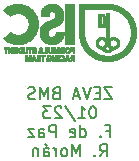
<source format=gbr>
%TF.GenerationSoftware,KiCad,Pcbnew,(6.0.10)*%
%TF.CreationDate,2023-01-23T12:48:01+01:00*%
%TF.ProjectId,BMS12v3,424d5331-3276-4332-9e6b-696361645f70,rev?*%
%TF.SameCoordinates,Original*%
%TF.FileFunction,Legend,Bot*%
%TF.FilePolarity,Positive*%
%FSLAX46Y46*%
G04 Gerber Fmt 4.6, Leading zero omitted, Abs format (unit mm)*
G04 Created by KiCad (PCBNEW (6.0.10)) date 2023-01-23 12:48:01*
%MOMM*%
%LPD*%
G01*
G04 APERTURE LIST*
%ADD10C,0.150000*%
%ADD11C,0.010000*%
G04 APERTURE END LIST*
D10*
X150891428Y-116417380D02*
X150224761Y-116417380D01*
X150891428Y-117417380D01*
X150224761Y-117417380D01*
X149843809Y-116893571D02*
X149510476Y-116893571D01*
X149367619Y-117417380D02*
X149843809Y-117417380D01*
X149843809Y-116417380D01*
X149367619Y-116417380D01*
X149081904Y-116417380D02*
X148748571Y-117417380D01*
X148415238Y-116417380D01*
X148129523Y-117131666D02*
X147653333Y-117131666D01*
X148224761Y-117417380D02*
X147891428Y-116417380D01*
X147558095Y-117417380D01*
X146129523Y-116893571D02*
X145986666Y-116941190D01*
X145939047Y-116988809D01*
X145891428Y-117084047D01*
X145891428Y-117226904D01*
X145939047Y-117322142D01*
X145986666Y-117369761D01*
X146081904Y-117417380D01*
X146462857Y-117417380D01*
X146462857Y-116417380D01*
X146129523Y-116417380D01*
X146034285Y-116465000D01*
X145986666Y-116512619D01*
X145939047Y-116607857D01*
X145939047Y-116703095D01*
X145986666Y-116798333D01*
X146034285Y-116845952D01*
X146129523Y-116893571D01*
X146462857Y-116893571D01*
X145462857Y-117417380D02*
X145462857Y-116417380D01*
X145129523Y-117131666D01*
X144796190Y-116417380D01*
X144796190Y-117417380D01*
X144367619Y-117369761D02*
X144224761Y-117417380D01*
X143986666Y-117417380D01*
X143891428Y-117369761D01*
X143843809Y-117322142D01*
X143796190Y-117226904D01*
X143796190Y-117131666D01*
X143843809Y-117036428D01*
X143891428Y-116988809D01*
X143986666Y-116941190D01*
X144177142Y-116893571D01*
X144272380Y-116845952D01*
X144320000Y-116798333D01*
X144367619Y-116703095D01*
X144367619Y-116607857D01*
X144320000Y-116512619D01*
X144272380Y-116465000D01*
X144177142Y-116417380D01*
X143939047Y-116417380D01*
X143796190Y-116465000D01*
X149320000Y-118027380D02*
X149224761Y-118027380D01*
X149129523Y-118075000D01*
X149081904Y-118122619D01*
X149034285Y-118217857D01*
X148986666Y-118408333D01*
X148986666Y-118646428D01*
X149034285Y-118836904D01*
X149081904Y-118932142D01*
X149129523Y-118979761D01*
X149224761Y-119027380D01*
X149320000Y-119027380D01*
X149415238Y-118979761D01*
X149462857Y-118932142D01*
X149510476Y-118836904D01*
X149558095Y-118646428D01*
X149558095Y-118408333D01*
X149510476Y-118217857D01*
X149462857Y-118122619D01*
X149415238Y-118075000D01*
X149320000Y-118027380D01*
X148034285Y-119027380D02*
X148605714Y-119027380D01*
X148320000Y-119027380D02*
X148320000Y-118027380D01*
X148415238Y-118170238D01*
X148510476Y-118265476D01*
X148605714Y-118313095D01*
X146891428Y-117979761D02*
X147748571Y-119265476D01*
X146605714Y-118122619D02*
X146558095Y-118075000D01*
X146462857Y-118027380D01*
X146224761Y-118027380D01*
X146129523Y-118075000D01*
X146081904Y-118122619D01*
X146034285Y-118217857D01*
X146034285Y-118313095D01*
X146081904Y-118455952D01*
X146653333Y-119027380D01*
X146034285Y-119027380D01*
X145700952Y-118027380D02*
X145081904Y-118027380D01*
X145415238Y-118408333D01*
X145272380Y-118408333D01*
X145177142Y-118455952D01*
X145129523Y-118503571D01*
X145081904Y-118598809D01*
X145081904Y-118836904D01*
X145129523Y-118932142D01*
X145177142Y-118979761D01*
X145272380Y-119027380D01*
X145558095Y-119027380D01*
X145653333Y-118979761D01*
X145700952Y-118932142D01*
X150415238Y-120113571D02*
X150748571Y-120113571D01*
X150748571Y-120637380D02*
X150748571Y-119637380D01*
X150272380Y-119637380D01*
X149891428Y-120542142D02*
X149843809Y-120589761D01*
X149891428Y-120637380D01*
X149939047Y-120589761D01*
X149891428Y-120542142D01*
X149891428Y-120637380D01*
X148224761Y-120637380D02*
X148224761Y-119637380D01*
X148224761Y-120589761D02*
X148320000Y-120637380D01*
X148510476Y-120637380D01*
X148605714Y-120589761D01*
X148653333Y-120542142D01*
X148700952Y-120446904D01*
X148700952Y-120161190D01*
X148653333Y-120065952D01*
X148605714Y-120018333D01*
X148510476Y-119970714D01*
X148320000Y-119970714D01*
X148224761Y-120018333D01*
X147367619Y-120589761D02*
X147462857Y-120637380D01*
X147653333Y-120637380D01*
X147748571Y-120589761D01*
X147796190Y-120494523D01*
X147796190Y-120113571D01*
X147748571Y-120018333D01*
X147653333Y-119970714D01*
X147462857Y-119970714D01*
X147367619Y-120018333D01*
X147320000Y-120113571D01*
X147320000Y-120208809D01*
X147796190Y-120304047D01*
X146129523Y-120637380D02*
X146129523Y-119637380D01*
X145748571Y-119637380D01*
X145653333Y-119685000D01*
X145605714Y-119732619D01*
X145558095Y-119827857D01*
X145558095Y-119970714D01*
X145605714Y-120065952D01*
X145653333Y-120113571D01*
X145748571Y-120161190D01*
X146129523Y-120161190D01*
X144700952Y-120637380D02*
X144700952Y-120113571D01*
X144748571Y-120018333D01*
X144843809Y-119970714D01*
X145034285Y-119970714D01*
X145129523Y-120018333D01*
X144700952Y-120589761D02*
X144796190Y-120637380D01*
X145034285Y-120637380D01*
X145129523Y-120589761D01*
X145177142Y-120494523D01*
X145177142Y-120399285D01*
X145129523Y-120304047D01*
X145034285Y-120256428D01*
X144796190Y-120256428D01*
X144700952Y-120208809D01*
X144320000Y-119970714D02*
X143796190Y-119970714D01*
X144320000Y-120637380D01*
X143796190Y-120637380D01*
X149867619Y-122247380D02*
X150200952Y-121771190D01*
X150439047Y-122247380D02*
X150439047Y-121247380D01*
X150058095Y-121247380D01*
X149962857Y-121295000D01*
X149915238Y-121342619D01*
X149867619Y-121437857D01*
X149867619Y-121580714D01*
X149915238Y-121675952D01*
X149962857Y-121723571D01*
X150058095Y-121771190D01*
X150439047Y-121771190D01*
X149439047Y-122152142D02*
X149391428Y-122199761D01*
X149439047Y-122247380D01*
X149486666Y-122199761D01*
X149439047Y-122152142D01*
X149439047Y-122247380D01*
X148200952Y-122247380D02*
X148200952Y-121247380D01*
X147867619Y-121961666D01*
X147534285Y-121247380D01*
X147534285Y-122247380D01*
X146915238Y-122247380D02*
X147010476Y-122199761D01*
X147058095Y-122152142D01*
X147105714Y-122056904D01*
X147105714Y-121771190D01*
X147058095Y-121675952D01*
X147010476Y-121628333D01*
X146915238Y-121580714D01*
X146772380Y-121580714D01*
X146677142Y-121628333D01*
X146629523Y-121675952D01*
X146581904Y-121771190D01*
X146581904Y-122056904D01*
X146629523Y-122152142D01*
X146677142Y-122199761D01*
X146772380Y-122247380D01*
X146915238Y-122247380D01*
X146153333Y-122247380D02*
X146153333Y-121580714D01*
X146153333Y-121771190D02*
X146105714Y-121675952D01*
X146058095Y-121628333D01*
X145962857Y-121580714D01*
X145867619Y-121580714D01*
X145105714Y-122247380D02*
X145105714Y-121723571D01*
X145153333Y-121628333D01*
X145248571Y-121580714D01*
X145439047Y-121580714D01*
X145534285Y-121628333D01*
X145105714Y-122199761D02*
X145200952Y-122247380D01*
X145439047Y-122247380D01*
X145534285Y-122199761D01*
X145581904Y-122104523D01*
X145581904Y-122009285D01*
X145534285Y-121914047D01*
X145439047Y-121866428D01*
X145200952Y-121866428D01*
X145105714Y-121818809D01*
X145248571Y-121199761D02*
X145391428Y-121342619D01*
X144629523Y-121580714D02*
X144629523Y-122247380D01*
X144629523Y-121675952D02*
X144581904Y-121628333D01*
X144486666Y-121580714D01*
X144343809Y-121580714D01*
X144248571Y-121628333D01*
X144200952Y-121723571D01*
X144200952Y-122247380D01*
%TO.C,G\u002A\u002A\u002A*%
G36*
X145938926Y-113809197D02*
G01*
X145938976Y-113953395D01*
X145967186Y-113903125D01*
X145969246Y-113899447D01*
X145983261Y-113874225D01*
X146000019Y-113843810D01*
X146017593Y-113811705D01*
X146034058Y-113781416D01*
X146039737Y-113770933D01*
X146054225Y-113744268D01*
X146067515Y-113719917D01*
X146078330Y-113700213D01*
X146085396Y-113687489D01*
X146098072Y-113665000D01*
X146224625Y-113665000D01*
X146224625Y-114183583D01*
X146108376Y-114183583D01*
X146106970Y-114038250D01*
X146105563Y-113892917D01*
X145947079Y-114183583D01*
X145817167Y-114183583D01*
X145817167Y-113665000D01*
X145938875Y-113665000D01*
X145938926Y-113809197D01*
G37*
D11*
X145938926Y-113809197D02*
X145938976Y-113953395D01*
X145967186Y-113903125D01*
X145969246Y-113899447D01*
X145983261Y-113874225D01*
X146000019Y-113843810D01*
X146017593Y-113811705D01*
X146034058Y-113781416D01*
X146039737Y-113770933D01*
X146054225Y-113744268D01*
X146067515Y-113719917D01*
X146078330Y-113700213D01*
X146085396Y-113687489D01*
X146098072Y-113665000D01*
X146224625Y-113665000D01*
X146224625Y-114183583D01*
X146108376Y-114183583D01*
X146106970Y-114038250D01*
X146105563Y-113892917D01*
X145947079Y-114183583D01*
X145817167Y-114183583D01*
X145817167Y-113665000D01*
X145938875Y-113665000D01*
X145938926Y-113809197D01*
G36*
X150182792Y-112387062D02*
G01*
X150180146Y-112389708D01*
X150177500Y-112387062D01*
X150180146Y-112384416D01*
X150182792Y-112387062D01*
G37*
X150182792Y-112387062D02*
X150180146Y-112389708D01*
X150177500Y-112387062D01*
X150180146Y-112384416D01*
X150182792Y-112387062D01*
G36*
X145584334Y-113188036D02*
G01*
X145584340Y-113217456D01*
X145584409Y-113259267D01*
X145584609Y-113292335D01*
X145585008Y-113317814D01*
X145585674Y-113336859D01*
X145586674Y-113350626D01*
X145588078Y-113360268D01*
X145589952Y-113366940D01*
X145592365Y-113371798D01*
X145595384Y-113375996D01*
X145613903Y-113393357D01*
X145637290Y-113404113D01*
X145661953Y-113406560D01*
X145685735Y-113400873D01*
X145706480Y-113387224D01*
X145722030Y-113365788D01*
X145724795Y-113359556D01*
X145727171Y-113352243D01*
X145729005Y-113343068D01*
X145730364Y-113330785D01*
X145731320Y-113314147D01*
X145731941Y-113291910D01*
X145732298Y-113262827D01*
X145732462Y-113225653D01*
X145732500Y-113179141D01*
X145732500Y-113014125D01*
X145854834Y-113014125D01*
X145853198Y-113198010D01*
X145851563Y-113381895D01*
X145836354Y-113414822D01*
X145827938Y-113430889D01*
X145801992Y-113465585D01*
X145769213Y-113494215D01*
X145731525Y-113515290D01*
X145690852Y-113527324D01*
X145678244Y-113529403D01*
X145663059Y-113531301D01*
X145650412Y-113531304D01*
X145636010Y-113529286D01*
X145615562Y-113525122D01*
X145611676Y-113524261D01*
X145568870Y-113509140D01*
X145531421Y-113485014D01*
X145499769Y-113452236D01*
X145474352Y-113411160D01*
X145459980Y-113381895D01*
X145456600Y-113014125D01*
X145584334Y-113014125D01*
X145584334Y-113188036D01*
G37*
X145584334Y-113188036D02*
X145584340Y-113217456D01*
X145584409Y-113259267D01*
X145584609Y-113292335D01*
X145585008Y-113317814D01*
X145585674Y-113336859D01*
X145586674Y-113350626D01*
X145588078Y-113360268D01*
X145589952Y-113366940D01*
X145592365Y-113371798D01*
X145595384Y-113375996D01*
X145613903Y-113393357D01*
X145637290Y-113404113D01*
X145661953Y-113406560D01*
X145685735Y-113400873D01*
X145706480Y-113387224D01*
X145722030Y-113365788D01*
X145724795Y-113359556D01*
X145727171Y-113352243D01*
X145729005Y-113343068D01*
X145730364Y-113330785D01*
X145731320Y-113314147D01*
X145731941Y-113291910D01*
X145732298Y-113262827D01*
X145732462Y-113225653D01*
X145732500Y-113179141D01*
X145732500Y-113014125D01*
X145854834Y-113014125D01*
X145853198Y-113198010D01*
X145851563Y-113381895D01*
X145836354Y-113414822D01*
X145827938Y-113430889D01*
X145801992Y-113465585D01*
X145769213Y-113494215D01*
X145731525Y-113515290D01*
X145690852Y-113527324D01*
X145678244Y-113529403D01*
X145663059Y-113531301D01*
X145650412Y-113531304D01*
X145636010Y-113529286D01*
X145615562Y-113525122D01*
X145611676Y-113524261D01*
X145568870Y-113509140D01*
X145531421Y-113485014D01*
X145499769Y-113452236D01*
X145474352Y-113411160D01*
X145459980Y-113381895D01*
X145456600Y-113014125D01*
X145584334Y-113014125D01*
X145584334Y-113188036D01*
G36*
X142896167Y-113532708D02*
G01*
X142557500Y-113532708D01*
X142557500Y-113411000D01*
X142769167Y-113411000D01*
X142769167Y-113331625D01*
X142599834Y-113331625D01*
X142599834Y-113209916D01*
X142769167Y-113209916D01*
X142769167Y-113135833D01*
X142557500Y-113135833D01*
X142557500Y-113014125D01*
X142896167Y-113014125D01*
X142896167Y-113532708D01*
G37*
X142896167Y-113532708D02*
X142557500Y-113532708D01*
X142557500Y-113411000D01*
X142769167Y-113411000D01*
X142769167Y-113331625D01*
X142599834Y-113331625D01*
X142599834Y-113209916D01*
X142769167Y-113209916D01*
X142769167Y-113135833D01*
X142557500Y-113135833D01*
X142557500Y-113014125D01*
X142896167Y-113014125D01*
X142896167Y-113532708D01*
G36*
X143222928Y-113532668D02*
G01*
X143204981Y-113532444D01*
X143175897Y-113531345D01*
X143149205Y-113529540D01*
X143129000Y-113527264D01*
X143125770Y-113526736D01*
X143079074Y-113513645D01*
X143035414Y-113491559D01*
X142996241Y-113461784D01*
X142963006Y-113425624D01*
X142937159Y-113384387D01*
X142920154Y-113339377D01*
X142918162Y-113331184D01*
X142912215Y-113282988D01*
X143035664Y-113282988D01*
X143042688Y-113317074D01*
X143058849Y-113347945D01*
X143083533Y-113374275D01*
X143116124Y-113394735D01*
X143123995Y-113398488D01*
X143135543Y-113403796D01*
X143144387Y-113406553D01*
X143150885Y-113405756D01*
X143155398Y-113400400D01*
X143158283Y-113389482D01*
X143159902Y-113371998D01*
X143160613Y-113346944D01*
X143160776Y-113313315D01*
X143160750Y-113270109D01*
X143160750Y-113134510D01*
X143144453Y-113137769D01*
X143141945Y-113138300D01*
X143109125Y-113150795D01*
X143080398Y-113171958D01*
X143057407Y-113200244D01*
X143041800Y-113234110D01*
X143038391Y-113247017D01*
X143035664Y-113282988D01*
X142912215Y-113282988D01*
X142911958Y-113280905D01*
X142915621Y-113231342D01*
X142928558Y-113183759D01*
X142950178Y-113139419D01*
X142979888Y-113099587D01*
X143017095Y-113065525D01*
X143061207Y-113038498D01*
X143079685Y-113030224D01*
X143109428Y-113020226D01*
X143141971Y-113013639D01*
X143179844Y-113010006D01*
X143225573Y-113008873D01*
X143282459Y-113008833D01*
X143282459Y-113532708D01*
X143222928Y-113532668D01*
G37*
X143222928Y-113532668D02*
X143204981Y-113532444D01*
X143175897Y-113531345D01*
X143149205Y-113529540D01*
X143129000Y-113527264D01*
X143125770Y-113526736D01*
X143079074Y-113513645D01*
X143035414Y-113491559D01*
X142996241Y-113461784D01*
X142963006Y-113425624D01*
X142937159Y-113384387D01*
X142920154Y-113339377D01*
X142918162Y-113331184D01*
X142912215Y-113282988D01*
X143035664Y-113282988D01*
X143042688Y-113317074D01*
X143058849Y-113347945D01*
X143083533Y-113374275D01*
X143116124Y-113394735D01*
X143123995Y-113398488D01*
X143135543Y-113403796D01*
X143144387Y-113406553D01*
X143150885Y-113405756D01*
X143155398Y-113400400D01*
X143158283Y-113389482D01*
X143159902Y-113371998D01*
X143160613Y-113346944D01*
X143160776Y-113313315D01*
X143160750Y-113270109D01*
X143160750Y-113134510D01*
X143144453Y-113137769D01*
X143141945Y-113138300D01*
X143109125Y-113150795D01*
X143080398Y-113171958D01*
X143057407Y-113200244D01*
X143041800Y-113234110D01*
X143038391Y-113247017D01*
X143035664Y-113282988D01*
X142912215Y-113282988D01*
X142911958Y-113280905D01*
X142915621Y-113231342D01*
X142928558Y-113183759D01*
X142950178Y-113139419D01*
X142979888Y-113099587D01*
X143017095Y-113065525D01*
X143061207Y-113038498D01*
X143079685Y-113030224D01*
X143109428Y-113020226D01*
X143141971Y-113013639D01*
X143179844Y-113010006D01*
X143225573Y-113008873D01*
X143282459Y-113008833D01*
X143282459Y-113532708D01*
X143222928Y-113532668D01*
G36*
X144843500Y-114183583D02*
G01*
X144515417Y-114183583D01*
X144515417Y-114061875D01*
X144721792Y-114061875D01*
X144721792Y-113987791D01*
X144557750Y-113987791D01*
X144557750Y-113860791D01*
X144721792Y-113860791D01*
X144721792Y-113786708D01*
X144515417Y-113786708D01*
X144515417Y-113665000D01*
X144843500Y-113665000D01*
X144843500Y-114183583D01*
G37*
X144843500Y-114183583D02*
X144515417Y-114183583D01*
X144515417Y-114061875D01*
X144721792Y-114061875D01*
X144721792Y-113987791D01*
X144557750Y-113987791D01*
X144557750Y-113860791D01*
X144721792Y-113860791D01*
X144721792Y-113786708D01*
X144515417Y-113786708D01*
X144515417Y-113665000D01*
X144843500Y-113665000D01*
X144843500Y-114183583D01*
G36*
X145025733Y-113400146D02*
G01*
X145036239Y-113430822D01*
X145037237Y-113433740D01*
X145047229Y-113463513D01*
X145055650Y-113489606D01*
X145062017Y-113510443D01*
X145065846Y-113524447D01*
X145066654Y-113530041D01*
X145060994Y-113531050D01*
X145046826Y-113531911D01*
X145026369Y-113532494D01*
X145001810Y-113532708D01*
X144939632Y-113532708D01*
X144919360Y-113471854D01*
X144839583Y-113470396D01*
X144759806Y-113468937D01*
X144749627Y-113499500D01*
X144739448Y-113530062D01*
X144675058Y-113531548D01*
X144673633Y-113531580D01*
X144649129Y-113531782D01*
X144629114Y-113531320D01*
X144615617Y-113530282D01*
X144610667Y-113528755D01*
X144610841Y-113527533D01*
X144613290Y-113518105D01*
X144618024Y-113502142D01*
X144624271Y-113482290D01*
X144628104Y-113470409D01*
X144638457Y-113438378D01*
X144650397Y-113401498D01*
X144663520Y-113361013D01*
X144669192Y-113343531D01*
X144801224Y-113343531D01*
X144801272Y-113343738D01*
X144806988Y-113345641D01*
X144820373Y-113346988D01*
X144838775Y-113347500D01*
X144845120Y-113347466D01*
X144863139Y-113346644D01*
X144872314Y-113344534D01*
X144873987Y-113340885D01*
X144872516Y-113336711D01*
X144868023Y-113323768D01*
X144861519Y-113304939D01*
X144853857Y-113282682D01*
X144836123Y-113231093D01*
X144818702Y-113285328D01*
X144813022Y-113303216D01*
X144806936Y-113322955D01*
X144802777Y-113337146D01*
X144801224Y-113343531D01*
X144669192Y-113343531D01*
X144677421Y-113318166D01*
X144691696Y-113274199D01*
X144705942Y-113230355D01*
X144719754Y-113187878D01*
X144732728Y-113148010D01*
X144744459Y-113111995D01*
X144754545Y-113081076D01*
X144762580Y-113056495D01*
X144768161Y-113039496D01*
X144770884Y-113031322D01*
X144776835Y-113014125D01*
X144835303Y-113014133D01*
X144893771Y-113014142D01*
X144948464Y-113174206D01*
X144950140Y-113179110D01*
X144965644Y-113224474D01*
X144981763Y-113271619D01*
X144997688Y-113318185D01*
X145005454Y-113340885D01*
X145012614Y-113361814D01*
X145025733Y-113400146D01*
G37*
X145025733Y-113400146D02*
X145036239Y-113430822D01*
X145037237Y-113433740D01*
X145047229Y-113463513D01*
X145055650Y-113489606D01*
X145062017Y-113510443D01*
X145065846Y-113524447D01*
X145066654Y-113530041D01*
X145060994Y-113531050D01*
X145046826Y-113531911D01*
X145026369Y-113532494D01*
X145001810Y-113532708D01*
X144939632Y-113532708D01*
X144919360Y-113471854D01*
X144839583Y-113470396D01*
X144759806Y-113468937D01*
X144749627Y-113499500D01*
X144739448Y-113530062D01*
X144675058Y-113531548D01*
X144673633Y-113531580D01*
X144649129Y-113531782D01*
X144629114Y-113531320D01*
X144615617Y-113530282D01*
X144610667Y-113528755D01*
X144610841Y-113527533D01*
X144613290Y-113518105D01*
X144618024Y-113502142D01*
X144624271Y-113482290D01*
X144628104Y-113470409D01*
X144638457Y-113438378D01*
X144650397Y-113401498D01*
X144663520Y-113361013D01*
X144669192Y-113343531D01*
X144801224Y-113343531D01*
X144801272Y-113343738D01*
X144806988Y-113345641D01*
X144820373Y-113346988D01*
X144838775Y-113347500D01*
X144845120Y-113347466D01*
X144863139Y-113346644D01*
X144872314Y-113344534D01*
X144873987Y-113340885D01*
X144872516Y-113336711D01*
X144868023Y-113323768D01*
X144861519Y-113304939D01*
X144853857Y-113282682D01*
X144836123Y-113231093D01*
X144818702Y-113285328D01*
X144813022Y-113303216D01*
X144806936Y-113322955D01*
X144802777Y-113337146D01*
X144801224Y-113343531D01*
X144669192Y-113343531D01*
X144677421Y-113318166D01*
X144691696Y-113274199D01*
X144705942Y-113230355D01*
X144719754Y-113187878D01*
X144732728Y-113148010D01*
X144744459Y-113111995D01*
X144754545Y-113081076D01*
X144762580Y-113056495D01*
X144768161Y-113039496D01*
X144770884Y-113031322D01*
X144776835Y-113014125D01*
X144835303Y-113014133D01*
X144893771Y-113014142D01*
X144948464Y-113174206D01*
X144950140Y-113179110D01*
X144965644Y-113224474D01*
X144981763Y-113271619D01*
X144997688Y-113318185D01*
X145005454Y-113340885D01*
X145012614Y-113361814D01*
X145025733Y-113400146D01*
G36*
X146652940Y-113667724D02*
G01*
X146700303Y-113679642D01*
X146745042Y-113701280D01*
X146786103Y-113732513D01*
X146803584Y-113750319D01*
X146833250Y-113790913D01*
X146854182Y-113835487D01*
X146866350Y-113882665D01*
X146869722Y-113931072D01*
X146864268Y-113979333D01*
X146849955Y-114026073D01*
X146826753Y-114069917D01*
X146794631Y-114109490D01*
X146768664Y-114132958D01*
X146732657Y-114156423D01*
X146691363Y-114173366D01*
X146662477Y-114179839D01*
X146624577Y-114182949D01*
X146585535Y-114181498D01*
X146549852Y-114175421D01*
X146525889Y-114167381D01*
X146496596Y-114153562D01*
X146469903Y-114137104D01*
X146449734Y-114120170D01*
X146437105Y-114106854D01*
X146478420Y-114063277D01*
X146519735Y-114019701D01*
X146533206Y-114030297D01*
X146541602Y-114036476D01*
X146574831Y-114053547D01*
X146609272Y-114060614D01*
X146643602Y-114057737D01*
X146676494Y-114044977D01*
X146706626Y-114022394D01*
X146724203Y-114003050D01*
X146737138Y-113981136D01*
X146743902Y-113956016D01*
X146745855Y-113924291D01*
X146745282Y-113906715D01*
X146740145Y-113876444D01*
X146728771Y-113851338D01*
X146710068Y-113828464D01*
X146702837Y-113821734D01*
X146672460Y-113801913D01*
X146638841Y-113791256D01*
X146603830Y-113789902D01*
X146569281Y-113797986D01*
X146537044Y-113815646D01*
X146518733Y-113829166D01*
X146477933Y-113785447D01*
X146437133Y-113741729D01*
X146450521Y-113727605D01*
X146459259Y-113719938D01*
X146475749Y-113708279D01*
X146494188Y-113697343D01*
X146505618Y-113691567D01*
X146554544Y-113673560D01*
X146604002Y-113665655D01*
X146652940Y-113667724D01*
G37*
X146652940Y-113667724D02*
X146700303Y-113679642D01*
X146745042Y-113701280D01*
X146786103Y-113732513D01*
X146803584Y-113750319D01*
X146833250Y-113790913D01*
X146854182Y-113835487D01*
X146866350Y-113882665D01*
X146869722Y-113931072D01*
X146864268Y-113979333D01*
X146849955Y-114026073D01*
X146826753Y-114069917D01*
X146794631Y-114109490D01*
X146768664Y-114132958D01*
X146732657Y-114156423D01*
X146691363Y-114173366D01*
X146662477Y-114179839D01*
X146624577Y-114182949D01*
X146585535Y-114181498D01*
X146549852Y-114175421D01*
X146525889Y-114167381D01*
X146496596Y-114153562D01*
X146469903Y-114137104D01*
X146449734Y-114120170D01*
X146437105Y-114106854D01*
X146478420Y-114063277D01*
X146519735Y-114019701D01*
X146533206Y-114030297D01*
X146541602Y-114036476D01*
X146574831Y-114053547D01*
X146609272Y-114060614D01*
X146643602Y-114057737D01*
X146676494Y-114044977D01*
X146706626Y-114022394D01*
X146724203Y-114003050D01*
X146737138Y-113981136D01*
X146743902Y-113956016D01*
X146745855Y-113924291D01*
X146745282Y-113906715D01*
X146740145Y-113876444D01*
X146728771Y-113851338D01*
X146710068Y-113828464D01*
X146702837Y-113821734D01*
X146672460Y-113801913D01*
X146638841Y-113791256D01*
X146603830Y-113789902D01*
X146569281Y-113797986D01*
X146537044Y-113815646D01*
X146518733Y-113829166D01*
X146477933Y-113785447D01*
X146437133Y-113741729D01*
X146450521Y-113727605D01*
X146459259Y-113719938D01*
X146475749Y-113708279D01*
X146494188Y-113697343D01*
X146505618Y-113691567D01*
X146554544Y-113673560D01*
X146604002Y-113665655D01*
X146652940Y-113667724D01*
G36*
X150886584Y-112365895D02*
G01*
X150883938Y-112368541D01*
X150881292Y-112365895D01*
X150883938Y-112363250D01*
X150886584Y-112365895D01*
G37*
X150886584Y-112365895D02*
X150883938Y-112368541D01*
X150881292Y-112365895D01*
X150883938Y-112363250D01*
X150886584Y-112365895D01*
G36*
X146052162Y-113036614D02*
G01*
X146053021Y-113038963D01*
X146057931Y-113052798D01*
X146065188Y-113073613D01*
X146074264Y-113099863D01*
X146084632Y-113130004D01*
X146095766Y-113162491D01*
X146107138Y-113195782D01*
X146118222Y-113228331D01*
X146128491Y-113258595D01*
X146137418Y-113285030D01*
X146144476Y-113306092D01*
X146149138Y-113320236D01*
X146150878Y-113325919D01*
X146151971Y-113324815D01*
X146156151Y-113315281D01*
X146163120Y-113297396D01*
X146172533Y-113272117D01*
X146184042Y-113240403D01*
X146197301Y-113203212D01*
X146211962Y-113161503D01*
X146227678Y-113116235D01*
X146244103Y-113068364D01*
X146262605Y-113014125D01*
X146325788Y-113014125D01*
X146350256Y-113014230D01*
X146370377Y-113014514D01*
X146384072Y-113014934D01*
X146389263Y-113015447D01*
X146389842Y-113020241D01*
X146391018Y-113034477D01*
X146392673Y-113056877D01*
X146394728Y-113086194D01*
X146397104Y-113121180D01*
X146399722Y-113160585D01*
X146402502Y-113203161D01*
X146405366Y-113247661D01*
X146408235Y-113292836D01*
X146411028Y-113337437D01*
X146413668Y-113380217D01*
X146416073Y-113419927D01*
X146418167Y-113455319D01*
X146419868Y-113485144D01*
X146421099Y-113508155D01*
X146421780Y-113523103D01*
X146421831Y-113528739D01*
X146417113Y-113530160D01*
X146403747Y-113531481D01*
X146383968Y-113532378D01*
X146359978Y-113532708D01*
X146300164Y-113532708D01*
X146296891Y-113489052D01*
X146295878Y-113475059D01*
X146293928Y-113446437D01*
X146291881Y-113414750D01*
X146290041Y-113384651D01*
X146286466Y-113323906D01*
X146274931Y-113355547D01*
X146273870Y-113358467D01*
X146267187Y-113377146D01*
X146258303Y-113402265D01*
X146248252Y-113430895D01*
X146238066Y-113460110D01*
X146212736Y-113533032D01*
X146151892Y-113531547D01*
X146091047Y-113530062D01*
X146058004Y-113434820D01*
X146051608Y-113416389D01*
X146041191Y-113386940D01*
X146033330Y-113366824D01*
X146027584Y-113356218D01*
X146023512Y-113355297D01*
X146020674Y-113364239D01*
X146018629Y-113383220D01*
X146016936Y-113412419D01*
X146015154Y-113452010D01*
X146011604Y-113532708D01*
X145885116Y-113532708D01*
X145888201Y-113499635D01*
X145889070Y-113488577D01*
X145890500Y-113467433D01*
X145892325Y-113438466D01*
X145894459Y-113403128D01*
X145896814Y-113362872D01*
X145899301Y-113319151D01*
X145901834Y-113273416D01*
X145904088Y-113232658D01*
X145906584Y-113188643D01*
X145908958Y-113147933D01*
X145911120Y-113111980D01*
X145912984Y-113082239D01*
X145914462Y-113060160D01*
X145915467Y-113047197D01*
X145918551Y-113014125D01*
X146043834Y-113014125D01*
X146052162Y-113036614D01*
G37*
X146052162Y-113036614D02*
X146053021Y-113038963D01*
X146057931Y-113052798D01*
X146065188Y-113073613D01*
X146074264Y-113099863D01*
X146084632Y-113130004D01*
X146095766Y-113162491D01*
X146107138Y-113195782D01*
X146118222Y-113228331D01*
X146128491Y-113258595D01*
X146137418Y-113285030D01*
X146144476Y-113306092D01*
X146149138Y-113320236D01*
X146150878Y-113325919D01*
X146151971Y-113324815D01*
X146156151Y-113315281D01*
X146163120Y-113297396D01*
X146172533Y-113272117D01*
X146184042Y-113240403D01*
X146197301Y-113203212D01*
X146211962Y-113161503D01*
X146227678Y-113116235D01*
X146244103Y-113068364D01*
X146262605Y-113014125D01*
X146325788Y-113014125D01*
X146350256Y-113014230D01*
X146370377Y-113014514D01*
X146384072Y-113014934D01*
X146389263Y-113015447D01*
X146389842Y-113020241D01*
X146391018Y-113034477D01*
X146392673Y-113056877D01*
X146394728Y-113086194D01*
X146397104Y-113121180D01*
X146399722Y-113160585D01*
X146402502Y-113203161D01*
X146405366Y-113247661D01*
X146408235Y-113292836D01*
X146411028Y-113337437D01*
X146413668Y-113380217D01*
X146416073Y-113419927D01*
X146418167Y-113455319D01*
X146419868Y-113485144D01*
X146421099Y-113508155D01*
X146421780Y-113523103D01*
X146421831Y-113528739D01*
X146417113Y-113530160D01*
X146403747Y-113531481D01*
X146383968Y-113532378D01*
X146359978Y-113532708D01*
X146300164Y-113532708D01*
X146296891Y-113489052D01*
X146295878Y-113475059D01*
X146293928Y-113446437D01*
X146291881Y-113414750D01*
X146290041Y-113384651D01*
X146286466Y-113323906D01*
X146274931Y-113355547D01*
X146273870Y-113358467D01*
X146267187Y-113377146D01*
X146258303Y-113402265D01*
X146248252Y-113430895D01*
X146238066Y-113460110D01*
X146212736Y-113533032D01*
X146151892Y-113531547D01*
X146091047Y-113530062D01*
X146058004Y-113434820D01*
X146051608Y-113416389D01*
X146041191Y-113386940D01*
X146033330Y-113366824D01*
X146027584Y-113356218D01*
X146023512Y-113355297D01*
X146020674Y-113364239D01*
X146018629Y-113383220D01*
X146016936Y-113412419D01*
X146015154Y-113452010D01*
X146011604Y-113532708D01*
X145885116Y-113532708D01*
X145888201Y-113499635D01*
X145889070Y-113488577D01*
X145890500Y-113467433D01*
X145892325Y-113438466D01*
X145894459Y-113403128D01*
X145896814Y-113362872D01*
X145899301Y-113319151D01*
X145901834Y-113273416D01*
X145904088Y-113232658D01*
X145906584Y-113188643D01*
X145908958Y-113147933D01*
X145911120Y-113111980D01*
X145912984Y-113082239D01*
X145914462Y-113060160D01*
X145915467Y-113047197D01*
X145918551Y-113014125D01*
X146043834Y-113014125D01*
X146052162Y-113036614D01*
G36*
X147270502Y-114052956D02*
G01*
X147280979Y-114084524D01*
X147314033Y-114183903D01*
X147185959Y-114180937D01*
X147177123Y-114154479D01*
X147168287Y-114128020D01*
X147089331Y-114126567D01*
X147010375Y-114125113D01*
X146994499Y-114180937D01*
X146930001Y-114182420D01*
X146865503Y-114183904D01*
X146875493Y-114153316D01*
X146879141Y-114141954D01*
X146885635Y-114121488D01*
X146894446Y-114093586D01*
X146905145Y-114059611D01*
X146917302Y-114020926D01*
X146924377Y-113998375D01*
X147051376Y-113998375D01*
X147088358Y-113998375D01*
X147094154Y-113998346D01*
X147112134Y-113997538D01*
X147121248Y-113995429D01*
X147122846Y-113991760D01*
X147121952Y-113989238D01*
X147118069Y-113977710D01*
X147112229Y-113960023D01*
X147105314Y-113938843D01*
X147101694Y-113927979D01*
X147095143Y-113909782D01*
X147089945Y-113897224D01*
X147086986Y-113892541D01*
X147085122Y-113895250D01*
X147080608Y-113906216D01*
X147074488Y-113923654D01*
X147067536Y-113945458D01*
X147051376Y-113998375D01*
X146924377Y-113998375D01*
X146930489Y-113978893D01*
X146944276Y-113934875D01*
X146957022Y-113894189D01*
X146970606Y-113850913D01*
X146983330Y-113810462D01*
X146994735Y-113774290D01*
X147004363Y-113743854D01*
X147011753Y-113720609D01*
X147016448Y-113706010D01*
X147029828Y-113665000D01*
X147086279Y-113665031D01*
X147142730Y-113665063D01*
X147195327Y-113825104D01*
X147196560Y-113828856D01*
X147211563Y-113874455D01*
X147227256Y-113922082D01*
X147242842Y-113969318D01*
X147250258Y-113991760D01*
X147257523Y-114013749D01*
X147270502Y-114052956D01*
G37*
X147270502Y-114052956D02*
X147280979Y-114084524D01*
X147314033Y-114183903D01*
X147185959Y-114180937D01*
X147177123Y-114154479D01*
X147168287Y-114128020D01*
X147089331Y-114126567D01*
X147010375Y-114125113D01*
X146994499Y-114180937D01*
X146930001Y-114182420D01*
X146865503Y-114183904D01*
X146875493Y-114153316D01*
X146879141Y-114141954D01*
X146885635Y-114121488D01*
X146894446Y-114093586D01*
X146905145Y-114059611D01*
X146917302Y-114020926D01*
X146924377Y-113998375D01*
X147051376Y-113998375D01*
X147088358Y-113998375D01*
X147094154Y-113998346D01*
X147112134Y-113997538D01*
X147121248Y-113995429D01*
X147122846Y-113991760D01*
X147121952Y-113989238D01*
X147118069Y-113977710D01*
X147112229Y-113960023D01*
X147105314Y-113938843D01*
X147101694Y-113927979D01*
X147095143Y-113909782D01*
X147089945Y-113897224D01*
X147086986Y-113892541D01*
X147085122Y-113895250D01*
X147080608Y-113906216D01*
X147074488Y-113923654D01*
X147067536Y-113945458D01*
X147051376Y-113998375D01*
X146924377Y-113998375D01*
X146930489Y-113978893D01*
X146944276Y-113934875D01*
X146957022Y-113894189D01*
X146970606Y-113850913D01*
X146983330Y-113810462D01*
X146994735Y-113774290D01*
X147004363Y-113743854D01*
X147011753Y-113720609D01*
X147016448Y-113706010D01*
X147029828Y-113665000D01*
X147086279Y-113665031D01*
X147142730Y-113665063D01*
X147195327Y-113825104D01*
X147196560Y-113828856D01*
X147211563Y-113874455D01*
X147227256Y-113922082D01*
X147242842Y-113969318D01*
X147250258Y-113991760D01*
X147257523Y-114013749D01*
X147270502Y-114052956D01*
G36*
X151192641Y-113116171D02*
G01*
X151188209Y-113120153D01*
X151187725Y-113121572D01*
X151181594Y-113123394D01*
X151178308Y-113123398D01*
X151166135Y-113125371D01*
X151150774Y-113129299D01*
X151135611Y-113134143D01*
X151124030Y-113138868D01*
X151119417Y-113142437D01*
X151119175Y-113143742D01*
X151114712Y-113144133D01*
X151111629Y-113143465D01*
X151100107Y-113143985D01*
X151084285Y-113146510D01*
X151074170Y-113148310D01*
X151050688Y-113151323D01*
X151027846Y-113153075D01*
X151026980Y-113153111D01*
X151009817Y-113154259D01*
X150999549Y-113157120D01*
X150992630Y-113163575D01*
X150985513Y-113175500D01*
X150982304Y-113181213D01*
X150974288Y-113194486D01*
X150968605Y-113202546D01*
X150966612Y-113204857D01*
X150958475Y-113214773D01*
X150948164Y-113227715D01*
X150934733Y-113243820D01*
X150895060Y-113282957D01*
X150846069Y-113320903D01*
X150835685Y-113328222D01*
X150818997Y-113340321D01*
X150806845Y-113349580D01*
X150801326Y-113354428D01*
X150800532Y-113355421D01*
X150794761Y-113358645D01*
X150793686Y-113358834D01*
X150784992Y-113362002D01*
X150769999Y-113368280D01*
X150751176Y-113376651D01*
X150747549Y-113378288D01*
X150725456Y-113387710D01*
X150704792Y-113395721D01*
X150689613Y-113400734D01*
X150686519Y-113401586D01*
X150668859Y-113407005D01*
X150654415Y-113412208D01*
X150643058Y-113415721D01*
X150631730Y-113416865D01*
X150627112Y-113416972D01*
X150619818Y-113420833D01*
X150616281Y-113423214D01*
X150606552Y-113423228D01*
X150600118Y-113422504D01*
X150588414Y-113425047D01*
X150586899Y-113425679D01*
X150575015Y-113427601D01*
X150555383Y-113428654D01*
X150530234Y-113428896D01*
X150501797Y-113428388D01*
X150472301Y-113427189D01*
X150443975Y-113425358D01*
X150419048Y-113422953D01*
X150399750Y-113420035D01*
X150396002Y-113419298D01*
X150377097Y-113416036D01*
X150362847Y-113414316D01*
X150356094Y-113414498D01*
X150354980Y-113414967D01*
X150352125Y-113411732D01*
X150352068Y-113411296D01*
X150346597Y-113406769D01*
X150334928Y-113402928D01*
X150331990Y-113402238D01*
X150314055Y-113396373D01*
X150290854Y-113386968D01*
X150264540Y-113375097D01*
X150237266Y-113361836D01*
X150211185Y-113348259D01*
X150188449Y-113335442D01*
X150171211Y-113324460D01*
X150161625Y-113316388D01*
X150157248Y-113312324D01*
X150146714Y-113303416D01*
X150132642Y-113291937D01*
X150117371Y-113279267D01*
X150089321Y-113252805D01*
X150068407Y-113227588D01*
X150059412Y-113215552D01*
X150050500Y-113204612D01*
X150048508Y-113202172D01*
X150040126Y-113189986D01*
X150031199Y-113174991D01*
X150023861Y-113163358D01*
X150014735Y-113155780D01*
X150002095Y-113153201D01*
X149992495Y-113152354D01*
X149973655Y-113150256D01*
X149951141Y-113147472D01*
X149928502Y-113144461D01*
X149909286Y-113141682D01*
X149897042Y-113139596D01*
X149890246Y-113137617D01*
X149875895Y-113132707D01*
X149858288Y-113126228D01*
X149843476Y-113121245D01*
X149829378Y-113117958D01*
X149821752Y-113118058D01*
X149819187Y-113119135D01*
X149819808Y-113115484D01*
X149818919Y-113111118D01*
X149812485Y-113108853D01*
X149805383Y-113110697D01*
X149801992Y-113109283D01*
X149794373Y-113102711D01*
X149793680Y-113102225D01*
X150250006Y-113102225D01*
X150255833Y-113110565D01*
X150257862Y-113113065D01*
X150291962Y-113146577D01*
X150334225Y-113174878D01*
X150383278Y-113197198D01*
X150437747Y-113212763D01*
X150462562Y-113216958D01*
X150519150Y-113219611D01*
X150575943Y-113213422D01*
X150630458Y-113198768D01*
X150680209Y-113176026D01*
X150688480Y-113171074D01*
X150706355Y-113159275D01*
X150724055Y-113146435D01*
X150739399Y-113134245D01*
X150750205Y-113124397D01*
X150754292Y-113118583D01*
X150755528Y-113114822D01*
X150762380Y-113107273D01*
X150762583Y-113107123D01*
X150766063Y-113102679D01*
X150762475Y-113097868D01*
X150750473Y-113090828D01*
X150746267Y-113088551D01*
X150732489Y-113080278D01*
X150723487Y-113073669D01*
X150719321Y-113070273D01*
X150712391Y-113067041D01*
X150712305Y-113067039D01*
X150705644Y-113063764D01*
X150695571Y-113056133D01*
X150689498Y-113050932D01*
X150675338Y-113038832D01*
X150659953Y-113025706D01*
X150655508Y-113021727D01*
X150640028Y-113006220D01*
X150622290Y-112986719D01*
X150605318Y-112966500D01*
X150597797Y-112957096D01*
X150583810Y-112939624D01*
X150572605Y-112925647D01*
X150566095Y-112917552D01*
X150562226Y-112911633D01*
X150562521Y-112908210D01*
X150563655Y-112907787D01*
X150560757Y-112904241D01*
X150559229Y-112902564D01*
X150553384Y-112892750D01*
X150545358Y-112876666D01*
X150536418Y-112856783D01*
X150532101Y-112847024D01*
X150523973Y-112830444D01*
X150517584Y-112819760D01*
X150514038Y-112816934D01*
X150512512Y-112817525D01*
X150513602Y-112812092D01*
X150514562Y-112807243D01*
X150511791Y-112800378D01*
X150510356Y-112799841D01*
X150505145Y-112802957D01*
X150502056Y-112810820D01*
X150503233Y-112818810D01*
X150503910Y-112820453D01*
X150500604Y-112823625D01*
X150499005Y-112823801D01*
X150496095Y-112827593D01*
X150495051Y-112831586D01*
X150490173Y-112843190D01*
X150482430Y-112859847D01*
X150473020Y-112879151D01*
X150463141Y-112898698D01*
X150453993Y-112916084D01*
X150446774Y-112928902D01*
X150442682Y-112934750D01*
X150434220Y-112943229D01*
X150425877Y-112955110D01*
X150420123Y-112966514D01*
X150419192Y-112973736D01*
X150420296Y-112976083D01*
X150418391Y-112975913D01*
X150417426Y-112975690D01*
X150410312Y-112979518D01*
X150398660Y-112989129D01*
X150384445Y-113002950D01*
X150377641Y-113009681D01*
X150358747Y-113026454D01*
X150336393Y-113044482D01*
X150312849Y-113062100D01*
X150290383Y-113077646D01*
X150271262Y-113089456D01*
X150257754Y-113095866D01*
X150251584Y-113098207D01*
X150250006Y-113102225D01*
X149793680Y-113102225D01*
X149786970Y-113097518D01*
X149779381Y-113096914D01*
X149777037Y-113097943D01*
X149777239Y-113094698D01*
X149776762Y-113090102D01*
X149768898Y-113085199D01*
X149762126Y-113082473D01*
X149742241Y-113070762D01*
X149715523Y-113051166D01*
X149714341Y-113050215D01*
X149704570Y-113041646D01*
X149690393Y-113028578D01*
X149674449Y-113013434D01*
X149669765Y-113008997D01*
X149655703Y-112996678D01*
X149645043Y-112988825D01*
X149639797Y-112986976D01*
X149638527Y-112987866D01*
X149639128Y-112984883D01*
X149639184Y-112984769D01*
X149637354Y-112978050D01*
X149630055Y-112966049D01*
X149618809Y-112951285D01*
X149618552Y-112950974D01*
X149606888Y-112936215D01*
X149598582Y-112924391D01*
X149595417Y-112918037D01*
X149594764Y-112916163D01*
X149589308Y-112916734D01*
X149586425Y-112918009D01*
X149586853Y-112914597D01*
X149587317Y-112911644D01*
X149584292Y-112901104D01*
X149577087Y-112887426D01*
X149573123Y-112880802D01*
X149566347Y-112867304D01*
X149563667Y-112858438D01*
X149563280Y-112855073D01*
X149559160Y-112847922D01*
X149558168Y-112846727D01*
X149554083Y-112837494D01*
X149548641Y-112821503D01*
X149542741Y-112801307D01*
X149540778Y-112794117D01*
X149535179Y-112773929D01*
X149530657Y-112758092D01*
X149528047Y-112749541D01*
X149527715Y-112748571D01*
X149525365Y-112739299D01*
X149523738Y-112726812D01*
X149522722Y-112709268D01*
X149522203Y-112684826D01*
X149522117Y-112663275D01*
X149714063Y-112663275D01*
X149714599Y-112675944D01*
X149716128Y-112680782D01*
X149717350Y-112682148D01*
X149719374Y-112691126D01*
X149720488Y-112705715D01*
X149721016Y-112713647D01*
X149723498Y-112726601D01*
X149727136Y-112732593D01*
X149729084Y-112733643D01*
X149730075Y-112739410D01*
X149729212Y-112742041D01*
X149731284Y-112750864D01*
X149733050Y-112753834D01*
X149735825Y-112760125D01*
X149736018Y-112761389D01*
X149739264Y-112772310D01*
X149744103Y-112782245D01*
X149748350Y-112786583D01*
X149749959Y-112787163D01*
X149752403Y-112793608D01*
X149752415Y-112793986D01*
X149756188Y-112804182D01*
X149765533Y-112819486D01*
X149778742Y-112837554D01*
X149794107Y-112856040D01*
X149809920Y-112872597D01*
X149818689Y-112880571D01*
X149854241Y-112907082D01*
X149894240Y-112929746D01*
X149934003Y-112945800D01*
X149935020Y-112946114D01*
X149990021Y-112957708D01*
X150044729Y-112958988D01*
X150098200Y-112950200D01*
X150149493Y-112931588D01*
X150197666Y-112903398D01*
X150241776Y-112865873D01*
X150259706Y-112846261D01*
X150282417Y-112816614D01*
X150301261Y-112786354D01*
X150314780Y-112757899D01*
X150321515Y-112733666D01*
X150323484Y-112724081D01*
X150327304Y-112714036D01*
X150327380Y-112713912D01*
X150330030Y-112704252D01*
X150330872Y-112690224D01*
X150331508Y-112674527D01*
X150333937Y-112658348D01*
X150334627Y-112652245D01*
X150687826Y-112652245D01*
X150688734Y-112673026D01*
X150690487Y-112693177D01*
X150693017Y-112709854D01*
X150705803Y-112754414D01*
X150729751Y-112804510D01*
X150762177Y-112849348D01*
X150802277Y-112888030D01*
X150849246Y-112919659D01*
X150902280Y-112943338D01*
X150941532Y-112953911D01*
X150995522Y-112959249D01*
X151049941Y-112954634D01*
X151103437Y-112940211D01*
X151154655Y-112916128D01*
X151177182Y-112900300D01*
X151202663Y-112877911D01*
X151227948Y-112852027D01*
X151250254Y-112825500D01*
X151266800Y-112801182D01*
X151273869Y-112787537D01*
X151285139Y-112760678D01*
X151294760Y-112731870D01*
X151301546Y-112704833D01*
X151304314Y-112683291D01*
X151304982Y-112669933D01*
X151306554Y-112654291D01*
X151307127Y-112644760D01*
X151305662Y-112636167D01*
X151304847Y-112633825D01*
X151303142Y-112622688D01*
X151302130Y-112607063D01*
X151301058Y-112595015D01*
X151297658Y-112576086D01*
X151292755Y-112556562D01*
X151287158Y-112539200D01*
X151281680Y-112526759D01*
X151277130Y-112522000D01*
X151275738Y-112521760D01*
X151275137Y-112517330D01*
X151275262Y-112517094D01*
X151273966Y-112509823D01*
X151267512Y-112499297D01*
X151267241Y-112498951D01*
X151259999Y-112488305D01*
X151257000Y-112481166D01*
X151256997Y-112481062D01*
X151253180Y-112474297D01*
X151243433Y-112462388D01*
X151229611Y-112447243D01*
X151213572Y-112430771D01*
X151197170Y-112414878D01*
X151182262Y-112401472D01*
X151170703Y-112392461D01*
X151148538Y-112378632D01*
X151127017Y-112367305D01*
X151110283Y-112360882D01*
X151100108Y-112360174D01*
X151096503Y-112361025D01*
X151095293Y-112358462D01*
X151095318Y-112358420D01*
X151093153Y-112354227D01*
X151084789Y-112350545D01*
X151074538Y-112348670D01*
X151066709Y-112349891D01*
X151064680Y-112350488D01*
X151059970Y-112346303D01*
X151059060Y-112345040D01*
X151050549Y-112342085D01*
X151032845Y-112340318D01*
X151005278Y-112339656D01*
X150979247Y-112340335D01*
X150953659Y-112342444D01*
X150931051Y-112345646D01*
X150913321Y-112349603D01*
X150902371Y-112353974D01*
X150900100Y-112358422D01*
X150900560Y-112360412D01*
X150895689Y-112360320D01*
X150892764Y-112359763D01*
X150880265Y-112362297D01*
X150863057Y-112369965D01*
X150842892Y-112381493D01*
X150821521Y-112395610D01*
X150800696Y-112411042D01*
X150782167Y-112426516D01*
X150767687Y-112440761D01*
X150759005Y-112452503D01*
X150757874Y-112460470D01*
X150758971Y-112462799D01*
X150757084Y-112462648D01*
X150756943Y-112462532D01*
X150751030Y-112463804D01*
X150742884Y-112471575D01*
X150739049Y-112477001D01*
X150729550Y-112493302D01*
X150719318Y-112513581D01*
X150709870Y-112534560D01*
X150702725Y-112552959D01*
X150699401Y-112565498D01*
X150697890Y-112574179D01*
X150694587Y-112583640D01*
X150692987Y-112588898D01*
X150693270Y-112600503D01*
X150693617Y-112607772D01*
X150690675Y-112614676D01*
X150688831Y-112620179D01*
X150687835Y-112633681D01*
X150687828Y-112646590D01*
X150687826Y-112652245D01*
X150334627Y-112652245D01*
X150335266Y-112646590D01*
X150333497Y-112634536D01*
X150333094Y-112633462D01*
X150330938Y-112621088D01*
X150330656Y-112605343D01*
X150330767Y-112601772D01*
X150329542Y-112590160D01*
X150326238Y-112585500D01*
X150323918Y-112584568D01*
X150323548Y-112578097D01*
X150324209Y-112574424D01*
X150320650Y-112567148D01*
X150318681Y-112565478D01*
X150317625Y-112559211D01*
X150318052Y-112558007D01*
X150316938Y-112549572D01*
X150312614Y-112537726D01*
X150306699Y-112525836D01*
X150300812Y-112517274D01*
X150296573Y-112515408D01*
X150294900Y-112516504D01*
X150295959Y-112512848D01*
X150297154Y-112506241D01*
X150294274Y-112496553D01*
X150288553Y-112489213D01*
X150282251Y-112488273D01*
X150279475Y-112489423D01*
X150280322Y-112485549D01*
X150280634Y-112483920D01*
X150277378Y-112475002D01*
X150269404Y-112461871D01*
X150258581Y-112447138D01*
X150246775Y-112433416D01*
X150235851Y-112423316D01*
X150234999Y-112422667D01*
X150224961Y-112414561D01*
X150212685Y-112404168D01*
X150206878Y-112399650D01*
X150191367Y-112389458D01*
X150172278Y-112378310D01*
X150152715Y-112367898D01*
X150135782Y-112359919D01*
X150124584Y-112356066D01*
X150123710Y-112355905D01*
X150112659Y-112353055D01*
X150098125Y-112348541D01*
X150095740Y-112347747D01*
X150086461Y-112344907D01*
X150077689Y-112343115D01*
X150066651Y-112342085D01*
X150050575Y-112341531D01*
X150026688Y-112341167D01*
X149987587Y-112342168D01*
X149953694Y-112346772D01*
X149929408Y-112354994D01*
X149927443Y-112355998D01*
X149916743Y-112361007D01*
X149911650Y-112362576D01*
X149907735Y-112363739D01*
X149896658Y-112368443D01*
X149881167Y-112375633D01*
X149873342Y-112379599D01*
X149852162Y-112392200D01*
X149831601Y-112406717D01*
X149813356Y-112421688D01*
X149799122Y-112435650D01*
X149790598Y-112447138D01*
X149789480Y-112454691D01*
X149790412Y-112456740D01*
X149787516Y-112456842D01*
X149785758Y-112456713D01*
X149778889Y-112462137D01*
X149769599Y-112473860D01*
X149759293Y-112489508D01*
X149749378Y-112506702D01*
X149741261Y-112523068D01*
X149736347Y-112536229D01*
X149736044Y-112543809D01*
X149736680Y-112545489D01*
X149733000Y-112548458D01*
X149731050Y-112548800D01*
X149730129Y-112553384D01*
X149730853Y-112555526D01*
X149727434Y-112561857D01*
X149725220Y-112564118D01*
X149724471Y-112572636D01*
X149725179Y-112576084D01*
X149722267Y-112582946D01*
X149719268Y-112587058D01*
X149717060Y-112597668D01*
X149716687Y-112607546D01*
X149715816Y-112624861D01*
X149714659Y-112645031D01*
X149714631Y-112645491D01*
X149714063Y-112663275D01*
X149522117Y-112663275D01*
X149522070Y-112651645D01*
X149522100Y-112640460D01*
X149522791Y-112602823D01*
X149524782Y-112572125D01*
X149528585Y-112545489D01*
X149534714Y-112520033D01*
X149543680Y-112492879D01*
X149555999Y-112461145D01*
X149561819Y-112447044D01*
X149575636Y-112416589D01*
X149590063Y-112390253D01*
X149607366Y-112364144D01*
X149629812Y-112334369D01*
X149658192Y-112301063D01*
X149707414Y-112255060D01*
X149762695Y-112216775D01*
X149824928Y-112185624D01*
X149895010Y-112161022D01*
X149910940Y-112156714D01*
X149927066Y-112153355D01*
X149944347Y-112151139D01*
X149965141Y-112149857D01*
X149991803Y-112149298D01*
X150026688Y-112149252D01*
X150038605Y-112149304D01*
X150069872Y-112149657D01*
X150093730Y-112150495D01*
X150112584Y-112152077D01*
X150128842Y-112154658D01*
X150144908Y-112158497D01*
X150163190Y-112163850D01*
X150215532Y-112182789D01*
X150274033Y-112211302D01*
X150326584Y-112245214D01*
X150371082Y-112283317D01*
X150392684Y-112304932D01*
X150392248Y-111790372D01*
X150391813Y-111275812D01*
X150041240Y-111275151D01*
X150014218Y-111275098D01*
X149955519Y-111274969D01*
X149900334Y-111274830D01*
X149849545Y-111274683D01*
X149804036Y-111274531D01*
X149764692Y-111274379D01*
X149732396Y-111274230D01*
X149708032Y-111274085D01*
X149692484Y-111273950D01*
X149686635Y-111273828D01*
X149686247Y-111271790D01*
X149685656Y-111260742D01*
X149685117Y-111241284D01*
X149684635Y-111214759D01*
X149684215Y-111182509D01*
X149683864Y-111145878D01*
X149683588Y-111106208D01*
X149683391Y-111064842D01*
X149683281Y-111023122D01*
X149683263Y-110982391D01*
X149683343Y-110943993D01*
X149683526Y-110909269D01*
X149683818Y-110879562D01*
X149684226Y-110856216D01*
X149684755Y-110840572D01*
X149685375Y-110828666D01*
X149976417Y-110828666D01*
X149977022Y-110843218D01*
X149977083Y-110845123D01*
X149977312Y-110857555D01*
X149977576Y-110878212D01*
X149977856Y-110905296D01*
X149978133Y-110937005D01*
X149978387Y-110971541D01*
X149979147Y-111085312D01*
X150132565Y-111088226D01*
X150133281Y-110980936D01*
X150133307Y-110977149D01*
X150133560Y-110943059D01*
X150133835Y-110911388D01*
X150134111Y-110884176D01*
X150134367Y-110863466D01*
X150134582Y-110851297D01*
X150135167Y-110828949D01*
X150213219Y-110827485D01*
X150291271Y-110826020D01*
X150291640Y-110750381D01*
X150292009Y-110674741D01*
X150216576Y-110675498D01*
X150206469Y-110675575D01*
X150180247Y-110675527D01*
X150158529Y-110675135D01*
X150143341Y-110674447D01*
X150136709Y-110673515D01*
X150135751Y-110669757D01*
X150134659Y-110656640D01*
X150133751Y-110635545D01*
X150133071Y-110607931D01*
X150132665Y-110575258D01*
X150132577Y-110538984D01*
X150132880Y-110407193D01*
X150055972Y-110407586D01*
X149979063Y-110407979D01*
X149978979Y-110537625D01*
X149978891Y-110564103D01*
X149978556Y-110597905D01*
X149978010Y-110627166D01*
X149977291Y-110650376D01*
X149976439Y-110666025D01*
X149975492Y-110672601D01*
X149974269Y-110673151D01*
X149964543Y-110674370D01*
X149946612Y-110675404D01*
X149922166Y-110676244D01*
X149892891Y-110676883D01*
X149860478Y-110677314D01*
X149826613Y-110677530D01*
X149792985Y-110677522D01*
X149761283Y-110677283D01*
X149733195Y-110676807D01*
X149710409Y-110676084D01*
X149694614Y-110675109D01*
X149687498Y-110673874D01*
X149687121Y-110672653D01*
X149686309Y-110662825D01*
X149685578Y-110644254D01*
X149684936Y-110618221D01*
X149684390Y-110586006D01*
X149683947Y-110548892D01*
X149683614Y-110508160D01*
X149683399Y-110465092D01*
X149683309Y-110420969D01*
X149683351Y-110377072D01*
X149683533Y-110334684D01*
X149683861Y-110295086D01*
X149684342Y-110259559D01*
X149684985Y-110229385D01*
X149685375Y-110214833D01*
X150241000Y-110214833D01*
X150241530Y-110239968D01*
X150241726Y-110252043D01*
X150241940Y-110275243D01*
X150241997Y-110298177D01*
X150241936Y-110331250D01*
X150394459Y-110331250D01*
X150394459Y-110130166D01*
X150616709Y-110130166D01*
X150617091Y-110150010D01*
X150617111Y-110152320D01*
X150617152Y-110164619D01*
X150617195Y-110186736D01*
X150617240Y-110218160D01*
X150617286Y-110258381D01*
X150617333Y-110306890D01*
X150617382Y-110363175D01*
X150617430Y-110426727D01*
X150617479Y-110497036D01*
X150617528Y-110573591D01*
X150617576Y-110655882D01*
X150617623Y-110743399D01*
X150617669Y-110835632D01*
X150617713Y-110932070D01*
X150617755Y-111032204D01*
X150617795Y-111135522D01*
X150617833Y-111241516D01*
X150618191Y-112313179D01*
X150650523Y-112282238D01*
X150682466Y-112254254D01*
X150741272Y-112213839D01*
X150805994Y-112181977D01*
X150876000Y-112159016D01*
X150893937Y-112155037D01*
X150913749Y-112152121D01*
X150936931Y-112150316D01*
X150965881Y-112149438D01*
X151003000Y-112149303D01*
X151008254Y-112149327D01*
X151040754Y-112149662D01*
X151065505Y-112150472D01*
X151084995Y-112152027D01*
X151101713Y-112154600D01*
X151118146Y-112158461D01*
X151136784Y-112163881D01*
X151184110Y-112180715D01*
X151249782Y-112212785D01*
X151309480Y-112252851D01*
X151362317Y-112300286D01*
X151407408Y-112354469D01*
X151412745Y-112362199D01*
X151433425Y-112396386D01*
X151453157Y-112434965D01*
X151469947Y-112473804D01*
X151481805Y-112508770D01*
X151486005Y-112523698D01*
X151490604Y-112539319D01*
X151493553Y-112548458D01*
X151494367Y-112551199D01*
X151496616Y-112565431D01*
X151498470Y-112586587D01*
X151499866Y-112612169D01*
X151500743Y-112639682D01*
X151500799Y-112644760D01*
X151501037Y-112666629D01*
X151500688Y-112690514D01*
X151499632Y-112708841D01*
X151497807Y-112719114D01*
X151496277Y-112724793D01*
X151496841Y-112735795D01*
X151497744Y-112739330D01*
X151496372Y-112746531D01*
X151495402Y-112747703D01*
X151491754Y-112756309D01*
X151486983Y-112776874D01*
X151479683Y-112798933D01*
X151476483Y-112810832D01*
X151476879Y-112818777D01*
X151477617Y-112820374D01*
X151475431Y-112823625D01*
X151474054Y-112824073D01*
X151468901Y-112830845D01*
X151464092Y-112842384D01*
X151461178Y-112854313D01*
X151461714Y-112862259D01*
X151462608Y-112864237D01*
X151459640Y-112864274D01*
X151457410Y-112864388D01*
X151451242Y-112870799D01*
X151444412Y-112883300D01*
X151439656Y-112892663D01*
X151430040Y-112908977D01*
X151418028Y-112927763D01*
X151405193Y-112946717D01*
X151393107Y-112963529D01*
X151383343Y-112975894D01*
X151377473Y-112981504D01*
X151376348Y-112982299D01*
X151376423Y-112988249D01*
X151377230Y-112989966D01*
X151374941Y-112991766D01*
X151374046Y-112991721D01*
X151366835Y-112995664D01*
X151356126Y-113004636D01*
X151344235Y-113016263D01*
X151333477Y-113028173D01*
X151326166Y-113037991D01*
X151324620Y-113043346D01*
X151325704Y-113044916D01*
X151322445Y-113044149D01*
X151318198Y-113044104D01*
X151307535Y-113048638D01*
X151294800Y-113056896D01*
X151283459Y-113066859D01*
X151282256Y-113068008D01*
X151271712Y-113075094D01*
X151252459Y-113085432D01*
X151223928Y-113099332D01*
X151220966Y-113100747D01*
X151217186Y-113102679D01*
X151204352Y-113109240D01*
X151192641Y-113116171D01*
G37*
X151192641Y-113116171D02*
X151188209Y-113120153D01*
X151187725Y-113121572D01*
X151181594Y-113123394D01*
X151178308Y-113123398D01*
X151166135Y-113125371D01*
X151150774Y-113129299D01*
X151135611Y-113134143D01*
X151124030Y-113138868D01*
X151119417Y-113142437D01*
X151119175Y-113143742D01*
X151114712Y-113144133D01*
X151111629Y-113143465D01*
X151100107Y-113143985D01*
X151084285Y-113146510D01*
X151074170Y-113148310D01*
X151050688Y-113151323D01*
X151027846Y-113153075D01*
X151026980Y-113153111D01*
X151009817Y-113154259D01*
X150999549Y-113157120D01*
X150992630Y-113163575D01*
X150985513Y-113175500D01*
X150982304Y-113181213D01*
X150974288Y-113194486D01*
X150968605Y-113202546D01*
X150966612Y-113204857D01*
X150958475Y-113214773D01*
X150948164Y-113227715D01*
X150934733Y-113243820D01*
X150895060Y-113282957D01*
X150846069Y-113320903D01*
X150835685Y-113328222D01*
X150818997Y-113340321D01*
X150806845Y-113349580D01*
X150801326Y-113354428D01*
X150800532Y-113355421D01*
X150794761Y-113358645D01*
X150793686Y-113358834D01*
X150784992Y-113362002D01*
X150769999Y-113368280D01*
X150751176Y-113376651D01*
X150747549Y-113378288D01*
X150725456Y-113387710D01*
X150704792Y-113395721D01*
X150689613Y-113400734D01*
X150686519Y-113401586D01*
X150668859Y-113407005D01*
X150654415Y-113412208D01*
X150643058Y-113415721D01*
X150631730Y-113416865D01*
X150627112Y-113416972D01*
X150619818Y-113420833D01*
X150616281Y-113423214D01*
X150606552Y-113423228D01*
X150600118Y-113422504D01*
X150588414Y-113425047D01*
X150586899Y-113425679D01*
X150575015Y-113427601D01*
X150555383Y-113428654D01*
X150530234Y-113428896D01*
X150501797Y-113428388D01*
X150472301Y-113427189D01*
X150443975Y-113425358D01*
X150419048Y-113422953D01*
X150399750Y-113420035D01*
X150396002Y-113419298D01*
X150377097Y-113416036D01*
X150362847Y-113414316D01*
X150356094Y-113414498D01*
X150354980Y-113414967D01*
X150352125Y-113411732D01*
X150352068Y-113411296D01*
X150346597Y-113406769D01*
X150334928Y-113402928D01*
X150331990Y-113402238D01*
X150314055Y-113396373D01*
X150290854Y-113386968D01*
X150264540Y-113375097D01*
X150237266Y-113361836D01*
X150211185Y-113348259D01*
X150188449Y-113335442D01*
X150171211Y-113324460D01*
X150161625Y-113316388D01*
X150157248Y-113312324D01*
X150146714Y-113303416D01*
X150132642Y-113291937D01*
X150117371Y-113279267D01*
X150089321Y-113252805D01*
X150068407Y-113227588D01*
X150059412Y-113215552D01*
X150050500Y-113204612D01*
X150048508Y-113202172D01*
X150040126Y-113189986D01*
X150031199Y-113174991D01*
X150023861Y-113163358D01*
X150014735Y-113155780D01*
X150002095Y-113153201D01*
X149992495Y-113152354D01*
X149973655Y-113150256D01*
X149951141Y-113147472D01*
X149928502Y-113144461D01*
X149909286Y-113141682D01*
X149897042Y-113139596D01*
X149890246Y-113137617D01*
X149875895Y-113132707D01*
X149858288Y-113126228D01*
X149843476Y-113121245D01*
X149829378Y-113117958D01*
X149821752Y-113118058D01*
X149819187Y-113119135D01*
X149819808Y-113115484D01*
X149818919Y-113111118D01*
X149812485Y-113108853D01*
X149805383Y-113110697D01*
X149801992Y-113109283D01*
X149794373Y-113102711D01*
X149793680Y-113102225D01*
X150250006Y-113102225D01*
X150255833Y-113110565D01*
X150257862Y-113113065D01*
X150291962Y-113146577D01*
X150334225Y-113174878D01*
X150383278Y-113197198D01*
X150437747Y-113212763D01*
X150462562Y-113216958D01*
X150519150Y-113219611D01*
X150575943Y-113213422D01*
X150630458Y-113198768D01*
X150680209Y-113176026D01*
X150688480Y-113171074D01*
X150706355Y-113159275D01*
X150724055Y-113146435D01*
X150739399Y-113134245D01*
X150750205Y-113124397D01*
X150754292Y-113118583D01*
X150755528Y-113114822D01*
X150762380Y-113107273D01*
X150762583Y-113107123D01*
X150766063Y-113102679D01*
X150762475Y-113097868D01*
X150750473Y-113090828D01*
X150746267Y-113088551D01*
X150732489Y-113080278D01*
X150723487Y-113073669D01*
X150719321Y-113070273D01*
X150712391Y-113067041D01*
X150712305Y-113067039D01*
X150705644Y-113063764D01*
X150695571Y-113056133D01*
X150689498Y-113050932D01*
X150675338Y-113038832D01*
X150659953Y-113025706D01*
X150655508Y-113021727D01*
X150640028Y-113006220D01*
X150622290Y-112986719D01*
X150605318Y-112966500D01*
X150597797Y-112957096D01*
X150583810Y-112939624D01*
X150572605Y-112925647D01*
X150566095Y-112917552D01*
X150562226Y-112911633D01*
X150562521Y-112908210D01*
X150563655Y-112907787D01*
X150560757Y-112904241D01*
X150559229Y-112902564D01*
X150553384Y-112892750D01*
X150545358Y-112876666D01*
X150536418Y-112856783D01*
X150532101Y-112847024D01*
X150523973Y-112830444D01*
X150517584Y-112819760D01*
X150514038Y-112816934D01*
X150512512Y-112817525D01*
X150513602Y-112812092D01*
X150514562Y-112807243D01*
X150511791Y-112800378D01*
X150510356Y-112799841D01*
X150505145Y-112802957D01*
X150502056Y-112810820D01*
X150503233Y-112818810D01*
X150503910Y-112820453D01*
X150500604Y-112823625D01*
X150499005Y-112823801D01*
X150496095Y-112827593D01*
X150495051Y-112831586D01*
X150490173Y-112843190D01*
X150482430Y-112859847D01*
X150473020Y-112879151D01*
X150463141Y-112898698D01*
X150453993Y-112916084D01*
X150446774Y-112928902D01*
X150442682Y-112934750D01*
X150434220Y-112943229D01*
X150425877Y-112955110D01*
X150420123Y-112966514D01*
X150419192Y-112973736D01*
X150420296Y-112976083D01*
X150418391Y-112975913D01*
X150417426Y-112975690D01*
X150410312Y-112979518D01*
X150398660Y-112989129D01*
X150384445Y-113002950D01*
X150377641Y-113009681D01*
X150358747Y-113026454D01*
X150336393Y-113044482D01*
X150312849Y-113062100D01*
X150290383Y-113077646D01*
X150271262Y-113089456D01*
X150257754Y-113095866D01*
X150251584Y-113098207D01*
X150250006Y-113102225D01*
X149793680Y-113102225D01*
X149786970Y-113097518D01*
X149779381Y-113096914D01*
X149777037Y-113097943D01*
X149777239Y-113094698D01*
X149776762Y-113090102D01*
X149768898Y-113085199D01*
X149762126Y-113082473D01*
X149742241Y-113070762D01*
X149715523Y-113051166D01*
X149714341Y-113050215D01*
X149704570Y-113041646D01*
X149690393Y-113028578D01*
X149674449Y-113013434D01*
X149669765Y-113008997D01*
X149655703Y-112996678D01*
X149645043Y-112988825D01*
X149639797Y-112986976D01*
X149638527Y-112987866D01*
X149639128Y-112984883D01*
X149639184Y-112984769D01*
X149637354Y-112978050D01*
X149630055Y-112966049D01*
X149618809Y-112951285D01*
X149618552Y-112950974D01*
X149606888Y-112936215D01*
X149598582Y-112924391D01*
X149595417Y-112918037D01*
X149594764Y-112916163D01*
X149589308Y-112916734D01*
X149586425Y-112918009D01*
X149586853Y-112914597D01*
X149587317Y-112911644D01*
X149584292Y-112901104D01*
X149577087Y-112887426D01*
X149573123Y-112880802D01*
X149566347Y-112867304D01*
X149563667Y-112858438D01*
X149563280Y-112855073D01*
X149559160Y-112847922D01*
X149558168Y-112846727D01*
X149554083Y-112837494D01*
X149548641Y-112821503D01*
X149542741Y-112801307D01*
X149540778Y-112794117D01*
X149535179Y-112773929D01*
X149530657Y-112758092D01*
X149528047Y-112749541D01*
X149527715Y-112748571D01*
X149525365Y-112739299D01*
X149523738Y-112726812D01*
X149522722Y-112709268D01*
X149522203Y-112684826D01*
X149522117Y-112663275D01*
X149714063Y-112663275D01*
X149714599Y-112675944D01*
X149716128Y-112680782D01*
X149717350Y-112682148D01*
X149719374Y-112691126D01*
X149720488Y-112705715D01*
X149721016Y-112713647D01*
X149723498Y-112726601D01*
X149727136Y-112732593D01*
X149729084Y-112733643D01*
X149730075Y-112739410D01*
X149729212Y-112742041D01*
X149731284Y-112750864D01*
X149733050Y-112753834D01*
X149735825Y-112760125D01*
X149736018Y-112761389D01*
X149739264Y-112772310D01*
X149744103Y-112782245D01*
X149748350Y-112786583D01*
X149749959Y-112787163D01*
X149752403Y-112793608D01*
X149752415Y-112793986D01*
X149756188Y-112804182D01*
X149765533Y-112819486D01*
X149778742Y-112837554D01*
X149794107Y-112856040D01*
X149809920Y-112872597D01*
X149818689Y-112880571D01*
X149854241Y-112907082D01*
X149894240Y-112929746D01*
X149934003Y-112945800D01*
X149935020Y-112946114D01*
X149990021Y-112957708D01*
X150044729Y-112958988D01*
X150098200Y-112950200D01*
X150149493Y-112931588D01*
X150197666Y-112903398D01*
X150241776Y-112865873D01*
X150259706Y-112846261D01*
X150282417Y-112816614D01*
X150301261Y-112786354D01*
X150314780Y-112757899D01*
X150321515Y-112733666D01*
X150323484Y-112724081D01*
X150327304Y-112714036D01*
X150327380Y-112713912D01*
X150330030Y-112704252D01*
X150330872Y-112690224D01*
X150331508Y-112674527D01*
X150333937Y-112658348D01*
X150334627Y-112652245D01*
X150687826Y-112652245D01*
X150688734Y-112673026D01*
X150690487Y-112693177D01*
X150693017Y-112709854D01*
X150705803Y-112754414D01*
X150729751Y-112804510D01*
X150762177Y-112849348D01*
X150802277Y-112888030D01*
X150849246Y-112919659D01*
X150902280Y-112943338D01*
X150941532Y-112953911D01*
X150995522Y-112959249D01*
X151049941Y-112954634D01*
X151103437Y-112940211D01*
X151154655Y-112916128D01*
X151177182Y-112900300D01*
X151202663Y-112877911D01*
X151227948Y-112852027D01*
X151250254Y-112825500D01*
X151266800Y-112801182D01*
X151273869Y-112787537D01*
X151285139Y-112760678D01*
X151294760Y-112731870D01*
X151301546Y-112704833D01*
X151304314Y-112683291D01*
X151304982Y-112669933D01*
X151306554Y-112654291D01*
X151307127Y-112644760D01*
X151305662Y-112636167D01*
X151304847Y-112633825D01*
X151303142Y-112622688D01*
X151302130Y-112607063D01*
X151301058Y-112595015D01*
X151297658Y-112576086D01*
X151292755Y-112556562D01*
X151287158Y-112539200D01*
X151281680Y-112526759D01*
X151277130Y-112522000D01*
X151275738Y-112521760D01*
X151275137Y-112517330D01*
X151275262Y-112517094D01*
X151273966Y-112509823D01*
X151267512Y-112499297D01*
X151267241Y-112498951D01*
X151259999Y-112488305D01*
X151257000Y-112481166D01*
X151256997Y-112481062D01*
X151253180Y-112474297D01*
X151243433Y-112462388D01*
X151229611Y-112447243D01*
X151213572Y-112430771D01*
X151197170Y-112414878D01*
X151182262Y-112401472D01*
X151170703Y-112392461D01*
X151148538Y-112378632D01*
X151127017Y-112367305D01*
X151110283Y-112360882D01*
X151100108Y-112360174D01*
X151096503Y-112361025D01*
X151095293Y-112358462D01*
X151095318Y-112358420D01*
X151093153Y-112354227D01*
X151084789Y-112350545D01*
X151074538Y-112348670D01*
X151066709Y-112349891D01*
X151064680Y-112350488D01*
X151059970Y-112346303D01*
X151059060Y-112345040D01*
X151050549Y-112342085D01*
X151032845Y-112340318D01*
X151005278Y-112339656D01*
X150979247Y-112340335D01*
X150953659Y-112342444D01*
X150931051Y-112345646D01*
X150913321Y-112349603D01*
X150902371Y-112353974D01*
X150900100Y-112358422D01*
X150900560Y-112360412D01*
X150895689Y-112360320D01*
X150892764Y-112359763D01*
X150880265Y-112362297D01*
X150863057Y-112369965D01*
X150842892Y-112381493D01*
X150821521Y-112395610D01*
X150800696Y-112411042D01*
X150782167Y-112426516D01*
X150767687Y-112440761D01*
X150759005Y-112452503D01*
X150757874Y-112460470D01*
X150758971Y-112462799D01*
X150757084Y-112462648D01*
X150756943Y-112462532D01*
X150751030Y-112463804D01*
X150742884Y-112471575D01*
X150739049Y-112477001D01*
X150729550Y-112493302D01*
X150719318Y-112513581D01*
X150709870Y-112534560D01*
X150702725Y-112552959D01*
X150699401Y-112565498D01*
X150697890Y-112574179D01*
X150694587Y-112583640D01*
X150692987Y-112588898D01*
X150693270Y-112600503D01*
X150693617Y-112607772D01*
X150690675Y-112614676D01*
X150688831Y-112620179D01*
X150687835Y-112633681D01*
X150687828Y-112646590D01*
X150687826Y-112652245D01*
X150334627Y-112652245D01*
X150335266Y-112646590D01*
X150333497Y-112634536D01*
X150333094Y-112633462D01*
X150330938Y-112621088D01*
X150330656Y-112605343D01*
X150330767Y-112601772D01*
X150329542Y-112590160D01*
X150326238Y-112585500D01*
X150323918Y-112584568D01*
X150323548Y-112578097D01*
X150324209Y-112574424D01*
X150320650Y-112567148D01*
X150318681Y-112565478D01*
X150317625Y-112559211D01*
X150318052Y-112558007D01*
X150316938Y-112549572D01*
X150312614Y-112537726D01*
X150306699Y-112525836D01*
X150300812Y-112517274D01*
X150296573Y-112515408D01*
X150294900Y-112516504D01*
X150295959Y-112512848D01*
X150297154Y-112506241D01*
X150294274Y-112496553D01*
X150288553Y-112489213D01*
X150282251Y-112488273D01*
X150279475Y-112489423D01*
X150280322Y-112485549D01*
X150280634Y-112483920D01*
X150277378Y-112475002D01*
X150269404Y-112461871D01*
X150258581Y-112447138D01*
X150246775Y-112433416D01*
X150235851Y-112423316D01*
X150234999Y-112422667D01*
X150224961Y-112414561D01*
X150212685Y-112404168D01*
X150206878Y-112399650D01*
X150191367Y-112389458D01*
X150172278Y-112378310D01*
X150152715Y-112367898D01*
X150135782Y-112359919D01*
X150124584Y-112356066D01*
X150123710Y-112355905D01*
X150112659Y-112353055D01*
X150098125Y-112348541D01*
X150095740Y-112347747D01*
X150086461Y-112344907D01*
X150077689Y-112343115D01*
X150066651Y-112342085D01*
X150050575Y-112341531D01*
X150026688Y-112341167D01*
X149987587Y-112342168D01*
X149953694Y-112346772D01*
X149929408Y-112354994D01*
X149927443Y-112355998D01*
X149916743Y-112361007D01*
X149911650Y-112362576D01*
X149907735Y-112363739D01*
X149896658Y-112368443D01*
X149881167Y-112375633D01*
X149873342Y-112379599D01*
X149852162Y-112392200D01*
X149831601Y-112406717D01*
X149813356Y-112421688D01*
X149799122Y-112435650D01*
X149790598Y-112447138D01*
X149789480Y-112454691D01*
X149790412Y-112456740D01*
X149787516Y-112456842D01*
X149785758Y-112456713D01*
X149778889Y-112462137D01*
X149769599Y-112473860D01*
X149759293Y-112489508D01*
X149749378Y-112506702D01*
X149741261Y-112523068D01*
X149736347Y-112536229D01*
X149736044Y-112543809D01*
X149736680Y-112545489D01*
X149733000Y-112548458D01*
X149731050Y-112548800D01*
X149730129Y-112553384D01*
X149730853Y-112555526D01*
X149727434Y-112561857D01*
X149725220Y-112564118D01*
X149724471Y-112572636D01*
X149725179Y-112576084D01*
X149722267Y-112582946D01*
X149719268Y-112587058D01*
X149717060Y-112597668D01*
X149716687Y-112607546D01*
X149715816Y-112624861D01*
X149714659Y-112645031D01*
X149714631Y-112645491D01*
X149714063Y-112663275D01*
X149522117Y-112663275D01*
X149522070Y-112651645D01*
X149522100Y-112640460D01*
X149522791Y-112602823D01*
X149524782Y-112572125D01*
X149528585Y-112545489D01*
X149534714Y-112520033D01*
X149543680Y-112492879D01*
X149555999Y-112461145D01*
X149561819Y-112447044D01*
X149575636Y-112416589D01*
X149590063Y-112390253D01*
X149607366Y-112364144D01*
X149629812Y-112334369D01*
X149658192Y-112301063D01*
X149707414Y-112255060D01*
X149762695Y-112216775D01*
X149824928Y-112185624D01*
X149895010Y-112161022D01*
X149910940Y-112156714D01*
X149927066Y-112153355D01*
X149944347Y-112151139D01*
X149965141Y-112149857D01*
X149991803Y-112149298D01*
X150026688Y-112149252D01*
X150038605Y-112149304D01*
X150069872Y-112149657D01*
X150093730Y-112150495D01*
X150112584Y-112152077D01*
X150128842Y-112154658D01*
X150144908Y-112158497D01*
X150163190Y-112163850D01*
X150215532Y-112182789D01*
X150274033Y-112211302D01*
X150326584Y-112245214D01*
X150371082Y-112283317D01*
X150392684Y-112304932D01*
X150392248Y-111790372D01*
X150391813Y-111275812D01*
X150041240Y-111275151D01*
X150014218Y-111275098D01*
X149955519Y-111274969D01*
X149900334Y-111274830D01*
X149849545Y-111274683D01*
X149804036Y-111274531D01*
X149764692Y-111274379D01*
X149732396Y-111274230D01*
X149708032Y-111274085D01*
X149692484Y-111273950D01*
X149686635Y-111273828D01*
X149686247Y-111271790D01*
X149685656Y-111260742D01*
X149685117Y-111241284D01*
X149684635Y-111214759D01*
X149684215Y-111182509D01*
X149683864Y-111145878D01*
X149683588Y-111106208D01*
X149683391Y-111064842D01*
X149683281Y-111023122D01*
X149683263Y-110982391D01*
X149683343Y-110943993D01*
X149683526Y-110909269D01*
X149683818Y-110879562D01*
X149684226Y-110856216D01*
X149684755Y-110840572D01*
X149685375Y-110828666D01*
X149976417Y-110828666D01*
X149977022Y-110843218D01*
X149977083Y-110845123D01*
X149977312Y-110857555D01*
X149977576Y-110878212D01*
X149977856Y-110905296D01*
X149978133Y-110937005D01*
X149978387Y-110971541D01*
X149979147Y-111085312D01*
X150132565Y-111088226D01*
X150133281Y-110980936D01*
X150133307Y-110977149D01*
X150133560Y-110943059D01*
X150133835Y-110911388D01*
X150134111Y-110884176D01*
X150134367Y-110863466D01*
X150134582Y-110851297D01*
X150135167Y-110828949D01*
X150213219Y-110827485D01*
X150291271Y-110826020D01*
X150291640Y-110750381D01*
X150292009Y-110674741D01*
X150216576Y-110675498D01*
X150206469Y-110675575D01*
X150180247Y-110675527D01*
X150158529Y-110675135D01*
X150143341Y-110674447D01*
X150136709Y-110673515D01*
X150135751Y-110669757D01*
X150134659Y-110656640D01*
X150133751Y-110635545D01*
X150133071Y-110607931D01*
X150132665Y-110575258D01*
X150132577Y-110538984D01*
X150132880Y-110407193D01*
X150055972Y-110407586D01*
X149979063Y-110407979D01*
X149978979Y-110537625D01*
X149978891Y-110564103D01*
X149978556Y-110597905D01*
X149978010Y-110627166D01*
X149977291Y-110650376D01*
X149976439Y-110666025D01*
X149975492Y-110672601D01*
X149974269Y-110673151D01*
X149964543Y-110674370D01*
X149946612Y-110675404D01*
X149922166Y-110676244D01*
X149892891Y-110676883D01*
X149860478Y-110677314D01*
X149826613Y-110677530D01*
X149792985Y-110677522D01*
X149761283Y-110677283D01*
X149733195Y-110676807D01*
X149710409Y-110676084D01*
X149694614Y-110675109D01*
X149687498Y-110673874D01*
X149687121Y-110672653D01*
X149686309Y-110662825D01*
X149685578Y-110644254D01*
X149684936Y-110618221D01*
X149684390Y-110586006D01*
X149683947Y-110548892D01*
X149683614Y-110508160D01*
X149683399Y-110465092D01*
X149683309Y-110420969D01*
X149683351Y-110377072D01*
X149683533Y-110334684D01*
X149683861Y-110295086D01*
X149684342Y-110259559D01*
X149684985Y-110229385D01*
X149685375Y-110214833D01*
X150241000Y-110214833D01*
X150241530Y-110239968D01*
X150241726Y-110252043D01*
X150241940Y-110275243D01*
X150241997Y-110298177D01*
X150241936Y-110331250D01*
X150394459Y-110331250D01*
X150394459Y-110130166D01*
X150616709Y-110130166D01*
X150617091Y-110150010D01*
X150617111Y-110152320D01*
X150617152Y-110164619D01*
X150617195Y-110186736D01*
X150617240Y-110218160D01*
X150617286Y-110258381D01*
X150617333Y-110306890D01*
X150617382Y-110363175D01*
X150617430Y-110426727D01*
X150617479Y-110497036D01*
X150617528Y-110573591D01*
X150617576Y-110655882D01*
X150617623Y-110743399D01*
X150617669Y-110835632D01*
X150617713Y-110932070D01*
X150617755Y-111032204D01*
X150617795Y-111135522D01*
X150617833Y-111241516D01*
X150618191Y-112313179D01*
X150650523Y-112282238D01*
X150682466Y-112254254D01*
X150741272Y-112213839D01*
X150805994Y-112181977D01*
X150876000Y-112159016D01*
X150893937Y-112155037D01*
X150913749Y-112152121D01*
X150936931Y-112150316D01*
X150965881Y-112149438D01*
X151003000Y-112149303D01*
X151008254Y-112149327D01*
X151040754Y-112149662D01*
X151065505Y-112150472D01*
X151084995Y-112152027D01*
X151101713Y-112154600D01*
X151118146Y-112158461D01*
X151136784Y-112163881D01*
X151184110Y-112180715D01*
X151249782Y-112212785D01*
X151309480Y-112252851D01*
X151362317Y-112300286D01*
X151407408Y-112354469D01*
X151412745Y-112362199D01*
X151433425Y-112396386D01*
X151453157Y-112434965D01*
X151469947Y-112473804D01*
X151481805Y-112508770D01*
X151486005Y-112523698D01*
X151490604Y-112539319D01*
X151493553Y-112548458D01*
X151494367Y-112551199D01*
X151496616Y-112565431D01*
X151498470Y-112586587D01*
X151499866Y-112612169D01*
X151500743Y-112639682D01*
X151500799Y-112644760D01*
X151501037Y-112666629D01*
X151500688Y-112690514D01*
X151499632Y-112708841D01*
X151497807Y-112719114D01*
X151496277Y-112724793D01*
X151496841Y-112735795D01*
X151497744Y-112739330D01*
X151496372Y-112746531D01*
X151495402Y-112747703D01*
X151491754Y-112756309D01*
X151486983Y-112776874D01*
X151479683Y-112798933D01*
X151476483Y-112810832D01*
X151476879Y-112818777D01*
X151477617Y-112820374D01*
X151475431Y-112823625D01*
X151474054Y-112824073D01*
X151468901Y-112830845D01*
X151464092Y-112842384D01*
X151461178Y-112854313D01*
X151461714Y-112862259D01*
X151462608Y-112864237D01*
X151459640Y-112864274D01*
X151457410Y-112864388D01*
X151451242Y-112870799D01*
X151444412Y-112883300D01*
X151439656Y-112892663D01*
X151430040Y-112908977D01*
X151418028Y-112927763D01*
X151405193Y-112946717D01*
X151393107Y-112963529D01*
X151383343Y-112975894D01*
X151377473Y-112981504D01*
X151376348Y-112982299D01*
X151376423Y-112988249D01*
X151377230Y-112989966D01*
X151374941Y-112991766D01*
X151374046Y-112991721D01*
X151366835Y-112995664D01*
X151356126Y-113004636D01*
X151344235Y-113016263D01*
X151333477Y-113028173D01*
X151326166Y-113037991D01*
X151324620Y-113043346D01*
X151325704Y-113044916D01*
X151322445Y-113044149D01*
X151318198Y-113044104D01*
X151307535Y-113048638D01*
X151294800Y-113056896D01*
X151283459Y-113066859D01*
X151282256Y-113068008D01*
X151271712Y-113075094D01*
X151252459Y-113085432D01*
X151223928Y-113099332D01*
X151220966Y-113100747D01*
X151217186Y-113102679D01*
X151204352Y-113109240D01*
X151192641Y-113116171D01*
G36*
X147695709Y-113532708D02*
G01*
X147574000Y-113532708D01*
X147574000Y-113331625D01*
X147420542Y-113331625D01*
X147420542Y-113209916D01*
X147574000Y-113209916D01*
X147574000Y-113135833D01*
X147383500Y-113135833D01*
X147383500Y-113014125D01*
X147695709Y-113014125D01*
X147695709Y-113532708D01*
G37*
X147695709Y-113532708D02*
X147574000Y-113532708D01*
X147574000Y-113331625D01*
X147420542Y-113331625D01*
X147420542Y-113209916D01*
X147574000Y-113209916D01*
X147574000Y-113135833D01*
X147383500Y-113135833D01*
X147383500Y-113014125D01*
X147695709Y-113014125D01*
X147695709Y-113532708D01*
G36*
X147679834Y-112765416D02*
G01*
X146939000Y-112765416D01*
X146939000Y-109336416D01*
X147679834Y-109336416D01*
X147679834Y-112765416D01*
G37*
X147679834Y-112765416D02*
X146939000Y-112765416D01*
X146939000Y-109336416D01*
X147679834Y-109336416D01*
X147679834Y-112765416D01*
G36*
X147579292Y-114183583D02*
G01*
X147579292Y-114120083D01*
X147579281Y-114113789D01*
X147578846Y-114086960D01*
X147577683Y-114069270D01*
X147575669Y-114059520D01*
X147572678Y-114056511D01*
X147567456Y-114056028D01*
X147555480Y-114053622D01*
X147553331Y-114053311D01*
X147548122Y-114054984D01*
X147541690Y-114060973D01*
X147533058Y-114072514D01*
X147521251Y-114090843D01*
X147505293Y-114117194D01*
X147465690Y-114183583D01*
X147395491Y-114183583D01*
X147389210Y-114183574D01*
X147364163Y-114183361D01*
X147343865Y-114182902D01*
X147330260Y-114182256D01*
X147325292Y-114181482D01*
X147327869Y-114176575D01*
X147335105Y-114164069D01*
X147346142Y-114145419D01*
X147360121Y-114122077D01*
X147376182Y-114095492D01*
X147391901Y-114069469D01*
X147406398Y-114045242D01*
X147418135Y-114025386D01*
X147426196Y-114011455D01*
X147429660Y-114005003D01*
X147429520Y-114001628D01*
X147424537Y-113991407D01*
X147415023Y-113978786D01*
X147414786Y-113978515D01*
X147390357Y-113943146D01*
X147375794Y-113904027D01*
X147370968Y-113860816D01*
X147370969Y-113860791D01*
X147489334Y-113860791D01*
X147490963Y-113871208D01*
X147500157Y-113889958D01*
X147515275Y-113907162D01*
X147533808Y-113919508D01*
X147539129Y-113921782D01*
X147555198Y-113927231D01*
X147567386Y-113929467D01*
X147568442Y-113929472D01*
X147572962Y-113928944D01*
X147576011Y-113926248D01*
X147577880Y-113919702D01*
X147578857Y-113907622D01*
X147579232Y-113888326D01*
X147579292Y-113860130D01*
X147579292Y-113790677D01*
X147562995Y-113793936D01*
X147555278Y-113795745D01*
X147529060Y-113806325D01*
X147508160Y-113821754D01*
X147494333Y-113840441D01*
X147489334Y-113860791D01*
X147370969Y-113860791D01*
X147371330Y-113842893D01*
X147373583Y-113823972D01*
X147378971Y-113806413D01*
X147388709Y-113785034D01*
X147393677Y-113775518D01*
X147417842Y-113741115D01*
X147449279Y-113712834D01*
X147489334Y-113689396D01*
X147499586Y-113684580D01*
X147511246Y-113679761D01*
X147522709Y-113676415D01*
X147536133Y-113674216D01*
X147553672Y-113672840D01*
X147577482Y-113671962D01*
X147609719Y-113671258D01*
X147695709Y-113669579D01*
X147695709Y-114183583D01*
X147579292Y-114183583D01*
G37*
X147579292Y-114183583D02*
X147579292Y-114120083D01*
X147579281Y-114113789D01*
X147578846Y-114086960D01*
X147577683Y-114069270D01*
X147575669Y-114059520D01*
X147572678Y-114056511D01*
X147567456Y-114056028D01*
X147555480Y-114053622D01*
X147553331Y-114053311D01*
X147548122Y-114054984D01*
X147541690Y-114060973D01*
X147533058Y-114072514D01*
X147521251Y-114090843D01*
X147505293Y-114117194D01*
X147465690Y-114183583D01*
X147395491Y-114183583D01*
X147389210Y-114183574D01*
X147364163Y-114183361D01*
X147343865Y-114182902D01*
X147330260Y-114182256D01*
X147325292Y-114181482D01*
X147327869Y-114176575D01*
X147335105Y-114164069D01*
X147346142Y-114145419D01*
X147360121Y-114122077D01*
X147376182Y-114095492D01*
X147391901Y-114069469D01*
X147406398Y-114045242D01*
X147418135Y-114025386D01*
X147426196Y-114011455D01*
X147429660Y-114005003D01*
X147429520Y-114001628D01*
X147424537Y-113991407D01*
X147415023Y-113978786D01*
X147414786Y-113978515D01*
X147390357Y-113943146D01*
X147375794Y-113904027D01*
X147370968Y-113860816D01*
X147370969Y-113860791D01*
X147489334Y-113860791D01*
X147490963Y-113871208D01*
X147500157Y-113889958D01*
X147515275Y-113907162D01*
X147533808Y-113919508D01*
X147539129Y-113921782D01*
X147555198Y-113927231D01*
X147567386Y-113929467D01*
X147568442Y-113929472D01*
X147572962Y-113928944D01*
X147576011Y-113926248D01*
X147577880Y-113919702D01*
X147578857Y-113907622D01*
X147579232Y-113888326D01*
X147579292Y-113860130D01*
X147579292Y-113790677D01*
X147562995Y-113793936D01*
X147555278Y-113795745D01*
X147529060Y-113806325D01*
X147508160Y-113821754D01*
X147494333Y-113840441D01*
X147489334Y-113860791D01*
X147370969Y-113860791D01*
X147371330Y-113842893D01*
X147373583Y-113823972D01*
X147378971Y-113806413D01*
X147388709Y-113785034D01*
X147393677Y-113775518D01*
X147417842Y-113741115D01*
X147449279Y-113712834D01*
X147489334Y-113689396D01*
X147499586Y-113684580D01*
X147511246Y-113679761D01*
X147522709Y-113676415D01*
X147536133Y-113674216D01*
X147553672Y-113672840D01*
X147577482Y-113671962D01*
X147609719Y-113671258D01*
X147695709Y-113669579D01*
X147695709Y-114183583D01*
X147579292Y-114183583D01*
G36*
X142038917Y-113135833D02*
G01*
X141943667Y-113135833D01*
X141943667Y-113532708D01*
X141816667Y-113532708D01*
X141816667Y-113135833D01*
X141721417Y-113135833D01*
X141721417Y-113008833D01*
X142038917Y-113008833D01*
X142038917Y-113135833D01*
G37*
X142038917Y-113135833D02*
X141943667Y-113135833D01*
X141943667Y-113532708D01*
X141816667Y-113532708D01*
X141816667Y-113135833D01*
X141721417Y-113135833D01*
X141721417Y-113008833D01*
X142038917Y-113008833D01*
X142038917Y-113135833D01*
G36*
X145192750Y-113786708D02*
G01*
X145097500Y-113786708D01*
X145097500Y-114183583D01*
X144975792Y-114183583D01*
X144975792Y-113786708D01*
X144880542Y-113786708D01*
X144880542Y-113665000D01*
X145192750Y-113665000D01*
X145192750Y-113786708D01*
G37*
X145192750Y-113786708D02*
X145097500Y-113786708D01*
X145097500Y-114183583D01*
X144975792Y-114183583D01*
X144975792Y-113786708D01*
X144880542Y-113786708D01*
X144880542Y-113665000D01*
X145192750Y-113665000D01*
X145192750Y-113786708D01*
G36*
X146409834Y-114183583D02*
G01*
X146288125Y-114183583D01*
X146288125Y-113665000D01*
X146409834Y-113665000D01*
X146409834Y-114183583D01*
G37*
X146409834Y-114183583D02*
X146288125Y-114183583D01*
X146288125Y-113665000D01*
X146409834Y-113665000D01*
X146409834Y-114183583D01*
G36*
X144097375Y-113135833D02*
G01*
X143996834Y-113135833D01*
X143996834Y-113532708D01*
X143875125Y-113532708D01*
X143875125Y-113135833D01*
X143774584Y-113135833D01*
X143774584Y-113008833D01*
X144097375Y-113008833D01*
X144097375Y-113135833D01*
G37*
X144097375Y-113135833D02*
X143996834Y-113135833D01*
X143996834Y-113532708D01*
X143875125Y-113532708D01*
X143875125Y-113135833D01*
X143774584Y-113135833D01*
X143774584Y-113008833D01*
X144097375Y-113008833D01*
X144097375Y-113135833D01*
G36*
X143457104Y-113184781D02*
G01*
X143457105Y-113193228D01*
X143457158Y-113238865D01*
X143457333Y-113275301D01*
X143457695Y-113303721D01*
X143458308Y-113325313D01*
X143459240Y-113341263D01*
X143460555Y-113352758D01*
X143462318Y-113360984D01*
X143464596Y-113367129D01*
X143467453Y-113372378D01*
X143480674Y-113388131D01*
X143503378Y-113401205D01*
X143531411Y-113405708D01*
X143546541Y-113404334D01*
X143571512Y-113394379D01*
X143592021Y-113374834D01*
X143593041Y-113373434D01*
X143595754Y-113368875D01*
X143597922Y-113362988D01*
X143599620Y-113354617D01*
X143600924Y-113342604D01*
X143601907Y-113325794D01*
X143602644Y-113303027D01*
X143603212Y-113273149D01*
X143603683Y-113235001D01*
X143604133Y-113187427D01*
X143605661Y-113014125D01*
X143726959Y-113014125D01*
X143726902Y-113190072D01*
X143726894Y-113203680D01*
X143726768Y-113253410D01*
X143726360Y-113294107D01*
X143725504Y-113327019D01*
X143724036Y-113353392D01*
X143721787Y-113374474D01*
X143718592Y-113391511D01*
X143714284Y-113405751D01*
X143708698Y-113418440D01*
X143701667Y-113430825D01*
X143693024Y-113444154D01*
X143678807Y-113462942D01*
X143646283Y-113493052D01*
X143607638Y-113514720D01*
X143563602Y-113527475D01*
X143550909Y-113529219D01*
X143508234Y-113528525D01*
X143466403Y-113518487D01*
X143427357Y-113499952D01*
X143393036Y-113473770D01*
X143365383Y-113440791D01*
X143360418Y-113433191D01*
X143353082Y-113421408D01*
X143347191Y-113410292D01*
X143342574Y-113398592D01*
X143339055Y-113385059D01*
X143336461Y-113368443D01*
X143334619Y-113347493D01*
X143333354Y-113320960D01*
X143332494Y-113287594D01*
X143331865Y-113246146D01*
X143331293Y-113195364D01*
X143329341Y-113014125D01*
X143457084Y-113014125D01*
X143457104Y-113184781D01*
G37*
X143457104Y-113184781D02*
X143457105Y-113193228D01*
X143457158Y-113238865D01*
X143457333Y-113275301D01*
X143457695Y-113303721D01*
X143458308Y-113325313D01*
X143459240Y-113341263D01*
X143460555Y-113352758D01*
X143462318Y-113360984D01*
X143464596Y-113367129D01*
X143467453Y-113372378D01*
X143480674Y-113388131D01*
X143503378Y-113401205D01*
X143531411Y-113405708D01*
X143546541Y-113404334D01*
X143571512Y-113394379D01*
X143592021Y-113374834D01*
X143593041Y-113373434D01*
X143595754Y-113368875D01*
X143597922Y-113362988D01*
X143599620Y-113354617D01*
X143600924Y-113342604D01*
X143601907Y-113325794D01*
X143602644Y-113303027D01*
X143603212Y-113273149D01*
X143603683Y-113235001D01*
X143604133Y-113187427D01*
X143605661Y-113014125D01*
X143726959Y-113014125D01*
X143726902Y-113190072D01*
X143726894Y-113203680D01*
X143726768Y-113253410D01*
X143726360Y-113294107D01*
X143725504Y-113327019D01*
X143724036Y-113353392D01*
X143721787Y-113374474D01*
X143718592Y-113391511D01*
X143714284Y-113405751D01*
X143708698Y-113418440D01*
X143701667Y-113430825D01*
X143693024Y-113444154D01*
X143678807Y-113462942D01*
X143646283Y-113493052D01*
X143607638Y-113514720D01*
X143563602Y-113527475D01*
X143550909Y-113529219D01*
X143508234Y-113528525D01*
X143466403Y-113518487D01*
X143427357Y-113499952D01*
X143393036Y-113473770D01*
X143365383Y-113440791D01*
X143360418Y-113433191D01*
X143353082Y-113421408D01*
X143347191Y-113410292D01*
X143342574Y-113398592D01*
X143339055Y-113385059D01*
X143336461Y-113368443D01*
X143334619Y-113347493D01*
X143333354Y-113320960D01*
X143332494Y-113287594D01*
X143331865Y-113246146D01*
X143331293Y-113195364D01*
X143329341Y-113014125D01*
X143457084Y-113014125D01*
X143457104Y-113184781D01*
G36*
X144455579Y-114065204D02*
G01*
X144467743Y-114101759D01*
X144477884Y-114132195D01*
X144485675Y-114155529D01*
X144490788Y-114170781D01*
X144492898Y-114176968D01*
X144492982Y-114178323D01*
X144489078Y-114180828D01*
X144478385Y-114182449D01*
X144459642Y-114183322D01*
X144431587Y-114183583D01*
X144367791Y-114183583D01*
X144358575Y-114154346D01*
X144349359Y-114125110D01*
X144269711Y-114126565D01*
X144190062Y-114128020D01*
X144182641Y-114155802D01*
X144175219Y-114183583D01*
X143929108Y-114183583D01*
X143925290Y-114116114D01*
X143923666Y-114089168D01*
X143921699Y-114059801D01*
X143919775Y-114033935D01*
X143918142Y-114015106D01*
X143914813Y-113981566D01*
X143881296Y-114082739D01*
X143847779Y-114183911D01*
X143725179Y-114180937D01*
X143659787Y-113985145D01*
X143656111Y-114061875D01*
X143655702Y-114070171D01*
X143654093Y-114099459D01*
X143652387Y-114126148D01*
X143650766Y-114147579D01*
X143649408Y-114161093D01*
X143646382Y-114183583D01*
X143531167Y-114183583D01*
X143531215Y-114155802D01*
X143531291Y-114151702D01*
X143531888Y-114135911D01*
X143533022Y-114111431D01*
X143534626Y-114079532D01*
X143536636Y-114041481D01*
X143538983Y-113998550D01*
X143541603Y-113952008D01*
X143544427Y-113903125D01*
X143546004Y-113876152D01*
X143548694Y-113829886D01*
X143551148Y-113787423D01*
X143553300Y-113749892D01*
X143555086Y-113718419D01*
X143556442Y-113694130D01*
X143557305Y-113678153D01*
X143557609Y-113671614D01*
X143557676Y-113671083D01*
X143561605Y-113668236D01*
X143572460Y-113666381D01*
X143591455Y-113665389D01*
X143619803Y-113665136D01*
X143681980Y-113665272D01*
X143734532Y-113824470D01*
X143787085Y-113983669D01*
X143826232Y-113867991D01*
X143830484Y-113855425D01*
X143842714Y-113819288D01*
X143854484Y-113784508D01*
X143865062Y-113753251D01*
X143873714Y-113727686D01*
X143879708Y-113709979D01*
X143894037Y-113667645D01*
X143955552Y-113666159D01*
X144017067Y-113664672D01*
X144020324Y-113703200D01*
X144020484Y-113705148D01*
X144021654Y-113720947D01*
X144023359Y-113745626D01*
X144025507Y-113777777D01*
X144028005Y-113815993D01*
X144030761Y-113858868D01*
X144033684Y-113904996D01*
X144036680Y-113952968D01*
X144037678Y-113968973D01*
X144040552Y-114014121D01*
X144043273Y-114055499D01*
X144045761Y-114091974D01*
X144047935Y-114122415D01*
X144049716Y-114145688D01*
X144051022Y-114160662D01*
X144051775Y-114166204D01*
X144054228Y-114163293D01*
X144057362Y-114153402D01*
X144057490Y-114152895D01*
X144060307Y-114143063D01*
X144065819Y-114124751D01*
X144073578Y-114099411D01*
X144083139Y-114068494D01*
X144094054Y-114033449D01*
X144105878Y-113995729D01*
X144106690Y-113993146D01*
X144234959Y-113993146D01*
X144239289Y-113995704D01*
X144251644Y-113997639D01*
X144269355Y-113998375D01*
X144286295Y-113997830D01*
X144298924Y-113996327D01*
X144303750Y-113994203D01*
X144302865Y-113990277D01*
X144299194Y-113977896D01*
X144293330Y-113959480D01*
X144285989Y-113937318D01*
X144268228Y-113884604D01*
X144251594Y-113936261D01*
X144246713Y-113951647D01*
X144240649Y-113971546D01*
X144236498Y-113986176D01*
X144234959Y-113993146D01*
X144106690Y-113993146D01*
X144128608Y-113923422D01*
X144148277Y-113860809D01*
X144164925Y-113807766D01*
X144178634Y-113764029D01*
X144189485Y-113729336D01*
X144197562Y-113703426D01*
X144202945Y-113686037D01*
X144205718Y-113676906D01*
X144206494Y-113674482D01*
X144209121Y-113670024D01*
X144214400Y-113667238D01*
X144224313Y-113665733D01*
X144240845Y-113665118D01*
X144265976Y-113665000D01*
X144322739Y-113665000D01*
X144406576Y-113917677D01*
X144410212Y-113928635D01*
X144426487Y-113977660D01*
X144431983Y-113994203D01*
X144441718Y-114023511D01*
X144455579Y-114065204D01*
G37*
X144455579Y-114065204D02*
X144467743Y-114101759D01*
X144477884Y-114132195D01*
X144485675Y-114155529D01*
X144490788Y-114170781D01*
X144492898Y-114176968D01*
X144492982Y-114178323D01*
X144489078Y-114180828D01*
X144478385Y-114182449D01*
X144459642Y-114183322D01*
X144431587Y-114183583D01*
X144367791Y-114183583D01*
X144358575Y-114154346D01*
X144349359Y-114125110D01*
X144269711Y-114126565D01*
X144190062Y-114128020D01*
X144182641Y-114155802D01*
X144175219Y-114183583D01*
X143929108Y-114183583D01*
X143925290Y-114116114D01*
X143923666Y-114089168D01*
X143921699Y-114059801D01*
X143919775Y-114033935D01*
X143918142Y-114015106D01*
X143914813Y-113981566D01*
X143881296Y-114082739D01*
X143847779Y-114183911D01*
X143725179Y-114180937D01*
X143659787Y-113985145D01*
X143656111Y-114061875D01*
X143655702Y-114070171D01*
X143654093Y-114099459D01*
X143652387Y-114126148D01*
X143650766Y-114147579D01*
X143649408Y-114161093D01*
X143646382Y-114183583D01*
X143531167Y-114183583D01*
X143531215Y-114155802D01*
X143531291Y-114151702D01*
X143531888Y-114135911D01*
X143533022Y-114111431D01*
X143534626Y-114079532D01*
X143536636Y-114041481D01*
X143538983Y-113998550D01*
X143541603Y-113952008D01*
X143544427Y-113903125D01*
X143546004Y-113876152D01*
X143548694Y-113829886D01*
X143551148Y-113787423D01*
X143553300Y-113749892D01*
X143555086Y-113718419D01*
X143556442Y-113694130D01*
X143557305Y-113678153D01*
X143557609Y-113671614D01*
X143557676Y-113671083D01*
X143561605Y-113668236D01*
X143572460Y-113666381D01*
X143591455Y-113665389D01*
X143619803Y-113665136D01*
X143681980Y-113665272D01*
X143734532Y-113824470D01*
X143787085Y-113983669D01*
X143826232Y-113867991D01*
X143830484Y-113855425D01*
X143842714Y-113819288D01*
X143854484Y-113784508D01*
X143865062Y-113753251D01*
X143873714Y-113727686D01*
X143879708Y-113709979D01*
X143894037Y-113667645D01*
X143955552Y-113666159D01*
X144017067Y-113664672D01*
X144020324Y-113703200D01*
X144020484Y-113705148D01*
X144021654Y-113720947D01*
X144023359Y-113745626D01*
X144025507Y-113777777D01*
X144028005Y-113815993D01*
X144030761Y-113858868D01*
X144033684Y-113904996D01*
X144036680Y-113952968D01*
X144037678Y-113968973D01*
X144040552Y-114014121D01*
X144043273Y-114055499D01*
X144045761Y-114091974D01*
X144047935Y-114122415D01*
X144049716Y-114145688D01*
X144051022Y-114160662D01*
X144051775Y-114166204D01*
X144054228Y-114163293D01*
X144057362Y-114153402D01*
X144057490Y-114152895D01*
X144060307Y-114143063D01*
X144065819Y-114124751D01*
X144073578Y-114099411D01*
X144083139Y-114068494D01*
X144094054Y-114033449D01*
X144105878Y-113995729D01*
X144106690Y-113993146D01*
X144234959Y-113993146D01*
X144239289Y-113995704D01*
X144251644Y-113997639D01*
X144269355Y-113998375D01*
X144286295Y-113997830D01*
X144298924Y-113996327D01*
X144303750Y-113994203D01*
X144302865Y-113990277D01*
X144299194Y-113977896D01*
X144293330Y-113959480D01*
X144285989Y-113937318D01*
X144268228Y-113884604D01*
X144251594Y-113936261D01*
X144246713Y-113951647D01*
X144240649Y-113971546D01*
X144236498Y-113986176D01*
X144234959Y-113993146D01*
X144106690Y-113993146D01*
X144128608Y-113923422D01*
X144148277Y-113860809D01*
X144164925Y-113807766D01*
X144178634Y-113764029D01*
X144189485Y-113729336D01*
X144197562Y-113703426D01*
X144202945Y-113686037D01*
X144205718Y-113676906D01*
X144206494Y-113674482D01*
X144209121Y-113670024D01*
X144214400Y-113667238D01*
X144224313Y-113665733D01*
X144240845Y-113665118D01*
X144265976Y-113665000D01*
X144322739Y-113665000D01*
X144406576Y-113917677D01*
X144410212Y-113928635D01*
X144426487Y-113977660D01*
X144431983Y-113994203D01*
X144441718Y-114023511D01*
X144455579Y-114065204D01*
G36*
X152527000Y-113122604D02*
G01*
X152524355Y-113125250D01*
X152521709Y-113122604D01*
X152524355Y-113119958D01*
X152527000Y-113122604D01*
G37*
X152527000Y-113122604D02*
X152524355Y-113125250D01*
X152521709Y-113122604D01*
X152524355Y-113119958D01*
X152527000Y-113122604D01*
G36*
X146695584Y-113532708D02*
G01*
X146695584Y-113400416D01*
X146678386Y-113400448D01*
X146676952Y-113400462D01*
X146670140Y-113401236D01*
X146663932Y-113404191D01*
X146657109Y-113410700D01*
X146648450Y-113422134D01*
X146636734Y-113439867D01*
X146620741Y-113465271D01*
X146580294Y-113530062D01*
X146508293Y-113531534D01*
X146500450Y-113531678D01*
X146475260Y-113531900D01*
X146454891Y-113531714D01*
X146441262Y-113531152D01*
X146436292Y-113530250D01*
X146436389Y-113529934D01*
X146440016Y-113523296D01*
X146448273Y-113509350D01*
X146460313Y-113489492D01*
X146475294Y-113465116D01*
X146492370Y-113437616D01*
X146548447Y-113347739D01*
X146529436Y-113325530D01*
X146526050Y-113321521D01*
X146506777Y-113295257D01*
X146494660Y-113269908D01*
X146488365Y-113241803D01*
X146486563Y-113207270D01*
X146486566Y-113206746D01*
X146608223Y-113206746D01*
X146612495Y-113227919D01*
X146625731Y-113247417D01*
X146647959Y-113263383D01*
X146649676Y-113264240D01*
X146666298Y-113271448D01*
X146681032Y-113276324D01*
X146695584Y-113279855D01*
X146695584Y-113210490D01*
X146695583Y-113204469D01*
X146695486Y-113178085D01*
X146695020Y-113160285D01*
X146693895Y-113149385D01*
X146691823Y-113143700D01*
X146688514Y-113141547D01*
X146683678Y-113141241D01*
X146680102Y-113141573D01*
X146665914Y-113145157D01*
X146649694Y-113151381D01*
X146648901Y-113151745D01*
X146626455Y-113166802D01*
X146612886Y-113185754D01*
X146608223Y-113206746D01*
X146486566Y-113206746D01*
X146486626Y-113195068D01*
X146487450Y-113174680D01*
X146489815Y-113159680D01*
X146494448Y-113146517D01*
X146502077Y-113131643D01*
X146508067Y-113121437D01*
X146537529Y-113083647D01*
X146573773Y-113053772D01*
X146616107Y-113032292D01*
X146663834Y-113019690D01*
X146677514Y-113017993D01*
X146702627Y-113016027D01*
X146731560Y-113014676D01*
X146760407Y-113014164D01*
X146822584Y-113014125D01*
X146822584Y-113532708D01*
X146695584Y-113532708D01*
G37*
X146695584Y-113532708D02*
X146695584Y-113400416D01*
X146678386Y-113400448D01*
X146676952Y-113400462D01*
X146670140Y-113401236D01*
X146663932Y-113404191D01*
X146657109Y-113410700D01*
X146648450Y-113422134D01*
X146636734Y-113439867D01*
X146620741Y-113465271D01*
X146580294Y-113530062D01*
X146508293Y-113531534D01*
X146500450Y-113531678D01*
X146475260Y-113531900D01*
X146454891Y-113531714D01*
X146441262Y-113531152D01*
X146436292Y-113530250D01*
X146436389Y-113529934D01*
X146440016Y-113523296D01*
X146448273Y-113509350D01*
X146460313Y-113489492D01*
X146475294Y-113465116D01*
X146492370Y-113437616D01*
X146548447Y-113347739D01*
X146529436Y-113325530D01*
X146526050Y-113321521D01*
X146506777Y-113295257D01*
X146494660Y-113269908D01*
X146488365Y-113241803D01*
X146486563Y-113207270D01*
X146486566Y-113206746D01*
X146608223Y-113206746D01*
X146612495Y-113227919D01*
X146625731Y-113247417D01*
X146647959Y-113263383D01*
X146649676Y-113264240D01*
X146666298Y-113271448D01*
X146681032Y-113276324D01*
X146695584Y-113279855D01*
X146695584Y-113210490D01*
X146695583Y-113204469D01*
X146695486Y-113178085D01*
X146695020Y-113160285D01*
X146693895Y-113149385D01*
X146691823Y-113143700D01*
X146688514Y-113141547D01*
X146683678Y-113141241D01*
X146680102Y-113141573D01*
X146665914Y-113145157D01*
X146649694Y-113151381D01*
X146648901Y-113151745D01*
X146626455Y-113166802D01*
X146612886Y-113185754D01*
X146608223Y-113206746D01*
X146486566Y-113206746D01*
X146486626Y-113195068D01*
X146487450Y-113174680D01*
X146489815Y-113159680D01*
X146494448Y-113146517D01*
X146502077Y-113131643D01*
X146508067Y-113121437D01*
X146537529Y-113083647D01*
X146573773Y-113053772D01*
X146616107Y-113032292D01*
X146663834Y-113019690D01*
X146677514Y-113017993D01*
X146702627Y-113016027D01*
X146731560Y-113014676D01*
X146760407Y-113014164D01*
X146822584Y-113014125D01*
X146822584Y-113532708D01*
X146695584Y-113532708D01*
G36*
X145393834Y-113532708D02*
G01*
X145081625Y-113532708D01*
X145081625Y-113411000D01*
X145266834Y-113411000D01*
X145266834Y-113014125D01*
X145393834Y-113014125D01*
X145393834Y-113532708D01*
G37*
X145393834Y-113532708D02*
X145081625Y-113532708D01*
X145081625Y-113411000D01*
X145266834Y-113411000D01*
X145266834Y-113014125D01*
X145393834Y-113014125D01*
X145393834Y-113532708D01*
G36*
X144319782Y-113006100D02*
G01*
X144348294Y-113010171D01*
X144370513Y-113017878D01*
X144399882Y-113036476D01*
X144421933Y-113058058D01*
X144438548Y-113084803D01*
X144451268Y-113118776D01*
X144455880Y-113156879D01*
X144450042Y-113194818D01*
X144439593Y-113222510D01*
X144420970Y-113251763D01*
X144395139Y-113276091D01*
X144361042Y-113296444D01*
X144317625Y-113313770D01*
X144300297Y-113320117D01*
X144272180Y-113334187D01*
X144254044Y-113349523D01*
X144246037Y-113365894D01*
X144248310Y-113383070D01*
X144261010Y-113400823D01*
X144266216Y-113405687D01*
X144280416Y-113414060D01*
X144298459Y-113416291D01*
X144305611Y-113416050D01*
X144321610Y-113411950D01*
X144335908Y-113400823D01*
X144338881Y-113397645D01*
X144347790Y-113384967D01*
X144351375Y-113374365D01*
X144351614Y-113370860D01*
X144353610Y-113367348D01*
X144359138Y-113365149D01*
X144369961Y-113363959D01*
X144387842Y-113363469D01*
X144414543Y-113363375D01*
X144477710Y-113363375D01*
X144474948Y-113383218D01*
X144469192Y-113410773D01*
X144452813Y-113450651D01*
X144428234Y-113484519D01*
X144396159Y-113511493D01*
X144357290Y-113530694D01*
X144356025Y-113531118D01*
X144340350Y-113534402D01*
X144318859Y-113536781D01*
X144295813Y-113537763D01*
X144276366Y-113537502D01*
X144257277Y-113535559D01*
X144240589Y-113530950D01*
X144221730Y-113522748D01*
X144195317Y-113507290D01*
X144163217Y-113478478D01*
X144138838Y-113442750D01*
X144130472Y-113418850D01*
X144126041Y-113388284D01*
X144125936Y-113355664D01*
X144130162Y-113324864D01*
X144138722Y-113299757D01*
X144150308Y-113279542D01*
X144169985Y-113254687D01*
X144194415Y-113234541D01*
X144225539Y-113217610D01*
X144265302Y-113202400D01*
X144272000Y-113200115D01*
X144292889Y-113192217D01*
X144310018Y-113184643D01*
X144320203Y-113178763D01*
X144327815Y-113169681D01*
X144331426Y-113154921D01*
X144327823Y-113140516D01*
X144318009Y-113129586D01*
X144302988Y-113125250D01*
X144301090Y-113125306D01*
X144285433Y-113129150D01*
X144271539Y-113137277D01*
X144263808Y-113147219D01*
X144263413Y-113148335D01*
X144260624Y-113152209D01*
X144254698Y-113154729D01*
X144243774Y-113156179D01*
X144225990Y-113156842D01*
X144199487Y-113157000D01*
X144138270Y-113157000D01*
X144141536Y-113133170D01*
X144141728Y-113131826D01*
X144151990Y-113096849D01*
X144171098Y-113064663D01*
X144197387Y-113037464D01*
X144229194Y-113017446D01*
X144233003Y-113015814D01*
X144258486Y-113008910D01*
X144288630Y-113005676D01*
X144319782Y-113006100D01*
G37*
X144319782Y-113006100D02*
X144348294Y-113010171D01*
X144370513Y-113017878D01*
X144399882Y-113036476D01*
X144421933Y-113058058D01*
X144438548Y-113084803D01*
X144451268Y-113118776D01*
X144455880Y-113156879D01*
X144450042Y-113194818D01*
X144439593Y-113222510D01*
X144420970Y-113251763D01*
X144395139Y-113276091D01*
X144361042Y-113296444D01*
X144317625Y-113313770D01*
X144300297Y-113320117D01*
X144272180Y-113334187D01*
X144254044Y-113349523D01*
X144246037Y-113365894D01*
X144248310Y-113383070D01*
X144261010Y-113400823D01*
X144266216Y-113405687D01*
X144280416Y-113414060D01*
X144298459Y-113416291D01*
X144305611Y-113416050D01*
X144321610Y-113411950D01*
X144335908Y-113400823D01*
X144338881Y-113397645D01*
X144347790Y-113384967D01*
X144351375Y-113374365D01*
X144351614Y-113370860D01*
X144353610Y-113367348D01*
X144359138Y-113365149D01*
X144369961Y-113363959D01*
X144387842Y-113363469D01*
X144414543Y-113363375D01*
X144477710Y-113363375D01*
X144474948Y-113383218D01*
X144469192Y-113410773D01*
X144452813Y-113450651D01*
X144428234Y-113484519D01*
X144396159Y-113511493D01*
X144357290Y-113530694D01*
X144356025Y-113531118D01*
X144340350Y-113534402D01*
X144318859Y-113536781D01*
X144295813Y-113537763D01*
X144276366Y-113537502D01*
X144257277Y-113535559D01*
X144240589Y-113530950D01*
X144221730Y-113522748D01*
X144195317Y-113507290D01*
X144163217Y-113478478D01*
X144138838Y-113442750D01*
X144130472Y-113418850D01*
X144126041Y-113388284D01*
X144125936Y-113355664D01*
X144130162Y-113324864D01*
X144138722Y-113299757D01*
X144150308Y-113279542D01*
X144169985Y-113254687D01*
X144194415Y-113234541D01*
X144225539Y-113217610D01*
X144265302Y-113202400D01*
X144272000Y-113200115D01*
X144292889Y-113192217D01*
X144310018Y-113184643D01*
X144320203Y-113178763D01*
X144327815Y-113169681D01*
X144331426Y-113154921D01*
X144327823Y-113140516D01*
X144318009Y-113129586D01*
X144302988Y-113125250D01*
X144301090Y-113125306D01*
X144285433Y-113129150D01*
X144271539Y-113137277D01*
X144263808Y-113147219D01*
X144263413Y-113148335D01*
X144260624Y-113152209D01*
X144254698Y-113154729D01*
X144243774Y-113156179D01*
X144225990Y-113156842D01*
X144199487Y-113157000D01*
X144138270Y-113157000D01*
X144141536Y-113133170D01*
X144141728Y-113131826D01*
X144151990Y-113096849D01*
X144171098Y-113064663D01*
X144197387Y-113037464D01*
X144229194Y-113017446D01*
X144233003Y-113015814D01*
X144258486Y-113008910D01*
X144288630Y-113005676D01*
X144319782Y-113006100D01*
G36*
X145872045Y-109339211D02*
G01*
X145920854Y-109341130D01*
X145963986Y-109344303D01*
X145999029Y-109348746D01*
X146081728Y-109365568D01*
X146174720Y-109392521D01*
X146260917Y-109427037D01*
X146340927Y-109469404D01*
X146415357Y-109519907D01*
X146484814Y-109578837D01*
X146538209Y-109634697D01*
X146592490Y-109705328D01*
X146640058Y-109783276D01*
X146680575Y-109867822D01*
X146713702Y-109958250D01*
X146739100Y-110053844D01*
X146756433Y-110153888D01*
X146757640Y-110164125D01*
X146760787Y-110201898D01*
X146762994Y-110246414D01*
X146764235Y-110294798D01*
X146764487Y-110344175D01*
X146763726Y-110391668D01*
X146761929Y-110434401D01*
X146759070Y-110469500D01*
X146750381Y-110533036D01*
X146732583Y-110619318D01*
X146708201Y-110699213D01*
X146676651Y-110774262D01*
X146637349Y-110846004D01*
X146589711Y-110915979D01*
X146576266Y-110933667D01*
X146536372Y-110982059D01*
X146495832Y-111024391D01*
X146452246Y-111062843D01*
X146403213Y-111099590D01*
X146346334Y-111136812D01*
X146329561Y-111147069D01*
X146292958Y-111168466D01*
X146254550Y-111189492D01*
X146213311Y-111210622D01*
X146168212Y-111232328D01*
X146118229Y-111255084D01*
X146062334Y-111279362D01*
X145999502Y-111305636D01*
X145928705Y-111334378D01*
X145848917Y-111366062D01*
X145844148Y-111367943D01*
X145778404Y-111394567D01*
X145721791Y-111419067D01*
X145673301Y-111442065D01*
X145631923Y-111464184D01*
X145596648Y-111486046D01*
X145566465Y-111508275D01*
X145540365Y-111531491D01*
X145517339Y-111556318D01*
X145496376Y-111583377D01*
X145478093Y-111612825D01*
X145456673Y-111662729D01*
X145443116Y-111717568D01*
X145437788Y-111775672D01*
X145441055Y-111835371D01*
X145442878Y-111848200D01*
X145457111Y-111909762D01*
X145479342Y-111964611D01*
X145509219Y-112012414D01*
X145546386Y-112052842D01*
X145590489Y-112085564D01*
X145641175Y-112110248D01*
X145698089Y-112126564D01*
X145760878Y-112134182D01*
X145822548Y-112133428D01*
X145883117Y-112124159D01*
X145937834Y-112106228D01*
X145986529Y-112079729D01*
X146029034Y-112044756D01*
X146065180Y-112001400D01*
X146094798Y-111949756D01*
X146106202Y-111923945D01*
X146117468Y-111892092D01*
X146125234Y-111859484D01*
X146130230Y-111822873D01*
X146133188Y-111779009D01*
X146136256Y-111710705D01*
X146290243Y-111714176D01*
X146296170Y-111714307D01*
X146343575Y-111715196D01*
X146398086Y-111715996D01*
X146456657Y-111716673D01*
X146516241Y-111717197D01*
X146573790Y-111717535D01*
X146626257Y-111717656D01*
X146808284Y-111717666D01*
X146805177Y-111814239D01*
X146803352Y-111856881D01*
X146799246Y-111910762D01*
X146792903Y-111960405D01*
X146783824Y-112009471D01*
X146771512Y-112061625D01*
X146752687Y-112125804D01*
X146716948Y-112217634D01*
X146672539Y-112303961D01*
X146619901Y-112384315D01*
X146559477Y-112458228D01*
X146491708Y-112525231D01*
X146417035Y-112584856D01*
X146335900Y-112636633D01*
X146248745Y-112680095D01*
X146156011Y-112714773D01*
X146133915Y-112721214D01*
X146097511Y-112730465D01*
X146056783Y-112739673D01*
X146015282Y-112748089D01*
X145976560Y-112754962D01*
X145944167Y-112759540D01*
X145925947Y-112761125D01*
X145894713Y-112762741D01*
X145857149Y-112763854D01*
X145815652Y-112764461D01*
X145772620Y-112764560D01*
X145730449Y-112764150D01*
X145691536Y-112763227D01*
X145658278Y-112761790D01*
X145633073Y-112759836D01*
X145567934Y-112751049D01*
X145464315Y-112729406D01*
X145366415Y-112698991D01*
X145274404Y-112659850D01*
X145195023Y-112616489D01*
X145114973Y-112561830D01*
X145042693Y-112500060D01*
X144978311Y-112431354D01*
X144921957Y-112355888D01*
X144873760Y-112273837D01*
X144833850Y-112185375D01*
X144802356Y-112090679D01*
X144779406Y-111989922D01*
X144778090Y-111982373D01*
X144774009Y-111954882D01*
X144770868Y-111925429D01*
X144768506Y-111891860D01*
X144766761Y-111852019D01*
X144765473Y-111803753D01*
X144765446Y-111709146D01*
X144769747Y-111621863D01*
X144778634Y-111541811D01*
X144792343Y-111467726D01*
X144811108Y-111398340D01*
X144835165Y-111332389D01*
X144864747Y-111268607D01*
X144884839Y-111231778D01*
X144931835Y-111159166D01*
X144985179Y-111092525D01*
X145043675Y-111033270D01*
X145106128Y-110982817D01*
X145112131Y-110978657D01*
X145140469Y-110960855D01*
X145176251Y-110940522D01*
X145217544Y-110918633D01*
X145262413Y-110896164D01*
X145308922Y-110874091D01*
X145355138Y-110853390D01*
X145399125Y-110835037D01*
X145424033Y-110825413D01*
X145457405Y-110813050D01*
X145495032Y-110799508D01*
X145533929Y-110785863D01*
X145571105Y-110773189D01*
X145600313Y-110763319D01*
X145674333Y-110737325D01*
X145739159Y-110712878D01*
X145795649Y-110689536D01*
X145844662Y-110666855D01*
X145887055Y-110644393D01*
X145923687Y-110621705D01*
X145955416Y-110598350D01*
X145983100Y-110573884D01*
X146007598Y-110547865D01*
X146013660Y-110540619D01*
X146046572Y-110491863D01*
X146070415Y-110437818D01*
X146085121Y-110378739D01*
X146090626Y-110314876D01*
X146086861Y-110246483D01*
X146085530Y-110236146D01*
X146072725Y-110173659D01*
X146052618Y-110118749D01*
X146025154Y-110071292D01*
X145990276Y-110031161D01*
X145969647Y-110013301D01*
X145936164Y-109991511D01*
X145899690Y-109976896D01*
X145858090Y-109968690D01*
X145809230Y-109966125D01*
X145787412Y-109966690D01*
X145734153Y-109973742D01*
X145687098Y-109989040D01*
X145645658Y-110012818D01*
X145609247Y-110045308D01*
X145581755Y-110079545D01*
X145559695Y-110118215D01*
X145543747Y-110161590D01*
X145533310Y-110211324D01*
X145527780Y-110269072D01*
X145524510Y-110331250D01*
X144852432Y-110331250D01*
X144855703Y-110242614D01*
X144855771Y-110240804D01*
X144862656Y-110147146D01*
X144875829Y-110057182D01*
X144894953Y-109972738D01*
X144919690Y-109895641D01*
X144921797Y-109890220D01*
X144932089Y-109866138D01*
X144945491Y-109837192D01*
X144960555Y-109806304D01*
X144975833Y-109776394D01*
X144989875Y-109750385D01*
X145001233Y-109731197D01*
X145040244Y-109675473D01*
X145099739Y-109605680D01*
X145166044Y-109543827D01*
X145239257Y-109489852D01*
X145319476Y-109443692D01*
X145406799Y-109405287D01*
X145501322Y-109374574D01*
X145603145Y-109351493D01*
X145627259Y-109347845D01*
X145668276Y-109343744D01*
X145715674Y-109340813D01*
X145767043Y-109339069D01*
X145819971Y-109338530D01*
X145872045Y-109339211D01*
G37*
X145872045Y-109339211D02*
X145920854Y-109341130D01*
X145963986Y-109344303D01*
X145999029Y-109348746D01*
X146081728Y-109365568D01*
X146174720Y-109392521D01*
X146260917Y-109427037D01*
X146340927Y-109469404D01*
X146415357Y-109519907D01*
X146484814Y-109578837D01*
X146538209Y-109634697D01*
X146592490Y-109705328D01*
X146640058Y-109783276D01*
X146680575Y-109867822D01*
X146713702Y-109958250D01*
X146739100Y-110053844D01*
X146756433Y-110153888D01*
X146757640Y-110164125D01*
X146760787Y-110201898D01*
X146762994Y-110246414D01*
X146764235Y-110294798D01*
X146764487Y-110344175D01*
X146763726Y-110391668D01*
X146761929Y-110434401D01*
X146759070Y-110469500D01*
X146750381Y-110533036D01*
X146732583Y-110619318D01*
X146708201Y-110699213D01*
X146676651Y-110774262D01*
X146637349Y-110846004D01*
X146589711Y-110915979D01*
X146576266Y-110933667D01*
X146536372Y-110982059D01*
X146495832Y-111024391D01*
X146452246Y-111062843D01*
X146403213Y-111099590D01*
X146346334Y-111136812D01*
X146329561Y-111147069D01*
X146292958Y-111168466D01*
X146254550Y-111189492D01*
X146213311Y-111210622D01*
X146168212Y-111232328D01*
X146118229Y-111255084D01*
X146062334Y-111279362D01*
X145999502Y-111305636D01*
X145928705Y-111334378D01*
X145848917Y-111366062D01*
X145844148Y-111367943D01*
X145778404Y-111394567D01*
X145721791Y-111419067D01*
X145673301Y-111442065D01*
X145631923Y-111464184D01*
X145596648Y-111486046D01*
X145566465Y-111508275D01*
X145540365Y-111531491D01*
X145517339Y-111556318D01*
X145496376Y-111583377D01*
X145478093Y-111612825D01*
X145456673Y-111662729D01*
X145443116Y-111717568D01*
X145437788Y-111775672D01*
X145441055Y-111835371D01*
X145442878Y-111848200D01*
X145457111Y-111909762D01*
X145479342Y-111964611D01*
X145509219Y-112012414D01*
X145546386Y-112052842D01*
X145590489Y-112085564D01*
X145641175Y-112110248D01*
X145698089Y-112126564D01*
X145760878Y-112134182D01*
X145822548Y-112133428D01*
X145883117Y-112124159D01*
X145937834Y-112106228D01*
X145986529Y-112079729D01*
X146029034Y-112044756D01*
X146065180Y-112001400D01*
X146094798Y-111949756D01*
X146106202Y-111923945D01*
X146117468Y-111892092D01*
X146125234Y-111859484D01*
X146130230Y-111822873D01*
X146133188Y-111779009D01*
X146136256Y-111710705D01*
X146290243Y-111714176D01*
X146296170Y-111714307D01*
X146343575Y-111715196D01*
X146398086Y-111715996D01*
X146456657Y-111716673D01*
X146516241Y-111717197D01*
X146573790Y-111717535D01*
X146626257Y-111717656D01*
X146808284Y-111717666D01*
X146805177Y-111814239D01*
X146803352Y-111856881D01*
X146799246Y-111910762D01*
X146792903Y-111960405D01*
X146783824Y-112009471D01*
X146771512Y-112061625D01*
X146752687Y-112125804D01*
X146716948Y-112217634D01*
X146672539Y-112303961D01*
X146619901Y-112384315D01*
X146559477Y-112458228D01*
X146491708Y-112525231D01*
X146417035Y-112584856D01*
X146335900Y-112636633D01*
X146248745Y-112680095D01*
X146156011Y-112714773D01*
X146133915Y-112721214D01*
X146097511Y-112730465D01*
X146056783Y-112739673D01*
X146015282Y-112748089D01*
X145976560Y-112754962D01*
X145944167Y-112759540D01*
X145925947Y-112761125D01*
X145894713Y-112762741D01*
X145857149Y-112763854D01*
X145815652Y-112764461D01*
X145772620Y-112764560D01*
X145730449Y-112764150D01*
X145691536Y-112763227D01*
X145658278Y-112761790D01*
X145633073Y-112759836D01*
X145567934Y-112751049D01*
X145464315Y-112729406D01*
X145366415Y-112698991D01*
X145274404Y-112659850D01*
X145195023Y-112616489D01*
X145114973Y-112561830D01*
X145042693Y-112500060D01*
X144978311Y-112431354D01*
X144921957Y-112355888D01*
X144873760Y-112273837D01*
X144833850Y-112185375D01*
X144802356Y-112090679D01*
X144779406Y-111989922D01*
X144778090Y-111982373D01*
X144774009Y-111954882D01*
X144770868Y-111925429D01*
X144768506Y-111891860D01*
X144766761Y-111852019D01*
X144765473Y-111803753D01*
X144765446Y-111709146D01*
X144769747Y-111621863D01*
X144778634Y-111541811D01*
X144792343Y-111467726D01*
X144811108Y-111398340D01*
X144835165Y-111332389D01*
X144864747Y-111268607D01*
X144884839Y-111231778D01*
X144931835Y-111159166D01*
X144985179Y-111092525D01*
X145043675Y-111033270D01*
X145106128Y-110982817D01*
X145112131Y-110978657D01*
X145140469Y-110960855D01*
X145176251Y-110940522D01*
X145217544Y-110918633D01*
X145262413Y-110896164D01*
X145308922Y-110874091D01*
X145355138Y-110853390D01*
X145399125Y-110835037D01*
X145424033Y-110825413D01*
X145457405Y-110813050D01*
X145495032Y-110799508D01*
X145533929Y-110785863D01*
X145571105Y-110773189D01*
X145600313Y-110763319D01*
X145674333Y-110737325D01*
X145739159Y-110712878D01*
X145795649Y-110689536D01*
X145844662Y-110666855D01*
X145887055Y-110644393D01*
X145923687Y-110621705D01*
X145955416Y-110598350D01*
X145983100Y-110573884D01*
X146007598Y-110547865D01*
X146013660Y-110540619D01*
X146046572Y-110491863D01*
X146070415Y-110437818D01*
X146085121Y-110378739D01*
X146090626Y-110314876D01*
X146086861Y-110246483D01*
X146085530Y-110236146D01*
X146072725Y-110173659D01*
X146052618Y-110118749D01*
X146025154Y-110071292D01*
X145990276Y-110031161D01*
X145969647Y-110013301D01*
X145936164Y-109991511D01*
X145899690Y-109976896D01*
X145858090Y-109968690D01*
X145809230Y-109966125D01*
X145787412Y-109966690D01*
X145734153Y-109973742D01*
X145687098Y-109989040D01*
X145645658Y-110012818D01*
X145609247Y-110045308D01*
X145581755Y-110079545D01*
X145559695Y-110118215D01*
X145543747Y-110161590D01*
X145533310Y-110211324D01*
X145527780Y-110269072D01*
X145524510Y-110331250D01*
X144852432Y-110331250D01*
X144855703Y-110242614D01*
X144855771Y-110240804D01*
X144862656Y-110147146D01*
X144875829Y-110057182D01*
X144894953Y-109972738D01*
X144919690Y-109895641D01*
X144921797Y-109890220D01*
X144932089Y-109866138D01*
X144945491Y-109837192D01*
X144960555Y-109806304D01*
X144975833Y-109776394D01*
X144989875Y-109750385D01*
X145001233Y-109731197D01*
X145040244Y-109675473D01*
X145099739Y-109605680D01*
X145166044Y-109543827D01*
X145239257Y-109489852D01*
X145319476Y-109443692D01*
X145406799Y-109405287D01*
X145501322Y-109374574D01*
X145603145Y-109351493D01*
X145627259Y-109347845D01*
X145668276Y-109343744D01*
X145715674Y-109340813D01*
X145767043Y-109339069D01*
X145819971Y-109338530D01*
X145872045Y-109339211D01*
G36*
X145608666Y-113675148D02*
G01*
X145653020Y-113692557D01*
X145693180Y-113717963D01*
X145728124Y-113750722D01*
X145756831Y-113790192D01*
X145778279Y-113835730D01*
X145791447Y-113886696D01*
X145794531Y-113917733D01*
X145791294Y-113968123D01*
X145778100Y-114016880D01*
X145755333Y-114062774D01*
X145723377Y-114104571D01*
X145718973Y-114109256D01*
X145689227Y-114136562D01*
X145657792Y-114156901D01*
X145620516Y-114173040D01*
X145614187Y-114175031D01*
X145589731Y-114179862D01*
X145560232Y-114182794D01*
X145529521Y-114183672D01*
X145501430Y-114182346D01*
X145479788Y-114178661D01*
X145479371Y-114178542D01*
X145467121Y-114176385D01*
X145462625Y-114178661D01*
X145458560Y-114180456D01*
X145445761Y-114182086D01*
X145426168Y-114183182D01*
X145401771Y-114183583D01*
X145340917Y-114183583D01*
X145340917Y-113892541D01*
X145563167Y-113892541D01*
X145563167Y-114014250D01*
X145512896Y-114014250D01*
X145506067Y-114014252D01*
X145485144Y-114014447D01*
X145472320Y-114015311D01*
X145465613Y-114017341D01*
X145463042Y-114021036D01*
X145462625Y-114026896D01*
X145466944Y-114038279D01*
X145479638Y-114048284D01*
X145498557Y-114055728D01*
X145521530Y-114060200D01*
X145546389Y-114061288D01*
X145570962Y-114058580D01*
X145593082Y-114051663D01*
X145610547Y-114041680D01*
X145635701Y-114019267D01*
X145655885Y-113991263D01*
X145669323Y-113960349D01*
X145674240Y-113929203D01*
X145671524Y-113902873D01*
X145660761Y-113870018D01*
X145643205Y-113840297D01*
X145620347Y-113816108D01*
X145593681Y-113799847D01*
X145571335Y-113793497D01*
X145539059Y-113791316D01*
X145506190Y-113795533D01*
X145476053Y-113805650D01*
X145451973Y-113821166D01*
X145451599Y-113821497D01*
X145447134Y-113823820D01*
X145441461Y-113822568D01*
X145433069Y-113816708D01*
X145420449Y-113805206D01*
X145402089Y-113787028D01*
X145392395Y-113777074D01*
X145375717Y-113758493D01*
X145365886Y-113745075D01*
X145363538Y-113737634D01*
X145369676Y-113730063D01*
X145383180Y-113719183D01*
X145401404Y-113706936D01*
X145421828Y-113694899D01*
X145441930Y-113684650D01*
X145459190Y-113677766D01*
X145460649Y-113677316D01*
X145511459Y-113666885D01*
X145561139Y-113666376D01*
X145608666Y-113675148D01*
G37*
X145608666Y-113675148D02*
X145653020Y-113692557D01*
X145693180Y-113717963D01*
X145728124Y-113750722D01*
X145756831Y-113790192D01*
X145778279Y-113835730D01*
X145791447Y-113886696D01*
X145794531Y-113917733D01*
X145791294Y-113968123D01*
X145778100Y-114016880D01*
X145755333Y-114062774D01*
X145723377Y-114104571D01*
X145718973Y-114109256D01*
X145689227Y-114136562D01*
X145657792Y-114156901D01*
X145620516Y-114173040D01*
X145614187Y-114175031D01*
X145589731Y-114179862D01*
X145560232Y-114182794D01*
X145529521Y-114183672D01*
X145501430Y-114182346D01*
X145479788Y-114178661D01*
X145479371Y-114178542D01*
X145467121Y-114176385D01*
X145462625Y-114178661D01*
X145458560Y-114180456D01*
X145445761Y-114182086D01*
X145426168Y-114183182D01*
X145401771Y-114183583D01*
X145340917Y-114183583D01*
X145340917Y-113892541D01*
X145563167Y-113892541D01*
X145563167Y-114014250D01*
X145512896Y-114014250D01*
X145506067Y-114014252D01*
X145485144Y-114014447D01*
X145472320Y-114015311D01*
X145465613Y-114017341D01*
X145463042Y-114021036D01*
X145462625Y-114026896D01*
X145466944Y-114038279D01*
X145479638Y-114048284D01*
X145498557Y-114055728D01*
X145521530Y-114060200D01*
X145546389Y-114061288D01*
X145570962Y-114058580D01*
X145593082Y-114051663D01*
X145610547Y-114041680D01*
X145635701Y-114019267D01*
X145655885Y-113991263D01*
X145669323Y-113960349D01*
X145674240Y-113929203D01*
X145671524Y-113902873D01*
X145660761Y-113870018D01*
X145643205Y-113840297D01*
X145620347Y-113816108D01*
X145593681Y-113799847D01*
X145571335Y-113793497D01*
X145539059Y-113791316D01*
X145506190Y-113795533D01*
X145476053Y-113805650D01*
X145451973Y-113821166D01*
X145451599Y-113821497D01*
X145447134Y-113823820D01*
X145441461Y-113822568D01*
X145433069Y-113816708D01*
X145420449Y-113805206D01*
X145402089Y-113787028D01*
X145392395Y-113777074D01*
X145375717Y-113758493D01*
X145365886Y-113745075D01*
X145363538Y-113737634D01*
X145369676Y-113730063D01*
X145383180Y-113719183D01*
X145401404Y-113706936D01*
X145421828Y-113694899D01*
X145441930Y-113684650D01*
X145459190Y-113677766D01*
X145460649Y-113677316D01*
X145511459Y-113666885D01*
X145561139Y-113666376D01*
X145608666Y-113675148D01*
G36*
X152933230Y-111794062D02*
G01*
X152933147Y-111833048D01*
X152932848Y-111865148D01*
X152932271Y-111892376D01*
X152931355Y-111916746D01*
X152930039Y-111940269D01*
X152928263Y-111964960D01*
X152925965Y-111992833D01*
X152923701Y-112019107D01*
X152921811Y-112040173D01*
X152920371Y-112054526D01*
X152919155Y-112064184D01*
X152917936Y-112071169D01*
X152916488Y-112077500D01*
X152915727Y-112080925D01*
X152913036Y-112096591D01*
X152910719Y-112114541D01*
X152910662Y-112115060D01*
X152908596Y-112129924D01*
X152904994Y-112152106D01*
X152900348Y-112178697D01*
X152895149Y-112206783D01*
X152894176Y-112211936D01*
X152889697Y-112237090D01*
X152886399Y-112258057D01*
X152884585Y-112272774D01*
X152884556Y-112279178D01*
X152885054Y-112280936D01*
X152881268Y-112286690D01*
X152879053Y-112288951D01*
X152878304Y-112297469D01*
X152878969Y-112300944D01*
X152875659Y-112308053D01*
X152873582Y-112310229D01*
X152873013Y-112318636D01*
X152873677Y-112322110D01*
X152870367Y-112329219D01*
X152868290Y-112331396D01*
X152867721Y-112339803D01*
X152868385Y-112343277D01*
X152865075Y-112350386D01*
X152862999Y-112352562D01*
X152862429Y-112360969D01*
X152863116Y-112364430D01*
X152860004Y-112371417D01*
X152858525Y-112372630D01*
X152855778Y-112380846D01*
X152855903Y-112384151D01*
X152853675Y-112395000D01*
X152853455Y-112395569D01*
X152848451Y-112409939D01*
X152843086Y-112427200D01*
X152838636Y-112443055D01*
X152836380Y-112453208D01*
X152835786Y-112456758D01*
X152832339Y-112469083D01*
X152831831Y-112470413D01*
X152824208Y-112491452D01*
X152816578Y-112514233D01*
X152809648Y-112536411D01*
X152804125Y-112555644D01*
X152800716Y-112569587D01*
X152800127Y-112575895D01*
X152800675Y-112577042D01*
X152798348Y-112580208D01*
X152797061Y-112580646D01*
X152791988Y-112587347D01*
X152787039Y-112598739D01*
X152783867Y-112610429D01*
X152784126Y-112618025D01*
X152784733Y-112619525D01*
X152781313Y-112622541D01*
X152779711Y-112622718D01*
X152776833Y-112626510D01*
X152776068Y-112631717D01*
X152771569Y-112641985D01*
X152767381Y-112650772D01*
X152763286Y-112663152D01*
X152761935Y-112667977D01*
X152756837Y-112681642D01*
X152749755Y-112698008D01*
X152745747Y-112707720D01*
X152741817Y-112721561D01*
X152741887Y-112729758D01*
X152743179Y-112732511D01*
X152741224Y-112732287D01*
X152739743Y-112732144D01*
X152734440Y-112737729D01*
X152727541Y-112749257D01*
X152720364Y-112763907D01*
X152714225Y-112778861D01*
X152710442Y-112791301D01*
X152710331Y-112798409D01*
X152711366Y-112800637D01*
X152708756Y-112800948D01*
X152706781Y-112801459D01*
X152700731Y-112808659D01*
X152692573Y-112821904D01*
X152683522Y-112838758D01*
X152674789Y-112856785D01*
X152667589Y-112873550D01*
X152663134Y-112886616D01*
X152662638Y-112893549D01*
X152663702Y-112895858D01*
X152661037Y-112896141D01*
X152659291Y-112896384D01*
X152653358Y-112902547D01*
X152645843Y-112913784D01*
X152638551Y-112926966D01*
X152633290Y-112938966D01*
X152631865Y-112946656D01*
X152631904Y-112947811D01*
X152627230Y-112950625D01*
X152625316Y-112951040D01*
X152624896Y-112955916D01*
X152625780Y-112957913D01*
X152623457Y-112961208D01*
X152623413Y-112961208D01*
X152617936Y-112965527D01*
X152611400Y-112975760D01*
X152608629Y-112980940D01*
X152599538Y-112996388D01*
X152589055Y-113012846D01*
X152584078Y-113021059D01*
X152578374Y-113034016D01*
X152577835Y-113041950D01*
X152579143Y-113044721D01*
X152577261Y-113044575D01*
X152576962Y-113044362D01*
X152571588Y-113046664D01*
X152563546Y-113055456D01*
X152554643Y-113067974D01*
X152546687Y-113081455D01*
X152541486Y-113093134D01*
X152540848Y-113100247D01*
X152542140Y-113102962D01*
X152540376Y-113102939D01*
X152539931Y-113102640D01*
X152534034Y-113104572D01*
X152526198Y-113111994D01*
X152519350Y-113121591D01*
X152516417Y-113130053D01*
X152516250Y-113131711D01*
X152512448Y-113135842D01*
X152509418Y-113138089D01*
X152502052Y-113147219D01*
X152492833Y-113160978D01*
X152486233Y-113171364D01*
X152478365Y-113183107D01*
X152474009Y-113188750D01*
X152471211Y-113191955D01*
X152463034Y-113202229D01*
X152451090Y-113217662D01*
X152436846Y-113236375D01*
X152436368Y-113237007D01*
X152417932Y-113261351D01*
X152404585Y-113278780D01*
X152395099Y-113290814D01*
X152388244Y-113298973D01*
X152382791Y-113304776D01*
X152377511Y-113309744D01*
X152371764Y-113315845D01*
X152368250Y-113322311D01*
X152367478Y-113324331D01*
X152361331Y-113332629D01*
X152351053Y-113343792D01*
X152346688Y-113348276D01*
X152333175Y-113362711D01*
X152316553Y-113380962D01*
X152299459Y-113400147D01*
X152290674Y-113410059D01*
X152275594Y-113426757D01*
X152263382Y-113439881D01*
X152256074Y-113447224D01*
X152251206Y-113453399D01*
X152250307Y-113460891D01*
X152251322Y-113463011D01*
X152249659Y-113463097D01*
X152247530Y-113463087D01*
X152239206Y-113468123D01*
X152226937Y-113478134D01*
X152212715Y-113491178D01*
X152198531Y-113505312D01*
X152186378Y-113518593D01*
X152178247Y-113529078D01*
X152176130Y-113534823D01*
X152177172Y-113537045D01*
X152175227Y-113536833D01*
X152172017Y-113536090D01*
X152163104Y-113539363D01*
X152153004Y-113546135D01*
X152145327Y-113553787D01*
X152143686Y-113559702D01*
X152144508Y-113561456D01*
X152142225Y-113563266D01*
X152141535Y-113563188D01*
X152134244Y-113566644D01*
X152124123Y-113575041D01*
X152120266Y-113578688D01*
X152105737Y-113591438D01*
X152090116Y-113604145D01*
X152075070Y-113616072D01*
X152049895Y-113636789D01*
X152026209Y-113657062D01*
X152025027Y-113658097D01*
X152003958Y-113675334D01*
X151987521Y-113686021D01*
X151981153Y-113691225D01*
X151980013Y-113698338D01*
X151981251Y-113700951D01*
X151979436Y-113700875D01*
X151979154Y-113700683D01*
X151972386Y-113701781D01*
X151961158Y-113707182D01*
X151949047Y-113714902D01*
X151939625Y-113722959D01*
X151938134Y-113724163D01*
X151929325Y-113730475D01*
X151914106Y-113741043D01*
X151894077Y-113754761D01*
X151870834Y-113770524D01*
X151859375Y-113778298D01*
X151837360Y-113793466D01*
X151819287Y-113806228D01*
X151806776Y-113815430D01*
X151801451Y-113819917D01*
X151800548Y-113821058D01*
X151794691Y-113823944D01*
X151794549Y-113823919D01*
X151786770Y-113825871D01*
X151775450Y-113831816D01*
X151763844Y-113839580D01*
X151755210Y-113846991D01*
X151752804Y-113851879D01*
X151753651Y-113853891D01*
X151750315Y-113853589D01*
X151745492Y-113853789D01*
X151733885Y-113858052D01*
X151719064Y-113865263D01*
X151704148Y-113873749D01*
X151692253Y-113881835D01*
X151686496Y-113887849D01*
X151685974Y-113888892D01*
X151680800Y-113890183D01*
X151678200Y-113890427D01*
X151667811Y-113894495D01*
X151651781Y-113902274D01*
X151632304Y-113912742D01*
X151623503Y-113917595D01*
X151600296Y-113929766D01*
X151578734Y-113940298D01*
X151562560Y-113947334D01*
X151554064Y-113950935D01*
X151543248Y-113957483D01*
X151540888Y-113962601D01*
X151541887Y-113964808D01*
X151539016Y-113964941D01*
X151535802Y-113964744D01*
X151525012Y-113967478D01*
X151509463Y-113973050D01*
X151491606Y-113980384D01*
X151473890Y-113988402D01*
X151458766Y-113996027D01*
X151448685Y-114002182D01*
X151446097Y-114005790D01*
X151446539Y-114007309D01*
X151440725Y-114006026D01*
X151435481Y-114004997D01*
X151431625Y-114008704D01*
X151431226Y-114010849D01*
X151426549Y-114011737D01*
X151421988Y-114010895D01*
X151411997Y-114013878D01*
X151406191Y-114016625D01*
X151390534Y-114022979D01*
X151368556Y-114031283D01*
X151342499Y-114040730D01*
X151314608Y-114050510D01*
X151287124Y-114059815D01*
X151262292Y-114067836D01*
X151257717Y-114069278D01*
X151239404Y-114075321D01*
X151225937Y-114080197D01*
X151219959Y-114082961D01*
X151218130Y-114084176D01*
X151209375Y-114086552D01*
X151208507Y-114086674D01*
X151198371Y-114088898D01*
X151181743Y-114093141D01*
X151161750Y-114098611D01*
X151159864Y-114099141D01*
X151138153Y-114105015D01*
X151118506Y-114109967D01*
X151104970Y-114112974D01*
X151103531Y-114113260D01*
X151093358Y-114117020D01*
X151091236Y-114121576D01*
X151092164Y-114123991D01*
X151088126Y-114123012D01*
X151081737Y-114122434D01*
X151067499Y-114123775D01*
X151048539Y-114126696D01*
X151027765Y-114130687D01*
X151008088Y-114135235D01*
X150992417Y-114139830D01*
X150986952Y-114141408D01*
X150973896Y-114143876D01*
X150972028Y-114144114D01*
X150958553Y-114146120D01*
X150942146Y-114148852D01*
X150924311Y-114151961D01*
X150886223Y-114158442D01*
X150856956Y-114163131D01*
X150835386Y-114166194D01*
X150820391Y-114167793D01*
X150810849Y-114168095D01*
X150799367Y-114168680D01*
X150789682Y-114171377D01*
X150789193Y-114171654D01*
X150779216Y-114174517D01*
X150764875Y-114176225D01*
X150729706Y-114178084D01*
X150699261Y-114179797D01*
X150677305Y-114181190D01*
X150662735Y-114182340D01*
X150654449Y-114183326D01*
X150651345Y-114184225D01*
X150649368Y-114184626D01*
X150638452Y-114185200D01*
X150619472Y-114185581D01*
X150594057Y-114185782D01*
X150563834Y-114185817D01*
X150530429Y-114185699D01*
X150495470Y-114185442D01*
X150460583Y-114185058D01*
X150427396Y-114184561D01*
X150397536Y-114183964D01*
X150372630Y-114183281D01*
X150354305Y-114182525D01*
X150344188Y-114181709D01*
X150342989Y-114181530D01*
X150326370Y-114179484D01*
X150304113Y-114177246D01*
X150280688Y-114175270D01*
X150262799Y-114173912D01*
X150236772Y-114171848D01*
X150218584Y-114170219D01*
X150206467Y-114168841D01*
X150198653Y-114167528D01*
X150193375Y-114166094D01*
X150187964Y-114164801D01*
X150173317Y-114162196D01*
X150153185Y-114159072D01*
X150130528Y-114155845D01*
X150108299Y-114152931D01*
X150089458Y-114150746D01*
X150076959Y-114149707D01*
X150067847Y-114148654D01*
X150061084Y-114146122D01*
X150055730Y-114143748D01*
X150042477Y-114140224D01*
X150024478Y-114136345D01*
X150004742Y-114132668D01*
X149986278Y-114129749D01*
X149972097Y-114128143D01*
X149965208Y-114128407D01*
X149963749Y-114129072D01*
X149960542Y-114126596D01*
X149959526Y-114125038D01*
X149951319Y-114120997D01*
X149937846Y-114116848D01*
X149922711Y-114113460D01*
X149909513Y-114111701D01*
X149901856Y-114112441D01*
X149899988Y-114113105D01*
X149897042Y-114109195D01*
X149895128Y-114105980D01*
X149886713Y-114105675D01*
X149880442Y-114106563D01*
X149874806Y-114104744D01*
X149872641Y-114103034D01*
X149862465Y-114098684D01*
X149846807Y-114093383D01*
X149828752Y-114088023D01*
X149811382Y-114083495D01*
X149797780Y-114080692D01*
X149791030Y-114080506D01*
X149789449Y-114081045D01*
X149784884Y-114077295D01*
X149779810Y-114073164D01*
X149768560Y-114070647D01*
X149758749Y-114068852D01*
X149754171Y-114065277D01*
X149753060Y-114063398D01*
X149746230Y-114063788D01*
X149742148Y-114064539D01*
X149738292Y-114061142D01*
X149737285Y-114058705D01*
X149730697Y-114058365D01*
X149726849Y-114059061D01*
X149721201Y-114055581D01*
X149721164Y-114055477D01*
X149714918Y-114051337D01*
X149702859Y-114049264D01*
X149701807Y-114049216D01*
X149691669Y-114047562D01*
X149688854Y-114044677D01*
X149689263Y-114043854D01*
X149687011Y-114040303D01*
X149682809Y-114039733D01*
X149671932Y-114036974D01*
X149656376Y-114031424D01*
X149633682Y-114022251D01*
X149616263Y-114015848D01*
X149602112Y-114012197D01*
X149594500Y-114012171D01*
X149591874Y-114013357D01*
X149591917Y-114010340D01*
X149591389Y-114006090D01*
X149582874Y-114001868D01*
X149565014Y-113997335D01*
X149561916Y-113995869D01*
X149554029Y-113989492D01*
X149549482Y-113985992D01*
X149539291Y-113982500D01*
X149530743Y-113980309D01*
X149518735Y-113974106D01*
X149508170Y-113969413D01*
X149499582Y-113969632D01*
X149496674Y-113970978D01*
X149496556Y-113968187D01*
X149496797Y-113967544D01*
X149493172Y-113962549D01*
X149483307Y-113956745D01*
X149470675Y-113951591D01*
X149458746Y-113948543D01*
X149450994Y-113949060D01*
X149448757Y-113949958D01*
X149449391Y-113946275D01*
X149450036Y-113945111D01*
X149448893Y-113940678D01*
X149438582Y-113940618D01*
X149437535Y-113940549D01*
X149431967Y-113936020D01*
X149427685Y-113932308D01*
X149416369Y-113925219D01*
X149401424Y-113917003D01*
X149386025Y-113909307D01*
X149373343Y-113903779D01*
X149366553Y-113902066D01*
X149365773Y-113902181D01*
X149362584Y-113898350D01*
X149362574Y-113898179D01*
X149357769Y-113893245D01*
X149346823Y-113888082D01*
X149334043Y-113882663D01*
X149324333Y-113876790D01*
X149319443Y-113873143D01*
X149306437Y-113864704D01*
X149288778Y-113853973D01*
X149268745Y-113842253D01*
X149248617Y-113830851D01*
X149230672Y-113821069D01*
X149217189Y-113814214D01*
X149210448Y-113811590D01*
X149207989Y-113811287D01*
X149206446Y-113808790D01*
X149206472Y-113808763D01*
X149205346Y-113804205D01*
X149198267Y-113798753D01*
X149189305Y-113794798D01*
X149182527Y-113794732D01*
X149180397Y-113795595D01*
X149178567Y-113792259D01*
X149178632Y-113791575D01*
X149174394Y-113784925D01*
X149164146Y-113777313D01*
X149162751Y-113776507D01*
X149151627Y-113769720D01*
X149145625Y-113765440D01*
X149143359Y-113763610D01*
X149133719Y-113756341D01*
X149117973Y-113744681D01*
X149097627Y-113729742D01*
X149074188Y-113712639D01*
X149060971Y-113702979D01*
X149036921Y-113685181D01*
X149015720Y-113669220D01*
X148999282Y-113656542D01*
X148989521Y-113648597D01*
X148981130Y-113641282D01*
X148965705Y-113627960D01*
X148946553Y-113611501D01*
X148926021Y-113593925D01*
X148920330Y-113589018D01*
X148897108Y-113568412D01*
X148870140Y-113543799D01*
X148842327Y-113517848D01*
X148816574Y-113493231D01*
X148801974Y-113479248D01*
X148782712Y-113461438D01*
X148766961Y-113447635D01*
X148756050Y-113438992D01*
X148751310Y-113436662D01*
X148750178Y-113437542D01*
X148749632Y-113434695D01*
X148748959Y-113431325D01*
X148743154Y-113421639D01*
X148733327Y-113408727D01*
X148721532Y-113394944D01*
X148709822Y-113382644D01*
X148700250Y-113374181D01*
X148694869Y-113371908D01*
X148693425Y-113372562D01*
X148691734Y-113369683D01*
X148691311Y-113366638D01*
X148686138Y-113357362D01*
X148677305Y-113345678D01*
X148667203Y-113334381D01*
X148658227Y-113326269D01*
X148652768Y-113324139D01*
X148650899Y-113324462D01*
X148651237Y-113319307D01*
X148649773Y-113311242D01*
X148641635Y-113301835D01*
X148632232Y-113292627D01*
X148625475Y-113282341D01*
X148622252Y-113277307D01*
X148615173Y-113276575D01*
X148612327Y-113277936D01*
X148612281Y-113276237D01*
X148612430Y-113276015D01*
X148610791Y-113269515D01*
X148603912Y-113257474D01*
X148593159Y-113242316D01*
X148585639Y-113232391D01*
X148570126Y-113211434D01*
X148552669Y-113187428D01*
X148535809Y-113163847D01*
X148523158Y-113146364D01*
X148511242Y-113130761D01*
X148502733Y-113120611D01*
X148498928Y-113117545D01*
X148497927Y-113117932D01*
X148496514Y-113113188D01*
X148496258Y-113111799D01*
X148492046Y-113102324D01*
X148483736Y-113087383D01*
X148472721Y-113069532D01*
X148461812Y-113052508D01*
X148429994Y-113001187D01*
X148402081Y-112953270D01*
X148395492Y-112942052D01*
X148387419Y-112929683D01*
X148382309Y-112923575D01*
X148381066Y-112922616D01*
X148378068Y-112916867D01*
X148376630Y-112911557D01*
X148371283Y-112899111D01*
X148363021Y-112881794D01*
X148352917Y-112861665D01*
X148342045Y-112840782D01*
X148331477Y-112821200D01*
X148322287Y-112804979D01*
X148315548Y-112794176D01*
X148312333Y-112790847D01*
X148311039Y-112791081D01*
X148312474Y-112785099D01*
X148313571Y-112779963D01*
X148310990Y-112776000D01*
X148309160Y-112775542D01*
X148305766Y-112769385D01*
X148305169Y-112765660D01*
X148301331Y-112753747D01*
X148295030Y-112738333D01*
X148287532Y-112722089D01*
X148280105Y-112707683D01*
X148274013Y-112697788D01*
X148270524Y-112695073D01*
X148268917Y-112695598D01*
X148270141Y-112689849D01*
X148271170Y-112684605D01*
X148267463Y-112680750D01*
X148265316Y-112680339D01*
X148264495Y-112675567D01*
X148264973Y-112669244D01*
X148261093Y-112658369D01*
X148256590Y-112649452D01*
X148253289Y-112641062D01*
X148252007Y-112636326D01*
X148247347Y-112622279D01*
X148240974Y-112604948D01*
X148234173Y-112587658D01*
X148228231Y-112573731D01*
X148224435Y-112566492D01*
X148222747Y-112563711D01*
X148223158Y-112557231D01*
X148224013Y-112555794D01*
X148220153Y-112553750D01*
X148217775Y-112553379D01*
X148216365Y-112549386D01*
X148216754Y-112547325D01*
X148215323Y-112537363D01*
X148211411Y-112522126D01*
X148205892Y-112504197D01*
X148199638Y-112486158D01*
X148193523Y-112470591D01*
X148188418Y-112460077D01*
X148185198Y-112457200D01*
X148183522Y-112458286D01*
X148184627Y-112454571D01*
X148184939Y-112448398D01*
X148182975Y-112434336D01*
X148179167Y-112415449D01*
X148174145Y-112394549D01*
X148168540Y-112374447D01*
X148162981Y-112357958D01*
X148161751Y-112354405D01*
X148158825Y-112342083D01*
X148157824Y-112335721D01*
X148154626Y-112318912D01*
X148150209Y-112298000D01*
X148145135Y-112275396D01*
X148139966Y-112253511D01*
X148135263Y-112234755D01*
X148131589Y-112221540D01*
X148129506Y-112216277D01*
X148129498Y-112216273D01*
X148127853Y-112210613D01*
X148128516Y-112199079D01*
X148128567Y-112198721D01*
X148128611Y-112187841D01*
X148125668Y-112183333D01*
X148122873Y-112179927D01*
X148123039Y-112170104D01*
X148123549Y-112161277D01*
X148120982Y-112156875D01*
X148120148Y-112156553D01*
X148117221Y-112149797D01*
X148115677Y-112137031D01*
X148115187Y-112126484D01*
X148113548Y-112103541D01*
X148111309Y-112080909D01*
X148108778Y-112061151D01*
X148106263Y-112046831D01*
X148104073Y-112040512D01*
X148102734Y-112037922D01*
X148100453Y-112027094D01*
X148098819Y-112011354D01*
X148098766Y-112009931D01*
X148098600Y-111998835D01*
X148098419Y-111977772D01*
X148098224Y-111947202D01*
X148098018Y-111907585D01*
X148097802Y-111859381D01*
X148097577Y-111803049D01*
X148097344Y-111739049D01*
X148097105Y-111667841D01*
X148096861Y-111589885D01*
X148096614Y-111505641D01*
X148096364Y-111415568D01*
X148096115Y-111320126D01*
X148095866Y-111219776D01*
X148095619Y-111114977D01*
X148095377Y-111006188D01*
X148095139Y-110893870D01*
X148094908Y-110778482D01*
X148094685Y-110660485D01*
X148093049Y-109769965D01*
X148526500Y-109769965D01*
X148526602Y-110779534D01*
X148526603Y-110793430D01*
X148526632Y-110922458D01*
X148526691Y-111041418D01*
X148526788Y-111150775D01*
X148526928Y-111250996D01*
X148527120Y-111342548D01*
X148527369Y-111425898D01*
X148527682Y-111501511D01*
X148528067Y-111569855D01*
X148528529Y-111631395D01*
X148529076Y-111686598D01*
X148529715Y-111735932D01*
X148530452Y-111779861D01*
X148531295Y-111818854D01*
X148532249Y-111853376D01*
X148533322Y-111883893D01*
X148534520Y-111910873D01*
X148535851Y-111934781D01*
X148537321Y-111956085D01*
X148538937Y-111975251D01*
X148540705Y-111992744D01*
X148542633Y-112009033D01*
X148544727Y-112024583D01*
X148545431Y-112029494D01*
X148550292Y-112061682D01*
X148555497Y-112093626D01*
X148560676Y-112123281D01*
X148565460Y-112148600D01*
X148569482Y-112167535D01*
X148572371Y-112178041D01*
X148574095Y-112183497D01*
X148576599Y-112196562D01*
X148578895Y-112212760D01*
X148582558Y-112229731D01*
X148586553Y-112242068D01*
X148590094Y-112246833D01*
X148592062Y-112248967D01*
X148591534Y-112257416D01*
X148591018Y-112263827D01*
X148594987Y-112268000D01*
X148597156Y-112268321D01*
X148598580Y-112272253D01*
X148598496Y-112272402D01*
X148598244Y-112280059D01*
X148600532Y-112293661D01*
X148604477Y-112309937D01*
X148609196Y-112325614D01*
X148613805Y-112337420D01*
X148617422Y-112342083D01*
X148619119Y-112342549D01*
X148618961Y-112347606D01*
X148618139Y-112351841D01*
X148621943Y-112360835D01*
X148625074Y-112365258D01*
X148625380Y-112368541D01*
X148625207Y-112371424D01*
X148627936Y-112382369D01*
X148633302Y-112399639D01*
X148640594Y-112421268D01*
X148649099Y-112445292D01*
X148658104Y-112469747D01*
X148666897Y-112492668D01*
X148674765Y-112512091D01*
X148680996Y-112526051D01*
X148684877Y-112532583D01*
X148686292Y-112534433D01*
X148689464Y-112543166D01*
X148691491Y-112549710D01*
X148698178Y-112565977D01*
X148708547Y-112588725D01*
X148721767Y-112616287D01*
X148737009Y-112646999D01*
X148753443Y-112679198D01*
X148770239Y-112711217D01*
X148786566Y-112741394D01*
X148801595Y-112768062D01*
X148805632Y-112774964D01*
X148832480Y-112818405D01*
X148864266Y-112866448D01*
X148899100Y-112916374D01*
X148935092Y-112965461D01*
X148970353Y-113010990D01*
X148988620Y-113033084D01*
X149020847Y-113069767D01*
X149057736Y-113109684D01*
X149097404Y-113150924D01*
X149137965Y-113191573D01*
X149177536Y-113229721D01*
X149214231Y-113263455D01*
X149246167Y-113290863D01*
X149352573Y-113372443D01*
X149474612Y-113453835D01*
X149600585Y-113525406D01*
X149730544Y-113587176D01*
X149864540Y-113639169D01*
X150002626Y-113681406D01*
X150144852Y-113713909D01*
X150291271Y-113736701D01*
X150303811Y-113738028D01*
X150333500Y-113740361D01*
X150369848Y-113742490D01*
X150410702Y-113744353D01*
X150453911Y-113745886D01*
X150497322Y-113747030D01*
X150538783Y-113747720D01*
X150576141Y-113747897D01*
X150607243Y-113747497D01*
X150629938Y-113746458D01*
X150718392Y-113738088D01*
X150851227Y-113719234D01*
X150978553Y-113693002D01*
X151102005Y-113658978D01*
X151223220Y-113616748D01*
X151343837Y-113565897D01*
X151424521Y-113526369D01*
X151532329Y-113465568D01*
X151638020Y-113397044D01*
X151739924Y-113322049D01*
X151836366Y-113241834D01*
X151925673Y-113157649D01*
X152006172Y-113070745D01*
X152026734Y-113046481D01*
X152049440Y-113018971D01*
X152071455Y-112991641D01*
X152091757Y-112965808D01*
X152109326Y-112942793D01*
X152123140Y-112923914D01*
X152132178Y-112910491D01*
X152135417Y-112903841D01*
X152135487Y-112902877D01*
X152139753Y-112896826D01*
X152143195Y-112893600D01*
X152150728Y-112884090D01*
X152160299Y-112870791D01*
X152170245Y-112856162D01*
X152178899Y-112842666D01*
X152184599Y-112832764D01*
X152185679Y-112828916D01*
X152186392Y-112825873D01*
X152192618Y-112818195D01*
X152195187Y-112815224D01*
X152206538Y-112799172D01*
X152221108Y-112775334D01*
X152238137Y-112745207D01*
X152256865Y-112710286D01*
X152276531Y-112672070D01*
X152296376Y-112632054D01*
X152315639Y-112591736D01*
X152333562Y-112552613D01*
X152349382Y-112516180D01*
X152362342Y-112483936D01*
X152371130Y-112460461D01*
X152385963Y-112419176D01*
X152399784Y-112378703D01*
X152412204Y-112340342D01*
X152422834Y-112305390D01*
X152431286Y-112275147D01*
X152437170Y-112250910D01*
X152440097Y-112233980D01*
X152439680Y-112225653D01*
X152438901Y-112223573D01*
X152442639Y-112220375D01*
X152445853Y-112218461D01*
X152446159Y-112210045D01*
X152445356Y-112203760D01*
X152447551Y-112198139D01*
X152447586Y-112198124D01*
X152450160Y-112192359D01*
X152453832Y-112178353D01*
X152458209Y-112158298D01*
X152462893Y-112134388D01*
X152467492Y-112108817D01*
X152471610Y-112083778D01*
X152474853Y-112061465D01*
X152476824Y-112044071D01*
X152477131Y-112033791D01*
X152477344Y-112023801D01*
X152480269Y-112019291D01*
X152480624Y-112019243D01*
X152483761Y-112013803D01*
X152485111Y-112002093D01*
X152485394Y-111992787D01*
X152486521Y-111973735D01*
X152488193Y-111953145D01*
X152488447Y-111950287D01*
X152489942Y-111928058D01*
X152491170Y-111901269D01*
X152491884Y-111875093D01*
X152492100Y-111865638D01*
X152493016Y-111846764D01*
X152494348Y-111833683D01*
X152495889Y-111828791D01*
X152496229Y-111828414D01*
X152497433Y-111820925D01*
X152498468Y-111805300D01*
X152499233Y-111783467D01*
X152499628Y-111757354D01*
X152499654Y-111750006D01*
X152499395Y-111724858D01*
X152498652Y-111704509D01*
X152497519Y-111690886D01*
X152496093Y-111685916D01*
X152495542Y-111685482D01*
X152494136Y-111678024D01*
X152493585Y-111663225D01*
X152494014Y-111643583D01*
X152494241Y-111637531D01*
X152494290Y-111619039D01*
X152493314Y-111606113D01*
X152491464Y-111601250D01*
X152489699Y-111599078D01*
X152487541Y-111588994D01*
X152486485Y-111573468D01*
X152486240Y-111565335D01*
X152484864Y-111542255D01*
X152482851Y-111521875D01*
X152482251Y-111516967D01*
X152480452Y-111497359D01*
X152479721Y-111480864D01*
X152479703Y-111479557D01*
X152477868Y-111468291D01*
X152473937Y-111463666D01*
X152471937Y-111463235D01*
X152471464Y-111458333D01*
X152472242Y-111453291D01*
X152471629Y-111440885D01*
X152469694Y-111424423D01*
X152466909Y-111406823D01*
X152463747Y-111391002D01*
X152460681Y-111379878D01*
X152458184Y-111376369D01*
X152457957Y-111376474D01*
X152456502Y-111372694D01*
X152457231Y-111362093D01*
X152457435Y-111360634D01*
X152457522Y-111350340D01*
X152453689Y-111349418D01*
X152450498Y-111350349D01*
X152450898Y-111344879D01*
X152451945Y-111339518D01*
X152450130Y-111327406D01*
X152449991Y-111327069D01*
X152446642Y-111315146D01*
X152444003Y-111299771D01*
X152443762Y-111297909D01*
X152441158Y-111285276D01*
X152438096Y-111278604D01*
X152437565Y-111278150D01*
X152434218Y-111270520D01*
X152433970Y-111266523D01*
X152431742Y-111251560D01*
X152428090Y-111236513D01*
X152423983Y-111224902D01*
X152420390Y-111220250D01*
X152418808Y-111219949D01*
X152418279Y-111215350D01*
X152418836Y-111213032D01*
X152417791Y-111202367D01*
X152414000Y-111187568D01*
X152409028Y-111171979D01*
X152402030Y-111150015D01*
X152394909Y-111127645D01*
X152393558Y-111123442D01*
X152384828Y-111097799D01*
X152374751Y-111070191D01*
X152364028Y-111042320D01*
X152353363Y-111015891D01*
X152343456Y-110992609D01*
X152335010Y-110974178D01*
X152328728Y-110962303D01*
X152325310Y-110958687D01*
X152323414Y-110959138D01*
X152323494Y-110954348D01*
X152323614Y-110953569D01*
X152321494Y-110944692D01*
X152315488Y-110928808D01*
X152306398Y-110907902D01*
X152295028Y-110883958D01*
X152292479Y-110878815D01*
X152223504Y-110751721D01*
X152146237Y-110630871D01*
X152061101Y-110516585D01*
X151968520Y-110409182D01*
X151868914Y-110308982D01*
X151762707Y-110216305D01*
X151650321Y-110131470D01*
X151532178Y-110054797D01*
X151408700Y-109986607D01*
X151280311Y-109927218D01*
X151147431Y-109876951D01*
X151010484Y-109836125D01*
X150869892Y-109805060D01*
X150864618Y-109804091D01*
X150845522Y-109800558D01*
X150827868Y-109797307D01*
X150811175Y-109794327D01*
X150794962Y-109791605D01*
X150778748Y-109789129D01*
X150762052Y-109786886D01*
X150744393Y-109784863D01*
X150725290Y-109783048D01*
X150704262Y-109781429D01*
X150680828Y-109779993D01*
X150654507Y-109778727D01*
X150624818Y-109777619D01*
X150591280Y-109776658D01*
X150553412Y-109775829D01*
X150510733Y-109775120D01*
X150462761Y-109774520D01*
X150409017Y-109774016D01*
X150349018Y-109773594D01*
X150282284Y-109773243D01*
X150208334Y-109772951D01*
X150126687Y-109772704D01*
X150036861Y-109772490D01*
X149938376Y-109772296D01*
X149830751Y-109772111D01*
X149713505Y-109771922D01*
X149586157Y-109771715D01*
X148526500Y-109769965D01*
X148093049Y-109769965D01*
X148092252Y-109336075D01*
X149398137Y-109337998D01*
X149409498Y-109338015D01*
X149560779Y-109338256D01*
X149701737Y-109338513D01*
X149832616Y-109338787D01*
X149953659Y-109339082D01*
X150065109Y-109339397D01*
X150167209Y-109339734D01*
X150260203Y-109340095D01*
X150344333Y-109340481D01*
X150419843Y-109340894D01*
X150486976Y-109341335D01*
X150545975Y-109341805D01*
X150597083Y-109342306D01*
X150640544Y-109342840D01*
X150676600Y-109343407D01*
X150705495Y-109344010D01*
X150727473Y-109344649D01*
X150742775Y-109345327D01*
X150751646Y-109346044D01*
X150761700Y-109347347D01*
X150881534Y-109364704D01*
X150992817Y-109384520D01*
X151097267Y-109407287D01*
X151196602Y-109433498D01*
X151292540Y-109463644D01*
X151386798Y-109498220D01*
X151481094Y-109537715D01*
X151577146Y-109582624D01*
X151643943Y-109616480D01*
X151771956Y-109688410D01*
X151892831Y-109766405D01*
X152008136Y-109851586D01*
X152119438Y-109945073D01*
X152228307Y-110047987D01*
X152314709Y-110138638D01*
X152404679Y-110244189D01*
X152487967Y-110354901D01*
X152565821Y-110472441D01*
X152639486Y-110598479D01*
X152647374Y-110612505D01*
X152658192Y-110630715D01*
X152666773Y-110643937D01*
X152671751Y-110649991D01*
X152674095Y-110651755D01*
X152674190Y-110653960D01*
X152673977Y-110654351D01*
X152675953Y-110661261D01*
X152681615Y-110675470D01*
X152690245Y-110695249D01*
X152701125Y-110718864D01*
X152712635Y-110743780D01*
X152728615Y-110779539D01*
X152744264Y-110815651D01*
X152757419Y-110847187D01*
X152759016Y-110851118D01*
X152768726Y-110874649D01*
X152777025Y-110894150D01*
X152783078Y-110907690D01*
X152786047Y-110913333D01*
X152786471Y-110913778D01*
X152789012Y-110921270D01*
X152789887Y-110925224D01*
X152793555Y-110938054D01*
X152799583Y-110957851D01*
X152807424Y-110982836D01*
X152816536Y-111011229D01*
X152835013Y-111070445D01*
X152852860Y-111132240D01*
X152868826Y-111192315D01*
X152882398Y-111248643D01*
X152893062Y-111299200D01*
X152900306Y-111341958D01*
X152901487Y-111349903D01*
X152904606Y-111369223D01*
X152908118Y-111389583D01*
X152909477Y-111397246D01*
X152912197Y-111413602D01*
X152914392Y-111429156D01*
X152916398Y-111446745D01*
X152918553Y-111469209D01*
X152921196Y-111499385D01*
X152922312Y-111511271D01*
X152924575Y-111530314D01*
X152926790Y-111543441D01*
X152928603Y-111548333D01*
X152929448Y-111548778D01*
X152930345Y-111551126D01*
X152931071Y-111556364D01*
X152931648Y-111565452D01*
X152932098Y-111579352D01*
X152932441Y-111599028D01*
X152932699Y-111625439D01*
X152932894Y-111659548D01*
X152933046Y-111702317D01*
X152933167Y-111750006D01*
X152933178Y-111754708D01*
X152933230Y-111794062D01*
G37*
X152933230Y-111794062D02*
X152933147Y-111833048D01*
X152932848Y-111865148D01*
X152932271Y-111892376D01*
X152931355Y-111916746D01*
X152930039Y-111940269D01*
X152928263Y-111964960D01*
X152925965Y-111992833D01*
X152923701Y-112019107D01*
X152921811Y-112040173D01*
X152920371Y-112054526D01*
X152919155Y-112064184D01*
X152917936Y-112071169D01*
X152916488Y-112077500D01*
X152915727Y-112080925D01*
X152913036Y-112096591D01*
X152910719Y-112114541D01*
X152910662Y-112115060D01*
X152908596Y-112129924D01*
X152904994Y-112152106D01*
X152900348Y-112178697D01*
X152895149Y-112206783D01*
X152894176Y-112211936D01*
X152889697Y-112237090D01*
X152886399Y-112258057D01*
X152884585Y-112272774D01*
X152884556Y-112279178D01*
X152885054Y-112280936D01*
X152881268Y-112286690D01*
X152879053Y-112288951D01*
X152878304Y-112297469D01*
X152878969Y-112300944D01*
X152875659Y-112308053D01*
X152873582Y-112310229D01*
X152873013Y-112318636D01*
X152873677Y-112322110D01*
X152870367Y-112329219D01*
X152868290Y-112331396D01*
X152867721Y-112339803D01*
X152868385Y-112343277D01*
X152865075Y-112350386D01*
X152862999Y-112352562D01*
X152862429Y-112360969D01*
X152863116Y-112364430D01*
X152860004Y-112371417D01*
X152858525Y-112372630D01*
X152855778Y-112380846D01*
X152855903Y-112384151D01*
X152853675Y-112395000D01*
X152853455Y-112395569D01*
X152848451Y-112409939D01*
X152843086Y-112427200D01*
X152838636Y-112443055D01*
X152836380Y-112453208D01*
X152835786Y-112456758D01*
X152832339Y-112469083D01*
X152831831Y-112470413D01*
X152824208Y-112491452D01*
X152816578Y-112514233D01*
X152809648Y-112536411D01*
X152804125Y-112555644D01*
X152800716Y-112569587D01*
X152800127Y-112575895D01*
X152800675Y-112577042D01*
X152798348Y-112580208D01*
X152797061Y-112580646D01*
X152791988Y-112587347D01*
X152787039Y-112598739D01*
X152783867Y-112610429D01*
X152784126Y-112618025D01*
X152784733Y-112619525D01*
X152781313Y-112622541D01*
X152779711Y-112622718D01*
X152776833Y-112626510D01*
X152776068Y-112631717D01*
X152771569Y-112641985D01*
X152767381Y-112650772D01*
X152763286Y-112663152D01*
X152761935Y-112667977D01*
X152756837Y-112681642D01*
X152749755Y-112698008D01*
X152745747Y-112707720D01*
X152741817Y-112721561D01*
X152741887Y-112729758D01*
X152743179Y-112732511D01*
X152741224Y-112732287D01*
X152739743Y-112732144D01*
X152734440Y-112737729D01*
X152727541Y-112749257D01*
X152720364Y-112763907D01*
X152714225Y-112778861D01*
X152710442Y-112791301D01*
X152710331Y-112798409D01*
X152711366Y-112800637D01*
X152708756Y-112800948D01*
X152706781Y-112801459D01*
X152700731Y-112808659D01*
X152692573Y-112821904D01*
X152683522Y-112838758D01*
X152674789Y-112856785D01*
X152667589Y-112873550D01*
X152663134Y-112886616D01*
X152662638Y-112893549D01*
X152663702Y-112895858D01*
X152661037Y-112896141D01*
X152659291Y-112896384D01*
X152653358Y-112902547D01*
X152645843Y-112913784D01*
X152638551Y-112926966D01*
X152633290Y-112938966D01*
X152631865Y-112946656D01*
X152631904Y-112947811D01*
X152627230Y-112950625D01*
X152625316Y-112951040D01*
X152624896Y-112955916D01*
X152625780Y-112957913D01*
X152623457Y-112961208D01*
X152623413Y-112961208D01*
X152617936Y-112965527D01*
X152611400Y-112975760D01*
X152608629Y-112980940D01*
X152599538Y-112996388D01*
X152589055Y-113012846D01*
X152584078Y-113021059D01*
X152578374Y-113034016D01*
X152577835Y-113041950D01*
X152579143Y-113044721D01*
X152577261Y-113044575D01*
X152576962Y-113044362D01*
X152571588Y-113046664D01*
X152563546Y-113055456D01*
X152554643Y-113067974D01*
X152546687Y-113081455D01*
X152541486Y-113093134D01*
X152540848Y-113100247D01*
X152542140Y-113102962D01*
X152540376Y-113102939D01*
X152539931Y-113102640D01*
X152534034Y-113104572D01*
X152526198Y-113111994D01*
X152519350Y-113121591D01*
X152516417Y-113130053D01*
X152516250Y-113131711D01*
X152512448Y-113135842D01*
X152509418Y-113138089D01*
X152502052Y-113147219D01*
X152492833Y-113160978D01*
X152486233Y-113171364D01*
X152478365Y-113183107D01*
X152474009Y-113188750D01*
X152471211Y-113191955D01*
X152463034Y-113202229D01*
X152451090Y-113217662D01*
X152436846Y-113236375D01*
X152436368Y-113237007D01*
X152417932Y-113261351D01*
X152404585Y-113278780D01*
X152395099Y-113290814D01*
X152388244Y-113298973D01*
X152382791Y-113304776D01*
X152377511Y-113309744D01*
X152371764Y-113315845D01*
X152368250Y-113322311D01*
X152367478Y-113324331D01*
X152361331Y-113332629D01*
X152351053Y-113343792D01*
X152346688Y-113348276D01*
X152333175Y-113362711D01*
X152316553Y-113380962D01*
X152299459Y-113400147D01*
X152290674Y-113410059D01*
X152275594Y-113426757D01*
X152263382Y-113439881D01*
X152256074Y-113447224D01*
X152251206Y-113453399D01*
X152250307Y-113460891D01*
X152251322Y-113463011D01*
X152249659Y-113463097D01*
X152247530Y-113463087D01*
X152239206Y-113468123D01*
X152226937Y-113478134D01*
X152212715Y-113491178D01*
X152198531Y-113505312D01*
X152186378Y-113518593D01*
X152178247Y-113529078D01*
X152176130Y-113534823D01*
X152177172Y-113537045D01*
X152175227Y-113536833D01*
X152172017Y-113536090D01*
X152163104Y-113539363D01*
X152153004Y-113546135D01*
X152145327Y-113553787D01*
X152143686Y-113559702D01*
X152144508Y-113561456D01*
X152142225Y-113563266D01*
X152141535Y-113563188D01*
X152134244Y-113566644D01*
X152124123Y-113575041D01*
X152120266Y-113578688D01*
X152105737Y-113591438D01*
X152090116Y-113604145D01*
X152075070Y-113616072D01*
X152049895Y-113636789D01*
X152026209Y-113657062D01*
X152025027Y-113658097D01*
X152003958Y-113675334D01*
X151987521Y-113686021D01*
X151981153Y-113691225D01*
X151980013Y-113698338D01*
X151981251Y-113700951D01*
X151979436Y-113700875D01*
X151979154Y-113700683D01*
X151972386Y-113701781D01*
X151961158Y-113707182D01*
X151949047Y-113714902D01*
X151939625Y-113722959D01*
X151938134Y-113724163D01*
X151929325Y-113730475D01*
X151914106Y-113741043D01*
X151894077Y-113754761D01*
X151870834Y-113770524D01*
X151859375Y-113778298D01*
X151837360Y-113793466D01*
X151819287Y-113806228D01*
X151806776Y-113815430D01*
X151801451Y-113819917D01*
X151800548Y-113821058D01*
X151794691Y-113823944D01*
X151794549Y-113823919D01*
X151786770Y-113825871D01*
X151775450Y-113831816D01*
X151763844Y-113839580D01*
X151755210Y-113846991D01*
X151752804Y-113851879D01*
X151753651Y-113853891D01*
X151750315Y-113853589D01*
X151745492Y-113853789D01*
X151733885Y-113858052D01*
X151719064Y-113865263D01*
X151704148Y-113873749D01*
X151692253Y-113881835D01*
X151686496Y-113887849D01*
X151685974Y-113888892D01*
X151680800Y-113890183D01*
X151678200Y-113890427D01*
X151667811Y-113894495D01*
X151651781Y-113902274D01*
X151632304Y-113912742D01*
X151623503Y-113917595D01*
X151600296Y-113929766D01*
X151578734Y-113940298D01*
X151562560Y-113947334D01*
X151554064Y-113950935D01*
X151543248Y-113957483D01*
X151540888Y-113962601D01*
X151541887Y-113964808D01*
X151539016Y-113964941D01*
X151535802Y-113964744D01*
X151525012Y-113967478D01*
X151509463Y-113973050D01*
X151491606Y-113980384D01*
X151473890Y-113988402D01*
X151458766Y-113996027D01*
X151448685Y-114002182D01*
X151446097Y-114005790D01*
X151446539Y-114007309D01*
X151440725Y-114006026D01*
X151435481Y-114004997D01*
X151431625Y-114008704D01*
X151431226Y-114010849D01*
X151426549Y-114011737D01*
X151421988Y-114010895D01*
X151411997Y-114013878D01*
X151406191Y-114016625D01*
X151390534Y-114022979D01*
X151368556Y-114031283D01*
X151342499Y-114040730D01*
X151314608Y-114050510D01*
X151287124Y-114059815D01*
X151262292Y-114067836D01*
X151257717Y-114069278D01*
X151239404Y-114075321D01*
X151225937Y-114080197D01*
X151219959Y-114082961D01*
X151218130Y-114084176D01*
X151209375Y-114086552D01*
X151208507Y-114086674D01*
X151198371Y-114088898D01*
X151181743Y-114093141D01*
X151161750Y-114098611D01*
X151159864Y-114099141D01*
X151138153Y-114105015D01*
X151118506Y-114109967D01*
X151104970Y-114112974D01*
X151103531Y-114113260D01*
X151093358Y-114117020D01*
X151091236Y-114121576D01*
X151092164Y-114123991D01*
X151088126Y-114123012D01*
X151081737Y-114122434D01*
X151067499Y-114123775D01*
X151048539Y-114126696D01*
X151027765Y-114130687D01*
X151008088Y-114135235D01*
X150992417Y-114139830D01*
X150986952Y-114141408D01*
X150973896Y-114143876D01*
X150972028Y-114144114D01*
X150958553Y-114146120D01*
X150942146Y-114148852D01*
X150924311Y-114151961D01*
X150886223Y-114158442D01*
X150856956Y-114163131D01*
X150835386Y-114166194D01*
X150820391Y-114167793D01*
X150810849Y-114168095D01*
X150799367Y-114168680D01*
X150789682Y-114171377D01*
X150789193Y-114171654D01*
X150779216Y-114174517D01*
X150764875Y-114176225D01*
X150729706Y-114178084D01*
X150699261Y-114179797D01*
X150677305Y-114181190D01*
X150662735Y-114182340D01*
X150654449Y-114183326D01*
X150651345Y-114184225D01*
X150649368Y-114184626D01*
X150638452Y-114185200D01*
X150619472Y-114185581D01*
X150594057Y-114185782D01*
X150563834Y-114185817D01*
X150530429Y-114185699D01*
X150495470Y-114185442D01*
X150460583Y-114185058D01*
X150427396Y-114184561D01*
X150397536Y-114183964D01*
X150372630Y-114183281D01*
X150354305Y-114182525D01*
X150344188Y-114181709D01*
X150342989Y-114181530D01*
X150326370Y-114179484D01*
X150304113Y-114177246D01*
X150280688Y-114175270D01*
X150262799Y-114173912D01*
X150236772Y-114171848D01*
X150218584Y-114170219D01*
X150206467Y-114168841D01*
X150198653Y-114167528D01*
X150193375Y-114166094D01*
X150187964Y-114164801D01*
X150173317Y-114162196D01*
X150153185Y-114159072D01*
X150130528Y-114155845D01*
X150108299Y-114152931D01*
X150089458Y-114150746D01*
X150076959Y-114149707D01*
X150067847Y-114148654D01*
X150061084Y-114146122D01*
X150055730Y-114143748D01*
X150042477Y-114140224D01*
X150024478Y-114136345D01*
X150004742Y-114132668D01*
X149986278Y-114129749D01*
X149972097Y-114128143D01*
X149965208Y-114128407D01*
X149963749Y-114129072D01*
X149960542Y-114126596D01*
X149959526Y-114125038D01*
X149951319Y-114120997D01*
X149937846Y-114116848D01*
X149922711Y-114113460D01*
X149909513Y-114111701D01*
X149901856Y-114112441D01*
X149899988Y-114113105D01*
X149897042Y-114109195D01*
X149895128Y-114105980D01*
X149886713Y-114105675D01*
X149880442Y-114106563D01*
X149874806Y-114104744D01*
X149872641Y-114103034D01*
X149862465Y-114098684D01*
X149846807Y-114093383D01*
X149828752Y-114088023D01*
X149811382Y-114083495D01*
X149797780Y-114080692D01*
X149791030Y-114080506D01*
X149789449Y-114081045D01*
X149784884Y-114077295D01*
X149779810Y-114073164D01*
X149768560Y-114070647D01*
X149758749Y-114068852D01*
X149754171Y-114065277D01*
X149753060Y-114063398D01*
X149746230Y-114063788D01*
X149742148Y-114064539D01*
X149738292Y-114061142D01*
X149737285Y-114058705D01*
X149730697Y-114058365D01*
X149726849Y-114059061D01*
X149721201Y-114055581D01*
X149721164Y-114055477D01*
X149714918Y-114051337D01*
X149702859Y-114049264D01*
X149701807Y-114049216D01*
X149691669Y-114047562D01*
X149688854Y-114044677D01*
X149689263Y-114043854D01*
X149687011Y-114040303D01*
X149682809Y-114039733D01*
X149671932Y-114036974D01*
X149656376Y-114031424D01*
X149633682Y-114022251D01*
X149616263Y-114015848D01*
X149602112Y-114012197D01*
X149594500Y-114012171D01*
X149591874Y-114013357D01*
X149591917Y-114010340D01*
X149591389Y-114006090D01*
X149582874Y-114001868D01*
X149565014Y-113997335D01*
X149561916Y-113995869D01*
X149554029Y-113989492D01*
X149549482Y-113985992D01*
X149539291Y-113982500D01*
X149530743Y-113980309D01*
X149518735Y-113974106D01*
X149508170Y-113969413D01*
X149499582Y-113969632D01*
X149496674Y-113970978D01*
X149496556Y-113968187D01*
X149496797Y-113967544D01*
X149493172Y-113962549D01*
X149483307Y-113956745D01*
X149470675Y-113951591D01*
X149458746Y-113948543D01*
X149450994Y-113949060D01*
X149448757Y-113949958D01*
X149449391Y-113946275D01*
X149450036Y-113945111D01*
X149448893Y-113940678D01*
X149438582Y-113940618D01*
X149437535Y-113940549D01*
X149431967Y-113936020D01*
X149427685Y-113932308D01*
X149416369Y-113925219D01*
X149401424Y-113917003D01*
X149386025Y-113909307D01*
X149373343Y-113903779D01*
X149366553Y-113902066D01*
X149365773Y-113902181D01*
X149362584Y-113898350D01*
X149362574Y-113898179D01*
X149357769Y-113893245D01*
X149346823Y-113888082D01*
X149334043Y-113882663D01*
X149324333Y-113876790D01*
X149319443Y-113873143D01*
X149306437Y-113864704D01*
X149288778Y-113853973D01*
X149268745Y-113842253D01*
X149248617Y-113830851D01*
X149230672Y-113821069D01*
X149217189Y-113814214D01*
X149210448Y-113811590D01*
X149207989Y-113811287D01*
X149206446Y-113808790D01*
X149206472Y-113808763D01*
X149205346Y-113804205D01*
X149198267Y-113798753D01*
X149189305Y-113794798D01*
X149182527Y-113794732D01*
X149180397Y-113795595D01*
X149178567Y-113792259D01*
X149178632Y-113791575D01*
X149174394Y-113784925D01*
X149164146Y-113777313D01*
X149162751Y-113776507D01*
X149151627Y-113769720D01*
X149145625Y-113765440D01*
X149143359Y-113763610D01*
X149133719Y-113756341D01*
X149117973Y-113744681D01*
X149097627Y-113729742D01*
X149074188Y-113712639D01*
X149060971Y-113702979D01*
X149036921Y-113685181D01*
X149015720Y-113669220D01*
X148999282Y-113656542D01*
X148989521Y-113648597D01*
X148981130Y-113641282D01*
X148965705Y-113627960D01*
X148946553Y-113611501D01*
X148926021Y-113593925D01*
X148920330Y-113589018D01*
X148897108Y-113568412D01*
X148870140Y-113543799D01*
X148842327Y-113517848D01*
X148816574Y-113493231D01*
X148801974Y-113479248D01*
X148782712Y-113461438D01*
X148766961Y-113447635D01*
X148756050Y-113438992D01*
X148751310Y-113436662D01*
X148750178Y-113437542D01*
X148749632Y-113434695D01*
X148748959Y-113431325D01*
X148743154Y-113421639D01*
X148733327Y-113408727D01*
X148721532Y-113394944D01*
X148709822Y-113382644D01*
X148700250Y-113374181D01*
X148694869Y-113371908D01*
X148693425Y-113372562D01*
X148691734Y-113369683D01*
X148691311Y-113366638D01*
X148686138Y-113357362D01*
X148677305Y-113345678D01*
X148667203Y-113334381D01*
X148658227Y-113326269D01*
X148652768Y-113324139D01*
X148650899Y-113324462D01*
X148651237Y-113319307D01*
X148649773Y-113311242D01*
X148641635Y-113301835D01*
X148632232Y-113292627D01*
X148625475Y-113282341D01*
X148622252Y-113277307D01*
X148615173Y-113276575D01*
X148612327Y-113277936D01*
X148612281Y-113276237D01*
X148612430Y-113276015D01*
X148610791Y-113269515D01*
X148603912Y-113257474D01*
X148593159Y-113242316D01*
X148585639Y-113232391D01*
X148570126Y-113211434D01*
X148552669Y-113187428D01*
X148535809Y-113163847D01*
X148523158Y-113146364D01*
X148511242Y-113130761D01*
X148502733Y-113120611D01*
X148498928Y-113117545D01*
X148497927Y-113117932D01*
X148496514Y-113113188D01*
X148496258Y-113111799D01*
X148492046Y-113102324D01*
X148483736Y-113087383D01*
X148472721Y-113069532D01*
X148461812Y-113052508D01*
X148429994Y-113001187D01*
X148402081Y-112953270D01*
X148395492Y-112942052D01*
X148387419Y-112929683D01*
X148382309Y-112923575D01*
X148381066Y-112922616D01*
X148378068Y-112916867D01*
X148376630Y-112911557D01*
X148371283Y-112899111D01*
X148363021Y-112881794D01*
X148352917Y-112861665D01*
X148342045Y-112840782D01*
X148331477Y-112821200D01*
X148322287Y-112804979D01*
X148315548Y-112794176D01*
X148312333Y-112790847D01*
X148311039Y-112791081D01*
X148312474Y-112785099D01*
X148313571Y-112779963D01*
X148310990Y-112776000D01*
X148309160Y-112775542D01*
X148305766Y-112769385D01*
X148305169Y-112765660D01*
X148301331Y-112753747D01*
X148295030Y-112738333D01*
X148287532Y-112722089D01*
X148280105Y-112707683D01*
X148274013Y-112697788D01*
X148270524Y-112695073D01*
X148268917Y-112695598D01*
X148270141Y-112689849D01*
X148271170Y-112684605D01*
X148267463Y-112680750D01*
X148265316Y-112680339D01*
X148264495Y-112675567D01*
X148264973Y-112669244D01*
X148261093Y-112658369D01*
X148256590Y-112649452D01*
X148253289Y-112641062D01*
X148252007Y-112636326D01*
X148247347Y-112622279D01*
X148240974Y-112604948D01*
X148234173Y-112587658D01*
X148228231Y-112573731D01*
X148224435Y-112566492D01*
X148222747Y-112563711D01*
X148223158Y-112557231D01*
X148224013Y-112555794D01*
X148220153Y-112553750D01*
X148217775Y-112553379D01*
X148216365Y-112549386D01*
X148216754Y-112547325D01*
X148215323Y-112537363D01*
X148211411Y-112522126D01*
X148205892Y-112504197D01*
X148199638Y-112486158D01*
X148193523Y-112470591D01*
X148188418Y-112460077D01*
X148185198Y-112457200D01*
X148183522Y-112458286D01*
X148184627Y-112454571D01*
X148184939Y-112448398D01*
X148182975Y-112434336D01*
X148179167Y-112415449D01*
X148174145Y-112394549D01*
X148168540Y-112374447D01*
X148162981Y-112357958D01*
X148161751Y-112354405D01*
X148158825Y-112342083D01*
X148157824Y-112335721D01*
X148154626Y-112318912D01*
X148150209Y-112298000D01*
X148145135Y-112275396D01*
X148139966Y-112253511D01*
X148135263Y-112234755D01*
X148131589Y-112221540D01*
X148129506Y-112216277D01*
X148129498Y-112216273D01*
X148127853Y-112210613D01*
X148128516Y-112199079D01*
X148128567Y-112198721D01*
X148128611Y-112187841D01*
X148125668Y-112183333D01*
X148122873Y-112179927D01*
X148123039Y-112170104D01*
X148123549Y-112161277D01*
X148120982Y-112156875D01*
X148120148Y-112156553D01*
X148117221Y-112149797D01*
X148115677Y-112137031D01*
X148115187Y-112126484D01*
X148113548Y-112103541D01*
X148111309Y-112080909D01*
X148108778Y-112061151D01*
X148106263Y-112046831D01*
X148104073Y-112040512D01*
X148102734Y-112037922D01*
X148100453Y-112027094D01*
X148098819Y-112011354D01*
X148098766Y-112009931D01*
X148098600Y-111998835D01*
X148098419Y-111977772D01*
X148098224Y-111947202D01*
X148098018Y-111907585D01*
X148097802Y-111859381D01*
X148097577Y-111803049D01*
X148097344Y-111739049D01*
X148097105Y-111667841D01*
X148096861Y-111589885D01*
X148096614Y-111505641D01*
X148096364Y-111415568D01*
X148096115Y-111320126D01*
X148095866Y-111219776D01*
X148095619Y-111114977D01*
X148095377Y-111006188D01*
X148095139Y-110893870D01*
X148094908Y-110778482D01*
X148094685Y-110660485D01*
X148093049Y-109769965D01*
X148526500Y-109769965D01*
X148526602Y-110779534D01*
X148526603Y-110793430D01*
X148526632Y-110922458D01*
X148526691Y-111041418D01*
X148526788Y-111150775D01*
X148526928Y-111250996D01*
X148527120Y-111342548D01*
X148527369Y-111425898D01*
X148527682Y-111501511D01*
X148528067Y-111569855D01*
X148528529Y-111631395D01*
X148529076Y-111686598D01*
X148529715Y-111735932D01*
X148530452Y-111779861D01*
X148531295Y-111818854D01*
X148532249Y-111853376D01*
X148533322Y-111883893D01*
X148534520Y-111910873D01*
X148535851Y-111934781D01*
X148537321Y-111956085D01*
X148538937Y-111975251D01*
X148540705Y-111992744D01*
X148542633Y-112009033D01*
X148544727Y-112024583D01*
X148545431Y-112029494D01*
X148550292Y-112061682D01*
X148555497Y-112093626D01*
X148560676Y-112123281D01*
X148565460Y-112148600D01*
X148569482Y-112167535D01*
X148572371Y-112178041D01*
X148574095Y-112183497D01*
X148576599Y-112196562D01*
X148578895Y-112212760D01*
X148582558Y-112229731D01*
X148586553Y-112242068D01*
X148590094Y-112246833D01*
X148592062Y-112248967D01*
X148591534Y-112257416D01*
X148591018Y-112263827D01*
X148594987Y-112268000D01*
X148597156Y-112268321D01*
X148598580Y-112272253D01*
X148598496Y-112272402D01*
X148598244Y-112280059D01*
X148600532Y-112293661D01*
X148604477Y-112309937D01*
X148609196Y-112325614D01*
X148613805Y-112337420D01*
X148617422Y-112342083D01*
X148619119Y-112342549D01*
X148618961Y-112347606D01*
X148618139Y-112351841D01*
X148621943Y-112360835D01*
X148625074Y-112365258D01*
X148625380Y-112368541D01*
X148625207Y-112371424D01*
X148627936Y-112382369D01*
X148633302Y-112399639D01*
X148640594Y-112421268D01*
X148649099Y-112445292D01*
X148658104Y-112469747D01*
X148666897Y-112492668D01*
X148674765Y-112512091D01*
X148680996Y-112526051D01*
X148684877Y-112532583D01*
X148686292Y-112534433D01*
X148689464Y-112543166D01*
X148691491Y-112549710D01*
X148698178Y-112565977D01*
X148708547Y-112588725D01*
X148721767Y-112616287D01*
X148737009Y-112646999D01*
X148753443Y-112679198D01*
X148770239Y-112711217D01*
X148786566Y-112741394D01*
X148801595Y-112768062D01*
X148805632Y-112774964D01*
X148832480Y-112818405D01*
X148864266Y-112866448D01*
X148899100Y-112916374D01*
X148935092Y-112965461D01*
X148970353Y-113010990D01*
X148988620Y-113033084D01*
X149020847Y-113069767D01*
X149057736Y-113109684D01*
X149097404Y-113150924D01*
X149137965Y-113191573D01*
X149177536Y-113229721D01*
X149214231Y-113263455D01*
X149246167Y-113290863D01*
X149352573Y-113372443D01*
X149474612Y-113453835D01*
X149600585Y-113525406D01*
X149730544Y-113587176D01*
X149864540Y-113639169D01*
X150002626Y-113681406D01*
X150144852Y-113713909D01*
X150291271Y-113736701D01*
X150303811Y-113738028D01*
X150333500Y-113740361D01*
X150369848Y-113742490D01*
X150410702Y-113744353D01*
X150453911Y-113745886D01*
X150497322Y-113747030D01*
X150538783Y-113747720D01*
X150576141Y-113747897D01*
X150607243Y-113747497D01*
X150629938Y-113746458D01*
X150718392Y-113738088D01*
X150851227Y-113719234D01*
X150978553Y-113693002D01*
X151102005Y-113658978D01*
X151223220Y-113616748D01*
X151343837Y-113565897D01*
X151424521Y-113526369D01*
X151532329Y-113465568D01*
X151638020Y-113397044D01*
X151739924Y-113322049D01*
X151836366Y-113241834D01*
X151925673Y-113157649D01*
X152006172Y-113070745D01*
X152026734Y-113046481D01*
X152049440Y-113018971D01*
X152071455Y-112991641D01*
X152091757Y-112965808D01*
X152109326Y-112942793D01*
X152123140Y-112923914D01*
X152132178Y-112910491D01*
X152135417Y-112903841D01*
X152135487Y-112902877D01*
X152139753Y-112896826D01*
X152143195Y-112893600D01*
X152150728Y-112884090D01*
X152160299Y-112870791D01*
X152170245Y-112856162D01*
X152178899Y-112842666D01*
X152184599Y-112832764D01*
X152185679Y-112828916D01*
X152186392Y-112825873D01*
X152192618Y-112818195D01*
X152195187Y-112815224D01*
X152206538Y-112799172D01*
X152221108Y-112775334D01*
X152238137Y-112745207D01*
X152256865Y-112710286D01*
X152276531Y-112672070D01*
X152296376Y-112632054D01*
X152315639Y-112591736D01*
X152333562Y-112552613D01*
X152349382Y-112516180D01*
X152362342Y-112483936D01*
X152371130Y-112460461D01*
X152385963Y-112419176D01*
X152399784Y-112378703D01*
X152412204Y-112340342D01*
X152422834Y-112305390D01*
X152431286Y-112275147D01*
X152437170Y-112250910D01*
X152440097Y-112233980D01*
X152439680Y-112225653D01*
X152438901Y-112223573D01*
X152442639Y-112220375D01*
X152445853Y-112218461D01*
X152446159Y-112210045D01*
X152445356Y-112203760D01*
X152447551Y-112198139D01*
X152447586Y-112198124D01*
X152450160Y-112192359D01*
X152453832Y-112178353D01*
X152458209Y-112158298D01*
X152462893Y-112134388D01*
X152467492Y-112108817D01*
X152471610Y-112083778D01*
X152474853Y-112061465D01*
X152476824Y-112044071D01*
X152477131Y-112033791D01*
X152477344Y-112023801D01*
X152480269Y-112019291D01*
X152480624Y-112019243D01*
X152483761Y-112013803D01*
X152485111Y-112002093D01*
X152485394Y-111992787D01*
X152486521Y-111973735D01*
X152488193Y-111953145D01*
X152488447Y-111950287D01*
X152489942Y-111928058D01*
X152491170Y-111901269D01*
X152491884Y-111875093D01*
X152492100Y-111865638D01*
X152493016Y-111846764D01*
X152494348Y-111833683D01*
X152495889Y-111828791D01*
X152496229Y-111828414D01*
X152497433Y-111820925D01*
X152498468Y-111805300D01*
X152499233Y-111783467D01*
X152499628Y-111757354D01*
X152499654Y-111750006D01*
X152499395Y-111724858D01*
X152498652Y-111704509D01*
X152497519Y-111690886D01*
X152496093Y-111685916D01*
X152495542Y-111685482D01*
X152494136Y-111678024D01*
X152493585Y-111663225D01*
X152494014Y-111643583D01*
X152494241Y-111637531D01*
X152494290Y-111619039D01*
X152493314Y-111606113D01*
X152491464Y-111601250D01*
X152489699Y-111599078D01*
X152487541Y-111588994D01*
X152486485Y-111573468D01*
X152486240Y-111565335D01*
X152484864Y-111542255D01*
X152482851Y-111521875D01*
X152482251Y-111516967D01*
X152480452Y-111497359D01*
X152479721Y-111480864D01*
X152479703Y-111479557D01*
X152477868Y-111468291D01*
X152473937Y-111463666D01*
X152471937Y-111463235D01*
X152471464Y-111458333D01*
X152472242Y-111453291D01*
X152471629Y-111440885D01*
X152469694Y-111424423D01*
X152466909Y-111406823D01*
X152463747Y-111391002D01*
X152460681Y-111379878D01*
X152458184Y-111376369D01*
X152457957Y-111376474D01*
X152456502Y-111372694D01*
X152457231Y-111362093D01*
X152457435Y-111360634D01*
X152457522Y-111350340D01*
X152453689Y-111349418D01*
X152450498Y-111350349D01*
X152450898Y-111344879D01*
X152451945Y-111339518D01*
X152450130Y-111327406D01*
X152449991Y-111327069D01*
X152446642Y-111315146D01*
X152444003Y-111299771D01*
X152443762Y-111297909D01*
X152441158Y-111285276D01*
X152438096Y-111278604D01*
X152437565Y-111278150D01*
X152434218Y-111270520D01*
X152433970Y-111266523D01*
X152431742Y-111251560D01*
X152428090Y-111236513D01*
X152423983Y-111224902D01*
X152420390Y-111220250D01*
X152418808Y-111219949D01*
X152418279Y-111215350D01*
X152418836Y-111213032D01*
X152417791Y-111202367D01*
X152414000Y-111187568D01*
X152409028Y-111171979D01*
X152402030Y-111150015D01*
X152394909Y-111127645D01*
X152393558Y-111123442D01*
X152384828Y-111097799D01*
X152374751Y-111070191D01*
X152364028Y-111042320D01*
X152353363Y-111015891D01*
X152343456Y-110992609D01*
X152335010Y-110974178D01*
X152328728Y-110962303D01*
X152325310Y-110958687D01*
X152323414Y-110959138D01*
X152323494Y-110954348D01*
X152323614Y-110953569D01*
X152321494Y-110944692D01*
X152315488Y-110928808D01*
X152306398Y-110907902D01*
X152295028Y-110883958D01*
X152292479Y-110878815D01*
X152223504Y-110751721D01*
X152146237Y-110630871D01*
X152061101Y-110516585D01*
X151968520Y-110409182D01*
X151868914Y-110308982D01*
X151762707Y-110216305D01*
X151650321Y-110131470D01*
X151532178Y-110054797D01*
X151408700Y-109986607D01*
X151280311Y-109927218D01*
X151147431Y-109876951D01*
X151010484Y-109836125D01*
X150869892Y-109805060D01*
X150864618Y-109804091D01*
X150845522Y-109800558D01*
X150827868Y-109797307D01*
X150811175Y-109794327D01*
X150794962Y-109791605D01*
X150778748Y-109789129D01*
X150762052Y-109786886D01*
X150744393Y-109784863D01*
X150725290Y-109783048D01*
X150704262Y-109781429D01*
X150680828Y-109779993D01*
X150654507Y-109778727D01*
X150624818Y-109777619D01*
X150591280Y-109776658D01*
X150553412Y-109775829D01*
X150510733Y-109775120D01*
X150462761Y-109774520D01*
X150409017Y-109774016D01*
X150349018Y-109773594D01*
X150282284Y-109773243D01*
X150208334Y-109772951D01*
X150126687Y-109772704D01*
X150036861Y-109772490D01*
X149938376Y-109772296D01*
X149830751Y-109772111D01*
X149713505Y-109771922D01*
X149586157Y-109771715D01*
X148526500Y-109769965D01*
X148093049Y-109769965D01*
X148092252Y-109336075D01*
X149398137Y-109337998D01*
X149409498Y-109338015D01*
X149560779Y-109338256D01*
X149701737Y-109338513D01*
X149832616Y-109338787D01*
X149953659Y-109339082D01*
X150065109Y-109339397D01*
X150167209Y-109339734D01*
X150260203Y-109340095D01*
X150344333Y-109340481D01*
X150419843Y-109340894D01*
X150486976Y-109341335D01*
X150545975Y-109341805D01*
X150597083Y-109342306D01*
X150640544Y-109342840D01*
X150676600Y-109343407D01*
X150705495Y-109344010D01*
X150727473Y-109344649D01*
X150742775Y-109345327D01*
X150751646Y-109346044D01*
X150761700Y-109347347D01*
X150881534Y-109364704D01*
X150992817Y-109384520D01*
X151097267Y-109407287D01*
X151196602Y-109433498D01*
X151292540Y-109463644D01*
X151386798Y-109498220D01*
X151481094Y-109537715D01*
X151577146Y-109582624D01*
X151643943Y-109616480D01*
X151771956Y-109688410D01*
X151892831Y-109766405D01*
X152008136Y-109851586D01*
X152119438Y-109945073D01*
X152228307Y-110047987D01*
X152314709Y-110138638D01*
X152404679Y-110244189D01*
X152487967Y-110354901D01*
X152565821Y-110472441D01*
X152639486Y-110598479D01*
X152647374Y-110612505D01*
X152658192Y-110630715D01*
X152666773Y-110643937D01*
X152671751Y-110649991D01*
X152674095Y-110651755D01*
X152674190Y-110653960D01*
X152673977Y-110654351D01*
X152675953Y-110661261D01*
X152681615Y-110675470D01*
X152690245Y-110695249D01*
X152701125Y-110718864D01*
X152712635Y-110743780D01*
X152728615Y-110779539D01*
X152744264Y-110815651D01*
X152757419Y-110847187D01*
X152759016Y-110851118D01*
X152768726Y-110874649D01*
X152777025Y-110894150D01*
X152783078Y-110907690D01*
X152786047Y-110913333D01*
X152786471Y-110913778D01*
X152789012Y-110921270D01*
X152789887Y-110925224D01*
X152793555Y-110938054D01*
X152799583Y-110957851D01*
X152807424Y-110982836D01*
X152816536Y-111011229D01*
X152835013Y-111070445D01*
X152852860Y-111132240D01*
X152868826Y-111192315D01*
X152882398Y-111248643D01*
X152893062Y-111299200D01*
X152900306Y-111341958D01*
X152901487Y-111349903D01*
X152904606Y-111369223D01*
X152908118Y-111389583D01*
X152909477Y-111397246D01*
X152912197Y-111413602D01*
X152914392Y-111429156D01*
X152916398Y-111446745D01*
X152918553Y-111469209D01*
X152921196Y-111499385D01*
X152922312Y-111511271D01*
X152924575Y-111530314D01*
X152926790Y-111543441D01*
X152928603Y-111548333D01*
X152929448Y-111548778D01*
X152930345Y-111551126D01*
X152931071Y-111556364D01*
X152931648Y-111565452D01*
X152932098Y-111579352D01*
X152932441Y-111599028D01*
X152932699Y-111625439D01*
X152932894Y-111659548D01*
X152933046Y-111702317D01*
X152933167Y-111750006D01*
X152933178Y-111754708D01*
X152933230Y-111794062D01*
G36*
X147362770Y-113336520D02*
G01*
X147345136Y-113383229D01*
X147336303Y-113399385D01*
X147308543Y-113437130D01*
X147274115Y-113470201D01*
X147234997Y-113497140D01*
X147193167Y-113516486D01*
X147150602Y-113526781D01*
X147113381Y-113529325D01*
X147061613Y-113524880D01*
X147013541Y-113510549D01*
X146968877Y-113486236D01*
X146927332Y-113451844D01*
X146918760Y-113442942D01*
X146888963Y-113402871D01*
X146866863Y-113356923D01*
X146853502Y-113307145D01*
X146850669Y-113270770D01*
X146976210Y-113270770D01*
X146976456Y-113279894D01*
X146983465Y-113316708D01*
X146999745Y-113348824D01*
X147024782Y-113375459D01*
X147058063Y-113395826D01*
X147059863Y-113396625D01*
X147090977Y-113404761D01*
X147124644Y-113404694D01*
X147157990Y-113397059D01*
X147188138Y-113382496D01*
X147212215Y-113361640D01*
X147231980Y-113331465D01*
X147243492Y-113297773D01*
X147246107Y-113263345D01*
X147240131Y-113229847D01*
X147225868Y-113198945D01*
X147203625Y-113172307D01*
X147173707Y-113151598D01*
X147170841Y-113150198D01*
X147142569Y-113141237D01*
X147110840Y-113137940D01*
X147079721Y-113140405D01*
X147053282Y-113148727D01*
X147050158Y-113150322D01*
X147019061Y-113172166D01*
X146995839Y-113200364D01*
X146981289Y-113233653D01*
X146976210Y-113270770D01*
X146850669Y-113270770D01*
X146850465Y-113268145D01*
X146855729Y-113221439D01*
X146869912Y-113176347D01*
X146892121Y-113134207D01*
X146921463Y-113096360D01*
X146957047Y-113064146D01*
X146997981Y-113038905D01*
X147043372Y-113021976D01*
X147062905Y-113018194D01*
X147088734Y-113015251D01*
X147113777Y-113014125D01*
X147161389Y-113018522D01*
X147207743Y-113031944D01*
X147249664Y-113053335D01*
X147286482Y-113081627D01*
X147317529Y-113115752D01*
X147342135Y-113154644D01*
X147359632Y-113197234D01*
X147369349Y-113242455D01*
X147369916Y-113263345D01*
X147370618Y-113289240D01*
X147362770Y-113336520D01*
G37*
X147362770Y-113336520D02*
X147345136Y-113383229D01*
X147336303Y-113399385D01*
X147308543Y-113437130D01*
X147274115Y-113470201D01*
X147234997Y-113497140D01*
X147193167Y-113516486D01*
X147150602Y-113526781D01*
X147113381Y-113529325D01*
X147061613Y-113524880D01*
X147013541Y-113510549D01*
X146968877Y-113486236D01*
X146927332Y-113451844D01*
X146918760Y-113442942D01*
X146888963Y-113402871D01*
X146866863Y-113356923D01*
X146853502Y-113307145D01*
X146850669Y-113270770D01*
X146976210Y-113270770D01*
X146976456Y-113279894D01*
X146983465Y-113316708D01*
X146999745Y-113348824D01*
X147024782Y-113375459D01*
X147058063Y-113395826D01*
X147059863Y-113396625D01*
X147090977Y-113404761D01*
X147124644Y-113404694D01*
X147157990Y-113397059D01*
X147188138Y-113382496D01*
X147212215Y-113361640D01*
X147231980Y-113331465D01*
X147243492Y-113297773D01*
X147246107Y-113263345D01*
X147240131Y-113229847D01*
X147225868Y-113198945D01*
X147203625Y-113172307D01*
X147173707Y-113151598D01*
X147170841Y-113150198D01*
X147142569Y-113141237D01*
X147110840Y-113137940D01*
X147079721Y-113140405D01*
X147053282Y-113148727D01*
X147050158Y-113150322D01*
X147019061Y-113172166D01*
X146995839Y-113200364D01*
X146981289Y-113233653D01*
X146976210Y-113270770D01*
X146850669Y-113270770D01*
X146850465Y-113268145D01*
X146855729Y-113221439D01*
X146869912Y-113176347D01*
X146892121Y-113134207D01*
X146921463Y-113096360D01*
X146957047Y-113064146D01*
X146997981Y-113038905D01*
X147043372Y-113021976D01*
X147062905Y-113018194D01*
X147088734Y-113015251D01*
X147113777Y-113014125D01*
X147161389Y-113018522D01*
X147207743Y-113031944D01*
X147249664Y-113053335D01*
X147286482Y-113081627D01*
X147317529Y-113115752D01*
X147342135Y-113154644D01*
X147359632Y-113197234D01*
X147369349Y-113242455D01*
X147369916Y-113263345D01*
X147370618Y-113289240D01*
X147362770Y-113336520D01*
G36*
X142205605Y-113304239D02*
G01*
X142368447Y-113014125D01*
X142504584Y-113014125D01*
X142504584Y-113532708D01*
X142377754Y-113532708D01*
X142376346Y-113388559D01*
X142374938Y-113244411D01*
X142293727Y-113388559D01*
X142212516Y-113532708D01*
X142081250Y-113532708D01*
X142081250Y-113014125D01*
X142202791Y-113014125D01*
X142205605Y-113304239D01*
G37*
X142205605Y-113304239D02*
X142368447Y-113014125D01*
X142504584Y-113014125D01*
X142504584Y-113532708D01*
X142377754Y-113532708D01*
X142376346Y-113388559D01*
X142374938Y-113244411D01*
X142293727Y-113388559D01*
X142212516Y-113532708D01*
X142081250Y-113532708D01*
X142081250Y-113014125D01*
X142202791Y-113014125D01*
X142205605Y-113304239D01*
G36*
X142953678Y-109339073D02*
G01*
X143006742Y-109340151D01*
X143056039Y-109342135D01*
X143099308Y-109345025D01*
X143134292Y-109348821D01*
X143252493Y-109369049D01*
X143385461Y-109400980D01*
X143513083Y-109441946D01*
X143635622Y-109492055D01*
X143753336Y-109551415D01*
X143866487Y-109620135D01*
X143975333Y-109698322D01*
X143980976Y-109702742D01*
X144030900Y-109744542D01*
X144083891Y-109793195D01*
X144137977Y-109846627D01*
X144191185Y-109902764D01*
X144241541Y-109959533D01*
X144287071Y-110014858D01*
X144325803Y-110066666D01*
X144342061Y-110090272D01*
X144407623Y-110195941D01*
X144465825Y-110307445D01*
X144516054Y-110423254D01*
X144557695Y-110541842D01*
X144590136Y-110661679D01*
X144612762Y-110781239D01*
X144617319Y-110814322D01*
X144629404Y-110945613D01*
X144632269Y-111077797D01*
X144625922Y-111208830D01*
X144610374Y-111336666D01*
X144601971Y-111384464D01*
X144572556Y-111510990D01*
X144533490Y-111634444D01*
X144485199Y-111754287D01*
X144428108Y-111869976D01*
X144362642Y-111980973D01*
X144289226Y-112086736D01*
X144208286Y-112186725D01*
X144120248Y-112280400D01*
X144025536Y-112367221D01*
X143924575Y-112446646D01*
X143817792Y-112518135D01*
X143705611Y-112581149D01*
X143588458Y-112635146D01*
X143562201Y-112645677D01*
X143471785Y-112677901D01*
X143376684Y-112706178D01*
X143280032Y-112729721D01*
X143184961Y-112747740D01*
X143094605Y-112759447D01*
X143070348Y-112761209D01*
X143034999Y-112762761D01*
X142993575Y-112763836D01*
X142948456Y-112764430D01*
X142902019Y-112764538D01*
X142856641Y-112764157D01*
X142814701Y-112763283D01*
X142778577Y-112761911D01*
X142750646Y-112760037D01*
X142679834Y-112751991D01*
X142551292Y-112729603D01*
X142425051Y-112697612D01*
X142301957Y-112656354D01*
X142182858Y-112606166D01*
X142068599Y-112547383D01*
X141960028Y-112480343D01*
X141857990Y-112405382D01*
X141834693Y-112386412D01*
X141807900Y-112363895D01*
X141781813Y-112341320D01*
X141757676Y-112319815D01*
X141736735Y-112300511D01*
X141720236Y-112284537D01*
X141709423Y-112273022D01*
X141705542Y-112267097D01*
X141709190Y-112262593D01*
X141719737Y-112251200D01*
X141736602Y-112233512D01*
X141759203Y-112210127D01*
X141786958Y-112181638D01*
X141819285Y-112148642D01*
X141855602Y-112111733D01*
X141895328Y-112071508D01*
X141937880Y-112028562D01*
X141982676Y-111983491D01*
X142259810Y-111705076D01*
X142296207Y-111736936D01*
X142313661Y-111751910D01*
X142392130Y-111811895D01*
X142473444Y-111862100D01*
X142558408Y-111902872D01*
X142647826Y-111934555D01*
X142742505Y-111957497D01*
X142843250Y-111972044D01*
X142852517Y-111972908D01*
X142931178Y-111975328D01*
X143013555Y-111969817D01*
X143097273Y-111956835D01*
X143179957Y-111936839D01*
X143259234Y-111910287D01*
X143332730Y-111877637D01*
X143384921Y-111848809D01*
X143464766Y-111795172D01*
X143538544Y-111733462D01*
X143605715Y-111664390D01*
X143665736Y-111588666D01*
X143718066Y-111507003D01*
X143762163Y-111420110D01*
X143797486Y-111328698D01*
X143823494Y-111233479D01*
X143827002Y-111216408D01*
X143829997Y-111198406D01*
X143832171Y-111179508D01*
X143833655Y-111157776D01*
X143834577Y-111131274D01*
X143835065Y-111098063D01*
X143835247Y-111056208D01*
X143835257Y-111047659D01*
X143835172Y-111008127D01*
X143834756Y-110976820D01*
X143833876Y-110951757D01*
X143832399Y-110930954D01*
X143830193Y-110912429D01*
X143827125Y-110894200D01*
X143823062Y-110874285D01*
X143818324Y-110853338D01*
X143790576Y-110757879D01*
X143753994Y-110667035D01*
X143709070Y-110581365D01*
X143656299Y-110501425D01*
X143596171Y-110427770D01*
X143529181Y-110360959D01*
X143455821Y-110301547D01*
X143376583Y-110250091D01*
X143291961Y-110207147D01*
X143202447Y-110173273D01*
X143191707Y-110169888D01*
X143152024Y-110158040D01*
X143116802Y-110148980D01*
X143083539Y-110142352D01*
X143049730Y-110137798D01*
X143012869Y-110134961D01*
X142970454Y-110133484D01*
X142919980Y-110133011D01*
X142916470Y-110133006D01*
X142876271Y-110133066D01*
X142844461Y-110133458D01*
X142819008Y-110134322D01*
X142797876Y-110135796D01*
X142779031Y-110138018D01*
X142760438Y-110141128D01*
X142740063Y-110145263D01*
X142739214Y-110145445D01*
X142638791Y-110172143D01*
X142543701Y-110207979D01*
X142453892Y-110252977D01*
X142369312Y-110307165D01*
X142289909Y-110370567D01*
X142260440Y-110396656D01*
X141702896Y-109838452D01*
X141742584Y-109801136D01*
X141842426Y-109714028D01*
X141949668Y-109634082D01*
X142062110Y-109563342D01*
X142179698Y-109501835D01*
X142302374Y-109449587D01*
X142430082Y-109406625D01*
X142562768Y-109372975D01*
X142700375Y-109348663D01*
X142710904Y-109347316D01*
X142748923Y-109343847D01*
X142794469Y-109341289D01*
X142845282Y-109339642D01*
X142899105Y-109338903D01*
X142953678Y-109339073D01*
G37*
X142953678Y-109339073D02*
X143006742Y-109340151D01*
X143056039Y-109342135D01*
X143099308Y-109345025D01*
X143134292Y-109348821D01*
X143252493Y-109369049D01*
X143385461Y-109400980D01*
X143513083Y-109441946D01*
X143635622Y-109492055D01*
X143753336Y-109551415D01*
X143866487Y-109620135D01*
X143975333Y-109698322D01*
X143980976Y-109702742D01*
X144030900Y-109744542D01*
X144083891Y-109793195D01*
X144137977Y-109846627D01*
X144191185Y-109902764D01*
X144241541Y-109959533D01*
X144287071Y-110014858D01*
X144325803Y-110066666D01*
X144342061Y-110090272D01*
X144407623Y-110195941D01*
X144465825Y-110307445D01*
X144516054Y-110423254D01*
X144557695Y-110541842D01*
X144590136Y-110661679D01*
X144612762Y-110781239D01*
X144617319Y-110814322D01*
X144629404Y-110945613D01*
X144632269Y-111077797D01*
X144625922Y-111208830D01*
X144610374Y-111336666D01*
X144601971Y-111384464D01*
X144572556Y-111510990D01*
X144533490Y-111634444D01*
X144485199Y-111754287D01*
X144428108Y-111869976D01*
X144362642Y-111980973D01*
X144289226Y-112086736D01*
X144208286Y-112186725D01*
X144120248Y-112280400D01*
X144025536Y-112367221D01*
X143924575Y-112446646D01*
X143817792Y-112518135D01*
X143705611Y-112581149D01*
X143588458Y-112635146D01*
X143562201Y-112645677D01*
X143471785Y-112677901D01*
X143376684Y-112706178D01*
X143280032Y-112729721D01*
X143184961Y-112747740D01*
X143094605Y-112759447D01*
X143070348Y-112761209D01*
X143034999Y-112762761D01*
X142993575Y-112763836D01*
X142948456Y-112764430D01*
X142902019Y-112764538D01*
X142856641Y-112764157D01*
X142814701Y-112763283D01*
X142778577Y-112761911D01*
X142750646Y-112760037D01*
X142679834Y-112751991D01*
X142551292Y-112729603D01*
X142425051Y-112697612D01*
X142301957Y-112656354D01*
X142182858Y-112606166D01*
X142068599Y-112547383D01*
X141960028Y-112480343D01*
X141857990Y-112405382D01*
X141834693Y-112386412D01*
X141807900Y-112363895D01*
X141781813Y-112341320D01*
X141757676Y-112319815D01*
X141736735Y-112300511D01*
X141720236Y-112284537D01*
X141709423Y-112273022D01*
X141705542Y-112267097D01*
X141709190Y-112262593D01*
X141719737Y-112251200D01*
X141736602Y-112233512D01*
X141759203Y-112210127D01*
X141786958Y-112181638D01*
X141819285Y-112148642D01*
X141855602Y-112111733D01*
X141895328Y-112071508D01*
X141937880Y-112028562D01*
X141982676Y-111983491D01*
X142259810Y-111705076D01*
X142296207Y-111736936D01*
X142313661Y-111751910D01*
X142392130Y-111811895D01*
X142473444Y-111862100D01*
X142558408Y-111902872D01*
X142647826Y-111934555D01*
X142742505Y-111957497D01*
X142843250Y-111972044D01*
X142852517Y-111972908D01*
X142931178Y-111975328D01*
X143013555Y-111969817D01*
X143097273Y-111956835D01*
X143179957Y-111936839D01*
X143259234Y-111910287D01*
X143332730Y-111877637D01*
X143384921Y-111848809D01*
X143464766Y-111795172D01*
X143538544Y-111733462D01*
X143605715Y-111664390D01*
X143665736Y-111588666D01*
X143718066Y-111507003D01*
X143762163Y-111420110D01*
X143797486Y-111328698D01*
X143823494Y-111233479D01*
X143827002Y-111216408D01*
X143829997Y-111198406D01*
X143832171Y-111179508D01*
X143833655Y-111157776D01*
X143834577Y-111131274D01*
X143835065Y-111098063D01*
X143835247Y-111056208D01*
X143835257Y-111047659D01*
X143835172Y-111008127D01*
X143834756Y-110976820D01*
X143833876Y-110951757D01*
X143832399Y-110930954D01*
X143830193Y-110912429D01*
X143827125Y-110894200D01*
X143823062Y-110874285D01*
X143818324Y-110853338D01*
X143790576Y-110757879D01*
X143753994Y-110667035D01*
X143709070Y-110581365D01*
X143656299Y-110501425D01*
X143596171Y-110427770D01*
X143529181Y-110360959D01*
X143455821Y-110301547D01*
X143376583Y-110250091D01*
X143291961Y-110207147D01*
X143202447Y-110173273D01*
X143191707Y-110169888D01*
X143152024Y-110158040D01*
X143116802Y-110148980D01*
X143083539Y-110142352D01*
X143049730Y-110137798D01*
X143012869Y-110134961D01*
X142970454Y-110133484D01*
X142919980Y-110133011D01*
X142916470Y-110133006D01*
X142876271Y-110133066D01*
X142844461Y-110133458D01*
X142819008Y-110134322D01*
X142797876Y-110135796D01*
X142779031Y-110138018D01*
X142760438Y-110141128D01*
X142740063Y-110145263D01*
X142739214Y-110145445D01*
X142638791Y-110172143D01*
X142543701Y-110207979D01*
X142453892Y-110252977D01*
X142369312Y-110307165D01*
X142289909Y-110370567D01*
X142260440Y-110396656D01*
X141702896Y-109838452D01*
X141742584Y-109801136D01*
X141842426Y-109714028D01*
X141949668Y-109634082D01*
X142062110Y-109563342D01*
X142179698Y-109501835D01*
X142302374Y-109449587D01*
X142430082Y-109406625D01*
X142562768Y-109372975D01*
X142700375Y-109348663D01*
X142710904Y-109347316D01*
X142748923Y-109343847D01*
X142794469Y-109341289D01*
X142845282Y-109339642D01*
X142899105Y-109338903D01*
X142953678Y-109339073D01*
%TD*%
M02*

</source>
